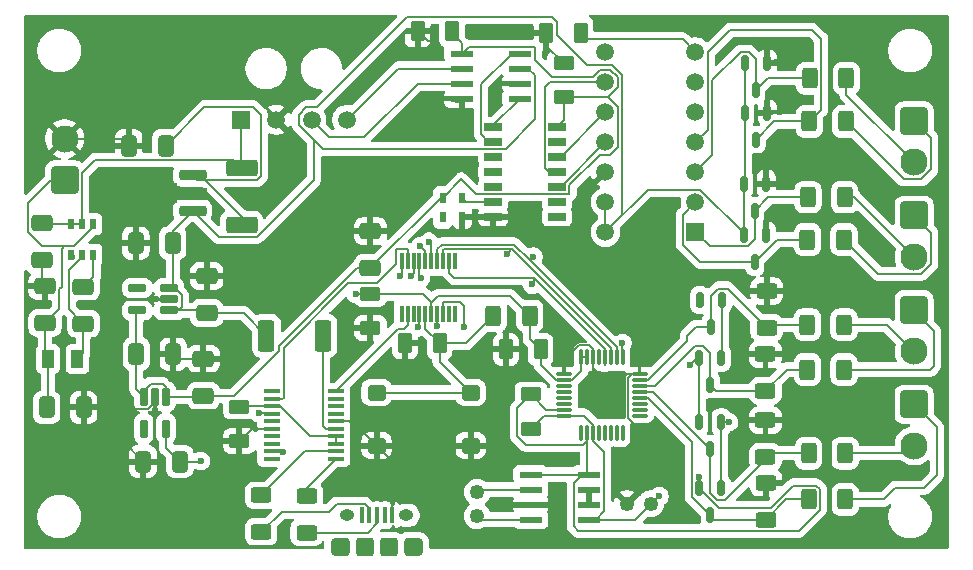
<source format=gbr>
%TF.GenerationSoftware,KiCad,Pcbnew,9.0.4*%
%TF.CreationDate,2025-11-21T01:18:50-06:00*%
%TF.ProjectId,LV Sensor,4c562053-656e-4736-9f72-2e6b69636164,rev?*%
%TF.SameCoordinates,Original*%
%TF.FileFunction,Copper,L1,Top*%
%TF.FilePolarity,Positive*%
%FSLAX46Y46*%
G04 Gerber Fmt 4.6, Leading zero omitted, Abs format (unit mm)*
G04 Created by KiCad (PCBNEW 9.0.4) date 2025-11-21 01:18:50*
%MOMM*%
%LPD*%
G01*
G04 APERTURE LIST*
G04 Aperture macros list*
%AMRoundRect*
0 Rectangle with rounded corners*
0 $1 Rounding radius*
0 $2 $3 $4 $5 $6 $7 $8 $9 X,Y pos of 4 corners*
0 Add a 4 corners polygon primitive as box body*
4,1,4,$2,$3,$4,$5,$6,$7,$8,$9,$2,$3,0*
0 Add four circle primitives for the rounded corners*
1,1,$1+$1,$2,$3*
1,1,$1+$1,$4,$5*
1,1,$1+$1,$6,$7*
1,1,$1+$1,$8,$9*
0 Add four rect primitives between the rounded corners*
20,1,$1+$1,$2,$3,$4,$5,0*
20,1,$1+$1,$4,$5,$6,$7,0*
20,1,$1+$1,$6,$7,$8,$9,0*
20,1,$1+$1,$8,$9,$2,$3,0*%
%AMFreePoly0*
4,1,9,5.362500,-0.866500,1.237500,-0.866500,1.237500,-0.450000,-1.237500,-0.450000,-1.237500,0.450000,1.237500,0.450000,1.237500,0.866500,5.362500,0.866500,5.362500,-0.866500,5.362500,-0.866500,$1*%
G04 Aperture macros list end*
%TA.AperFunction,SMDPad,CuDef*%
%ADD10O,1.400000X0.299999*%
%TD*%
%TA.AperFunction,SMDPad,CuDef*%
%ADD11O,0.299999X1.400000*%
%TD*%
%TA.AperFunction,ComponentPad*%
%ADD12C,2.300000*%
%TD*%
%TA.AperFunction,ComponentPad*%
%ADD13RoundRect,0.250001X-0.899999X0.899999X-0.899999X-0.899999X0.899999X-0.899999X0.899999X0.899999X0*%
%TD*%
%TA.AperFunction,SMDPad,CuDef*%
%ADD14RoundRect,0.250000X-0.525000X-0.400000X0.525000X-0.400000X0.525000X0.400000X-0.525000X0.400000X0*%
%TD*%
%TA.AperFunction,SMDPad,CuDef*%
%ADD15RoundRect,0.150000X-0.150000X0.512500X-0.150000X-0.512500X0.150000X-0.512500X0.150000X0.512500X0*%
%TD*%
%TA.AperFunction,SMDPad,CuDef*%
%ADD16RoundRect,0.250000X-0.400000X-0.625000X0.400000X-0.625000X0.400000X0.625000X-0.400000X0.625000X0*%
%TD*%
%TA.AperFunction,ComponentPad*%
%ADD17R,1.520000X1.520000*%
%TD*%
%TA.AperFunction,ComponentPad*%
%ADD18C,1.520000*%
%TD*%
%TA.AperFunction,SMDPad,CuDef*%
%ADD19R,0.300000X1.425000*%
%TD*%
%TA.AperFunction,SMDPad,CuDef*%
%ADD20RoundRect,0.145000X-0.740000X0.435000X-0.740000X-0.435000X0.740000X-0.435000X0.740000X0.435000X0*%
%TD*%
%TA.AperFunction,SMDPad,CuDef*%
%ADD21RoundRect,0.145000X0.740000X-0.435000X0.740000X0.435000X-0.740000X0.435000X-0.740000X-0.435000X0*%
%TD*%
%TA.AperFunction,ComponentPad*%
%ADD22C,1.250000*%
%TD*%
%TA.AperFunction,SMDPad,CuDef*%
%ADD23RoundRect,0.225000X0.925000X0.225000X-0.925000X0.225000X-0.925000X-0.225000X0.925000X-0.225000X0*%
%TD*%
%TA.AperFunction,SMDPad,CuDef*%
%ADD24FreePoly0,180.000000*%
%TD*%
%TA.AperFunction,SMDPad,CuDef*%
%ADD25RoundRect,0.250000X-0.650000X0.412500X-0.650000X-0.412500X0.650000X-0.412500X0.650000X0.412500X0*%
%TD*%
%TA.AperFunction,SMDPad,CuDef*%
%ADD26RoundRect,0.250000X0.625000X-0.400000X0.625000X0.400000X-0.625000X0.400000X-0.625000X-0.400000X0*%
%TD*%
%TA.AperFunction,SMDPad,CuDef*%
%ADD27R,1.460500X0.355600*%
%TD*%
%TA.AperFunction,SMDPad,CuDef*%
%ADD28R,0.508000X0.901700*%
%TD*%
%TA.AperFunction,ComponentPad*%
%ADD29RoundRect,0.250001X0.899999X-0.899999X0.899999X0.899999X-0.899999X0.899999X-0.899999X-0.899999X0*%
%TD*%
%TA.AperFunction,SMDPad,CuDef*%
%ADD30RoundRect,0.145000X-0.435000X-0.740000X0.435000X-0.740000X0.435000X0.740000X-0.435000X0.740000X0*%
%TD*%
%TA.AperFunction,SMDPad,CuDef*%
%ADD31R,1.981200X0.558800*%
%TD*%
%TA.AperFunction,SMDPad,CuDef*%
%ADD32RoundRect,0.250000X0.412500X0.650000X-0.412500X0.650000X-0.412500X-0.650000X0.412500X-0.650000X0*%
%TD*%
%TA.AperFunction,SMDPad,CuDef*%
%ADD33R,1.000000X1.500000*%
%TD*%
%TA.AperFunction,SMDPad,CuDef*%
%ADD34RoundRect,0.249999X-0.450001X-1.075001X0.450001X-1.075001X0.450001X1.075001X-0.450001X1.075001X0*%
%TD*%
%TA.AperFunction,SMDPad,CuDef*%
%ADD35RoundRect,0.250000X-0.412500X-0.650000X0.412500X-0.650000X0.412500X0.650000X-0.412500X0.650000X0*%
%TD*%
%TA.AperFunction,SMDPad,CuDef*%
%ADD36RoundRect,0.250000X0.650000X-0.412500X0.650000X0.412500X-0.650000X0.412500X-0.650000X-0.412500X0*%
%TD*%
%TA.AperFunction,SMDPad,CuDef*%
%ADD37R,0.599200X0.954800*%
%TD*%
%TA.AperFunction,SMDPad,CuDef*%
%ADD38RoundRect,0.162500X-0.162500X0.617500X-0.162500X-0.617500X0.162500X-0.617500X0.162500X0.617500X0*%
%TD*%
%TA.AperFunction,SMDPad,CuDef*%
%ADD39RoundRect,0.162500X0.617500X0.162500X-0.617500X0.162500X-0.617500X-0.162500X0.617500X-0.162500X0*%
%TD*%
%TA.AperFunction,SMDPad,CuDef*%
%ADD40RoundRect,0.249999X-1.075001X0.450001X-1.075001X-0.450001X1.075001X-0.450001X1.075001X0.450001X0*%
%TD*%
%TA.AperFunction,SMDPad,CuDef*%
%ADD41R,1.500000X0.650000*%
%TD*%
%TA.AperFunction,ComponentPad*%
%ADD42R,1.498600X1.498600*%
%TD*%
%TA.AperFunction,ComponentPad*%
%ADD43C,1.498600*%
%TD*%
%TA.AperFunction,SMDPad,CuDef*%
%ADD44RoundRect,0.250000X0.400000X0.625000X-0.400000X0.625000X-0.400000X-0.625000X0.400000X-0.625000X0*%
%TD*%
%TA.AperFunction,SMDPad,CuDef*%
%ADD45RoundRect,0.100000X-0.100000X-0.575000X0.100000X-0.575000X0.100000X0.575000X-0.100000X0.575000X0*%
%TD*%
%TA.AperFunction,HeatsinkPad*%
%ADD46O,0.890000X1.550000*%
%TD*%
%TA.AperFunction,SMDPad,CuDef*%
%ADD47RoundRect,0.250000X-0.475000X-0.525000X0.475000X-0.525000X0.475000X0.525000X-0.475000X0.525000X0*%
%TD*%
%TA.AperFunction,HeatsinkPad*%
%ADD48O,1.250000X0.950000*%
%TD*%
%TA.AperFunction,SMDPad,CuDef*%
%ADD49RoundRect,0.250000X-0.500000X-0.525000X0.500000X-0.525000X0.500000X0.525000X-0.500000X0.525000X0*%
%TD*%
%TA.AperFunction,ViaPad*%
%ADD50C,0.600000*%
%TD*%
%TA.AperFunction,Conductor*%
%ADD51C,0.200000*%
%TD*%
G04 APERTURE END LIST*
D10*
%TO.P,U7,1,AINCOM*%
%TO.N,unconnected-(U7-AINCOM-Pad1)*%
X202100001Y-86700002D03*
%TO.P,U7,2,AIN5*%
%TO.N,unconnected-(U7-AIN5-Pad2)*%
X202100001Y-86200000D03*
%TO.P,U7,3,AIN4*%
%TO.N,unconnected-(U7-AIN4-Pad3)*%
X202100001Y-85700001D03*
%TO.P,U7,4,AIN3*%
%TO.N,Net-(D4-COM)*%
X202100001Y-85200002D03*
%TO.P,U7,5,AIN2*%
%TO.N,Net-(D3-COM)*%
X202100001Y-84700000D03*
%TO.P,U7,6,AIN1*%
%TO.N,Net-(D2-COM)*%
X202100001Y-84200002D03*
%TO.P,U7,7,AIN0*%
%TO.N,Net-(D1-COM)*%
X202100001Y-83700000D03*
%TO.P,U7,8,START_SYNC*%
%TO.N,GND*%
X202100001Y-83200001D03*
D11*
%TO.P,U7,9,CS_N*%
%TO.N,CS_ADC8*%
X200650002Y-81750001D03*
%TO.P,U7,10,DIN*%
%TO.N,Net-(IC1-SDI)*%
X200150000Y-81750001D03*
%TO.P,U7,11,SCLK*%
%TO.N,Net-(IC1-SCK)*%
X199650001Y-81750001D03*
%TO.P,U7,12,DOUT_DRDY_N*%
%TO.N,Net-(IC1-SDO)*%
X199150002Y-81750001D03*
%TO.P,U7,13,DRDY_N*%
%TO.N,unconnected-(U7-DRDY_N-Pad13)*%
X198650000Y-81750001D03*
%TO.P,U7,14,DGND*%
%TO.N,GND*%
X198150002Y-81750001D03*
%TO.P,U7,15,IOVDD*%
%TO.N,+3V3*%
X197650000Y-81750001D03*
%TO.P,U7,16,DVDD*%
X197150001Y-81750001D03*
D10*
%TO.P,U7,17,CLK*%
%TO.N,GND*%
X195700001Y-83200001D03*
%TO.P,U7,18,RESET_N*%
%TO.N,+3V3*%
X195700001Y-83700000D03*
%TO.P,U7,19,GPIO3*%
%TO.N,unconnected-(U7-GPIO3-Pad19)*%
X195700001Y-84200002D03*
%TO.P,U7,20,GPIO2*%
%TO.N,unconnected-(U7-GPIO2-Pad20)*%
X195700001Y-84700000D03*
%TO.P,U7,21,GPIO1*%
%TO.N,unconnected-(U7-GPIO1-Pad21)*%
X195700001Y-85200002D03*
%TO.P,U7,22,GPIO0*%
%TO.N,unconnected-(U7-GPIO0-Pad22)*%
X195700001Y-85700001D03*
%TO.P,U7,23,REFOUT*%
%TO.N,+2V5*%
X195700001Y-86200000D03*
%TO.P,U7,24,REFCOM*%
%TO.N,-2V5*%
X195700001Y-86700002D03*
D11*
%TO.P,U7,25,NC*%
%TO.N,unconnected-(U7-NC-Pad25)*%
X197150001Y-88150001D03*
%TO.P,U7,26,AVDD*%
%TO.N,+2V5*%
X197650000Y-88150001D03*
%TO.P,U7,27,AVSS*%
%TO.N,-2V5*%
X198150002Y-88150001D03*
%TO.P,U7,28,AVSS-SW*%
%TO.N,unconnected-(U7-AVSS-SW-Pad28)*%
X198650000Y-88150001D03*
%TO.P,U7,29,REFN0*%
%TO.N,unconnected-(U7-REFN0-Pad29)*%
X199150002Y-88150001D03*
%TO.P,U7,30,REFP0*%
%TO.N,unconnected-(U7-REFP0-Pad30)*%
X199650001Y-88150001D03*
%TO.P,U7,31,REFN1*%
%TO.N,unconnected-(U7-REFN1-Pad31)*%
X200150000Y-88150001D03*
%TO.P,U7,32,REFP1*%
%TO.N,unconnected-(U7-REFP1-Pad32)*%
X200650002Y-88150001D03*
%TD*%
D12*
%TO.P,J2,2,Pin_2*%
%TO.N,Net-(J2-Pin_2)*%
X225332500Y-65250000D03*
D13*
%TO.P,J2,1,Pin_1*%
%TO.N,Net-(J2-Pin_1)*%
X225332500Y-61750000D03*
%TD*%
%TO.P,J4,1,Pin_1*%
%TO.N,Net-(J4-Pin_1)*%
X225332500Y-77750000D03*
D12*
%TO.P,J4,2,Pin_2*%
%TO.N,Net-(J4-Pin_2)*%
X225332500Y-81250000D03*
%TD*%
%TO.P,J1,2,Pin_2*%
%TO.N,Net-(J1-Pin_2)*%
X225332500Y-73250000D03*
D13*
%TO.P,J1,1,Pin_1*%
%TO.N,Net-(J1-Pin_1)*%
X225332500Y-69750000D03*
%TD*%
D12*
%TO.P,J3,2,Pin_2*%
%TO.N,Net-(J3-Pin_2)*%
X225332500Y-89250000D03*
D13*
%TO.P,J3,1,Pin_1*%
%TO.N,Net-(J3-Pin_1)*%
X225332500Y-85750000D03*
%TD*%
D14*
%TO.P,SW1,2,2*%
%TO.N,GND*%
X187780000Y-89250000D03*
X179820000Y-89250000D03*
%TO.P,SW1,1,1*%
%TO.N,Net-(IC5-PA1_{slash}_NRST)*%
X187780000Y-84750000D03*
X179820000Y-84750000D03*
%TD*%
D15*
%TO.P,D7,3,COM*%
%TO.N,Net-(D7-COM)*%
X211862500Y-73687500D03*
%TO.P,D7,2,K*%
%TO.N,+5V*%
X210912500Y-71412500D03*
%TO.P,D7,1,A*%
%TO.N,GND*%
X212812500Y-71412500D03*
%TD*%
D16*
%TO.P,R12,2*%
%TO.N,Net-(J1-Pin_1)*%
X219400000Y-71800000D03*
%TO.P,R12,1*%
%TO.N,Net-(D7-COM)*%
X216300000Y-71800000D03*
%TD*%
%TO.P,R14,2*%
%TO.N,Net-(J1-Pin_2)*%
X219450000Y-68200000D03*
%TO.P,R14,1*%
%TO.N,Net-(D8-COM)*%
X216350000Y-68200000D03*
%TD*%
D15*
%TO.P,D8,3,COM*%
%TO.N,Net-(D8-COM)*%
X211862500Y-69337500D03*
%TO.P,D8,2,K*%
%TO.N,+5V*%
X210912500Y-67062500D03*
%TO.P,D8,1,A*%
%TO.N,GND*%
X212812500Y-67062500D03*
%TD*%
D17*
%TO.P,J6,1,1*%
%TO.N,+12V*%
X168321750Y-61650400D03*
D18*
%TO.P,J6,2,2*%
%TO.N,GND*%
X171321750Y-61650400D03*
%TO.P,J6,3,3*%
%TO.N,CAN_H*%
X174321750Y-61650400D03*
%TO.P,J6,4,4*%
%TO.N,CAN_L*%
X177321750Y-61650400D03*
%TD*%
D19*
%TO.P,IC5,1,PA26_/_A1*%
%TO.N,unconnected-(IC5-PA26_{slash}_A1-Pad1)*%
X181950000Y-78062000D03*
%TO.P,IC5,2,PA27_/_A0*%
%TO.N,UART0_TX*%
X182450000Y-78062000D03*
%TO.P,IC5,3,PA28_/_A5*%
%TO.N,unconnected-(IC5-PA28_{slash}_A5-Pad3)*%
X182950000Y-78062000D03*
%TO.P,IC5,4,PA0*%
%TO.N,CS_CAN*%
X183450000Y-78062000D03*
%TO.P,IC5,5,PA1_/_NRST*%
%TO.N,Net-(IC5-PA1_{slash}_NRST)*%
X183950000Y-78062000D03*
%TO.P,IC5,6,VDD*%
%TO.N,+3V3*%
X184450000Y-78062000D03*
%TO.P,IC5,7,VSS*%
%TO.N,GND*%
X184950000Y-78062000D03*
%TO.P,IC5,8,PA2*%
%TO.N,CS_ADC8*%
X185450000Y-78062000D03*
%TO.P,IC5,9,PA4*%
%TO.N,unconnected-(IC5-PA4-Pad9)*%
X185950000Y-78062000D03*
%TO.P,IC5,10,PA6*%
%TO.N,unconnected-(IC5-PA6-Pad10)*%
X186450000Y-78062000D03*
%TO.P,IC5,11,PA11*%
%TO.N,unconnected-(IC5-PA11-Pad11)*%
X186450000Y-73638000D03*
%TO.P,IC5,12,PA16_/_A8*%
%TO.N,Net-(IC1-SDO)*%
X185950000Y-73638000D03*
%TO.P,IC5,13,PA17*%
%TO.N,Net-(IC1-SCK)*%
X185450000Y-73638000D03*
%TO.P,IC5,14,PA18_/_A7*%
%TO.N,Net-(IC1-SDI)*%
X184950000Y-73638000D03*
%TO.P,IC5,15,PA19_/_SWDIO*%
%TO.N,Net-(IC5-PA19_{slash}_SWDIO)*%
X184450000Y-73638000D03*
%TO.P,IC5,16,PA20_/_A6_/_SWCLK*%
%TO.N,Net-(IC5-PA20_{slash}_A6_{slash}_SWCLK)*%
X183950000Y-73638000D03*
%TO.P,IC5,17,PA22_/_A4*%
%TO.N,UART0_RX*%
X183450000Y-73638000D03*
%TO.P,IC5,18,PA23*%
%TO.N,UART0_CTS*%
X182950000Y-73638000D03*
%TO.P,IC5,19,PA24_/_A3*%
%TO.N,UART0_RTS*%
X182450000Y-73638000D03*
%TO.P,IC5,20,PA25_/_A2*%
%TO.N,CS_ADC4*%
X181950000Y-73638000D03*
%TD*%
D20*
%TO.P,C1,1*%
%TO.N,GND*%
X195650000Y-56847000D03*
%TO.P,C1,2*%
%TO.N,+3V3*%
X195650000Y-59753000D03*
%TD*%
D21*
%TO.P,C17,2*%
%TO.N,+2V5*%
X192900000Y-84897000D03*
%TO.P,C17,1*%
%TO.N,-2V5*%
X192900000Y-87803000D03*
%TD*%
D22*
%TO.P,C18,1*%
%TO.N,Net-(U8-C1+)*%
X188350000Y-93200000D03*
%TO.P,C18,2*%
%TO.N,Net-(U8-C1-)*%
X188350000Y-95200000D03*
%TD*%
D23*
%TO.P,IC2,1,VOUT*%
%TO.N,+5V*%
X164250000Y-69362500D03*
D24*
%TO.P,IC2,2,GND_1*%
%TO.N,GND*%
X164162500Y-67862500D03*
D23*
%TO.P,IC2,3,VIN*%
%TO.N,Net-(IC2-VIN)*%
X164250000Y-66362500D03*
%TD*%
D25*
%TO.P,C22,1*%
%TO.N,+12V*%
X151500000Y-70437500D03*
%TO.P,C22,2*%
%TO.N,GND*%
X151500000Y-73562500D03*
%TD*%
D26*
%TO.P,R2,1*%
%TO.N,Net-(J16-D-)*%
X170050000Y-96550001D03*
%TO.P,R2,2*%
%TO.N,Net-(U3-USBDM)*%
X170050000Y-93449999D03*
%TD*%
D27*
%TO.P,U3,1,DTR#*%
%TO.N,unconnected-(U3-DTR#-Pad1)*%
X170925850Y-84642499D03*
%TO.P,U3,2,RTS#*%
%TO.N,UART0_RTS*%
X170925850Y-85277500D03*
%TO.P,U3,3,VCCIO*%
%TO.N,Net-(U3-3V3OUT)*%
X170925850Y-85912500D03*
%TO.P,U3,4,RXD*%
%TO.N,UART0_RX*%
X170925850Y-86547500D03*
%TO.P,U3,5,RI#*%
%TO.N,unconnected-(U3-RI#-Pad5)*%
X170925850Y-87182501D03*
%TO.P,U3,6,GND*%
%TO.N,GND*%
X170925850Y-87817499D03*
%TO.P,U3,7,DSR#*%
%TO.N,unconnected-(U3-DSR#-Pad7)*%
X170925850Y-88452500D03*
%TO.P,U3,8,DCD#*%
%TO.N,unconnected-(U3-DCD#-Pad8)*%
X170925850Y-89087500D03*
%TO.P,U3,9,CTS#*%
%TO.N,UART0_CTS*%
X170925850Y-89722500D03*
%TO.P,U3,10,CBUS2*%
%TO.N,unconnected-(U3-CBUS2-Pad10)*%
X170925850Y-90357501D03*
%TO.P,U3,11,USBDP*%
%TO.N,Net-(U3-USBDP)*%
X176374150Y-90357501D03*
%TO.P,U3,12,USBDM*%
%TO.N,Net-(U3-USBDM)*%
X176374150Y-89722500D03*
%TO.P,U3,13,3V3OUT*%
%TO.N,Net-(U3-3V3OUT)*%
X176374150Y-89087500D03*
%TO.P,U3,14,RESET#*%
X176374150Y-88452500D03*
%TO.P,U3,15,VCC*%
%TO.N,Net-(U3-VCC)*%
X176374150Y-87817499D03*
%TO.P,U3,16,GND*%
%TO.N,GND*%
X176374150Y-87182501D03*
%TO.P,U3,17,CBUS1*%
%TO.N,unconnected-(U3-CBUS1-Pad17)*%
X176374150Y-86547500D03*
%TO.P,U3,18,CBUS0*%
%TO.N,unconnected-(U3-CBUS0-Pad18)*%
X176374150Y-85912500D03*
%TO.P,U3,19,CBUS3*%
%TO.N,unconnected-(U3-CBUS3-Pad19)*%
X176374150Y-85277500D03*
%TO.P,U3,20,TXD*%
%TO.N,UART0_TX*%
X176374150Y-84642499D03*
%TD*%
D28*
%TO.P,U0,1,FB*%
%TO.N,/5V out*%
X155850001Y-70498250D03*
%TO.P,U0,2,EN*%
%TO.N,+12V*%
X154900000Y-70498250D03*
%TO.P,U0,3,VIN*%
X153949999Y-70498250D03*
%TO.P,U0,4,GND*%
%TO.N,GND*%
X153949999Y-73101750D03*
%TO.P,U0,5,SW*%
%TO.N,Net-(U0-SW)*%
X154900000Y-73101750D03*
%TO.P,U0,6,BST*%
%TO.N,Net-(U0-BST)*%
X155850001Y-73101750D03*
%TD*%
D15*
%TO.P,D5,1,A*%
%TO.N,GND*%
X212912500Y-61062500D03*
%TO.P,D5,2,K*%
%TO.N,+5V*%
X211012500Y-61062500D03*
%TO.P,D5,3,COM*%
%TO.N,Net-(D5-COM)*%
X211962500Y-63337500D03*
%TD*%
%TO.P,D6,1,A*%
%TO.N,GND*%
X212900000Y-56862500D03*
%TO.P,D6,2,K*%
%TO.N,+5V*%
X211000000Y-56862500D03*
%TO.P,D6,3,COM*%
%TO.N,Net-(D6-COM)*%
X211950000Y-59137500D03*
%TD*%
D25*
%TO.P,C23,1*%
%TO.N,Net-(U0-BST)*%
X155000000Y-75787500D03*
%TO.P,C23,2*%
%TO.N,Net-(U0-SW)*%
X155000000Y-78912500D03*
%TD*%
D29*
%TO.P,J5,1,Pin_1*%
%TO.N,/5V out*%
X153417500Y-66750000D03*
D12*
%TO.P,J5,2,Pin_2*%
%TO.N,GND*%
X153417500Y-63250000D03*
%TD*%
D30*
%TO.P,C4,1*%
%TO.N,GND*%
X182247000Y-80550000D03*
%TO.P,C4,2*%
%TO.N,Net-(IC5-PA1_{slash}_NRST)*%
X185153000Y-80550000D03*
%TD*%
D20*
%TO.P,C9,1*%
%TO.N,Net-(U3-3V3OUT)*%
X168200000Y-85947000D03*
%TO.P,C9,2*%
%TO.N,GND*%
X168200000Y-88853000D03*
%TD*%
D31*
%TO.P,U9,1,TXD*%
%TO.N,Net-(IC1-TXCAN)*%
X191963800Y-59855000D03*
%TO.P,U9,2,GND*%
%TO.N,GND*%
X191963800Y-58585000D03*
%TO.P,U9,3,VCC*%
%TO.N,+5V*%
X191963800Y-57315000D03*
%TO.P,U9,4,RXD*%
%TO.N,Net-(IC1-RXCAN)*%
X191963800Y-56045000D03*
%TO.P,U9,5,VIO*%
%TO.N,+3V3*%
X187036200Y-56045000D03*
%TO.P,U9,6,CANL*%
%TO.N,CAN_L*%
X187036200Y-57315000D03*
%TO.P,U9,7,CANH*%
%TO.N,CAN_H*%
X187036200Y-58585000D03*
%TO.P,U9,8,STBY*%
%TO.N,GND*%
X187036200Y-59855000D03*
%TD*%
D25*
%TO.P,C10,1*%
%TO.N,GND*%
X165450000Y-74887500D03*
%TO.P,C10,2*%
%TO.N,+5V*%
X165450000Y-78012500D03*
%TD*%
D31*
%TO.P,U8,1,FC*%
%TO.N,+2V5*%
X192886200Y-91695000D03*
%TO.P,U8,2,C1+*%
%TO.N,Net-(U8-C1+)*%
X192886200Y-92965000D03*
%TO.P,U8,3,GND*%
%TO.N,GND*%
X192886200Y-94235000D03*
%TO.P,U8,4,C1-*%
%TO.N,Net-(U8-C1-)*%
X192886200Y-95505000D03*
%TO.P,U8,5,OUT*%
%TO.N,-2V5*%
X197813800Y-95505000D03*
%TO.P,U8,6,LV*%
%TO.N,GND*%
X197813800Y-94235000D03*
%TO.P,U8,7,OSC*%
X197813800Y-92965000D03*
%TO.P,U8,8,V+*%
%TO.N,+2V5*%
X197813800Y-91695000D03*
%TD*%
D32*
%TO.P,C13,1*%
%TO.N,+2V5*%
X163162500Y-90600000D03*
%TO.P,C13,2*%
%TO.N,GND*%
X160037500Y-90600000D03*
%TD*%
D16*
%TO.P,R1,1*%
%TO.N,Net-(IC5-PA1_{slash}_NRST)*%
X189699999Y-78250000D03*
%TO.P,R1,2*%
%TO.N,+3V3*%
X192800001Y-78250000D03*
%TD*%
D26*
%TO.P,R3,1*%
%TO.N,Net-(J16-D+)*%
X173900000Y-96600001D03*
%TO.P,R3,2*%
%TO.N,Net-(U3-USBDP)*%
X173900000Y-93499999D03*
%TD*%
D33*
%TO.P,L1,1,1*%
%TO.N,/5V out*%
X152000000Y-81900000D03*
%TO.P,L1,2,2*%
%TO.N,Net-(U0-SW)*%
X154500000Y-81900000D03*
%TD*%
D34*
%TO.P,R24,1*%
%TO.N,+5V*%
X170500000Y-79950000D03*
%TO.P,R24,2*%
%TO.N,Net-(U3-VCC)*%
X175300000Y-79950000D03*
%TD*%
D35*
%TO.P,C3,1*%
%TO.N,GND*%
X158837500Y-63850000D03*
%TO.P,C3,2*%
%TO.N,Net-(IC2-VIN)*%
X161962500Y-63850000D03*
%TD*%
D36*
%TO.P,C12,1*%
%TO.N,+3V3*%
X165150000Y-85012500D03*
%TO.P,C12,2*%
%TO.N,GND*%
X165150000Y-81887500D03*
%TD*%
%TO.P,C5,1*%
%TO.N,+3V3*%
X179300000Y-74212500D03*
%TO.P,C5,2*%
%TO.N,GND*%
X179300000Y-71087500D03*
%TD*%
D37*
%TO.P,U6,1,\u002ASTANDBY*%
%TO.N,unconnected-(U6-\u002ASTANDBY-Pad1)*%
X185425000Y-69903000D03*
%TO.P,U6,2,GND*%
%TO.N,GND*%
X187075000Y-69903000D03*
%TO.P,U6,3,OUT*%
%TO.N,Net-(IC1-OSC1)*%
X187075000Y-68248200D03*
%TO.P,U6,4,VDD*%
%TO.N,+3V3*%
X185425000Y-68248200D03*
%TD*%
D25*
%TO.P,C24,1*%
%TO.N,GND*%
X151750000Y-75737500D03*
%TO.P,C24,2*%
%TO.N,/5V out*%
X151750000Y-78862500D03*
%TD*%
D20*
%TO.P,C8,1*%
%TO.N,+3V3*%
X179300000Y-76397000D03*
%TO.P,C8,2*%
%TO.N,GND*%
X179300000Y-79303000D03*
%TD*%
D38*
%TO.P,IC4,1,IN*%
%TO.N,+3V3*%
X162000000Y-85100000D03*
%TO.P,IC4,2,GND*%
%TO.N,GND*%
X161050000Y-85100000D03*
%TO.P,IC4,3,EN*%
%TO.N,+3V3*%
X160100000Y-85100000D03*
%TO.P,IC4,4,NC*%
%TO.N,unconnected-(IC4-NC-Pad4)*%
X160100000Y-87800000D03*
%TO.P,IC4,5,OUT*%
%TO.N,+2V5*%
X162000000Y-87800000D03*
%TD*%
D39*
%TO.P,IC3,1,IN*%
%TO.N,+5V*%
X162250000Y-77800000D03*
%TO.P,IC3,2,GND*%
%TO.N,GND*%
X162250000Y-76850000D03*
%TO.P,IC3,3,EN*%
%TO.N,+5V*%
X162250000Y-75900000D03*
%TO.P,IC3,4,NC*%
%TO.N,unconnected-(IC3-NC-Pad4)*%
X159550000Y-75900000D03*
%TO.P,IC3,5,OUT*%
%TO.N,+3V3*%
X159550000Y-77800000D03*
%TD*%
D30*
%TO.P,C7,1*%
%TO.N,GND*%
X190797000Y-81100000D03*
%TO.P,C7,2*%
%TO.N,+3V3*%
X193703000Y-81100000D03*
%TD*%
D16*
%TO.P,R8,1*%
%TO.N,Net-(D5-COM)*%
X216450000Y-61800000D03*
%TO.P,R8,2*%
%TO.N,Net-(J2-Pin_1)*%
X219550000Y-61800000D03*
%TD*%
D35*
%TO.P,C6,1*%
%TO.N,GND*%
X159437500Y-72100000D03*
%TO.P,C6,2*%
%TO.N,+5V*%
X162562500Y-72100000D03*
%TD*%
D30*
%TO.P,C2,1*%
%TO.N,GND*%
X183297000Y-54150000D03*
%TO.P,C2,2*%
%TO.N,+3V3*%
X186203000Y-54150000D03*
%TD*%
D35*
%TO.P,C11,1*%
%TO.N,+3V3*%
X159487500Y-81500000D03*
%TO.P,C11,2*%
%TO.N,GND*%
X162612500Y-81500000D03*
%TD*%
D40*
%TO.P,R9,1*%
%TO.N,+12V*%
X168400000Y-65750000D03*
%TO.P,R9,2*%
%TO.N,Net-(IC2-VIN)*%
X168400000Y-70550000D03*
%TD*%
D30*
%TO.P,C21,2*%
%TO.N,Net-(U10-DGND)*%
X197103000Y-54300000D03*
%TO.P,C21,1*%
%TO.N,GND*%
X194197000Y-54300000D03*
%TD*%
D41*
%TO.P,IC1,1,TXCAN*%
%TO.N,Net-(IC1-TXCAN)*%
X189700000Y-62240000D03*
%TO.P,IC1,2,RXCAN*%
%TO.N,Net-(IC1-RXCAN)*%
X189700000Y-63510000D03*
%TO.P,IC1,3,CLKO/SOF*%
%TO.N,unconnected-(IC1-CLKO{slash}SOF-Pad3)*%
X189700000Y-64780000D03*
%TO.P,IC1,4,~{INT}*%
%TO.N,unconnected-(IC1-~{INT}-Pad4)*%
X189700000Y-66050000D03*
%TO.P,IC1,5,OSC2*%
%TO.N,unconnected-(IC1-OSC2-Pad5)*%
X189700000Y-67320000D03*
%TO.P,IC1,6,OSC1*%
%TO.N,Net-(IC1-OSC1)*%
X189700000Y-68590000D03*
%TO.P,IC1,7,VSS*%
%TO.N,GND*%
X189700000Y-69860000D03*
%TO.P,IC1,8,~{INT1}/GPIO1*%
%TO.N,unconnected-(IC1-~{INT1}{slash}GPIO1-Pad8)*%
X195100000Y-69860000D03*
%TO.P,IC1,9,~{INT0}/GPIO0/XSTBY*%
%TO.N,unconnected-(IC1-~{INT0}{slash}GPIO0{slash}XSTBY-Pad9)*%
X195100000Y-68590000D03*
%TO.P,IC1,10,SCK*%
%TO.N,Net-(IC1-SCK)*%
X195100000Y-67320000D03*
%TO.P,IC1,11,SDI*%
%TO.N,Net-(IC1-SDI)*%
X195100000Y-66050000D03*
%TO.P,IC1,12,SDO*%
%TO.N,Net-(IC1-SDO)*%
X195100000Y-64780000D03*
%TO.P,IC1,13,NCS*%
%TO.N,CS_CAN*%
X195100000Y-63510000D03*
%TO.P,IC1,14,VDD*%
%TO.N,+3V3*%
X195100000Y-62240000D03*
%TD*%
D42*
%TO.P,U10,1,CH0*%
%TO.N,Net-(D8-COM)*%
X206810000Y-71170000D03*
D43*
%TO.P,U10,2,CH1*%
%TO.N,Net-(D7-COM)*%
X206810000Y-68630000D03*
%TO.P,U10,3,CH2*%
%TO.N,Net-(D6-COM)*%
X206810000Y-66090000D03*
%TO.P,U10,4,CH3*%
%TO.N,Net-(D5-COM)*%
X206810000Y-63550000D03*
%TO.P,U10,5,NC*%
%TO.N,unconnected-(U10-NC-Pad5)*%
X206810000Y-61010000D03*
%TO.P,U10,6,NC*%
%TO.N,unconnected-(U10-NC-Pad6)*%
X206810000Y-58470000D03*
%TO.P,U10,7,DGND*%
%TO.N,Net-(U10-DGND)*%
X206810000Y-55930000D03*
%TO.P,U10,8,CS/SHDN*%
%TO.N,CS_ADC4*%
X199190000Y-55930000D03*
%TO.P,U10,9,DIN*%
%TO.N,Net-(IC1-SDI)*%
X199190000Y-58470000D03*
%TO.P,U10,10,DOUT*%
%TO.N,Net-(IC1-SDO)*%
X199190000Y-61010000D03*
%TO.P,U10,11,CLK*%
%TO.N,Net-(IC1-SCK)*%
X199190000Y-63550000D03*
%TO.P,U10,12,AGND*%
%TO.N,GND*%
X199190000Y-66090000D03*
%TO.P,U10,13,VREF*%
%TO.N,+5V*%
X199190000Y-68630000D03*
%TO.P,U10,14,VDD*%
X199190000Y-71170000D03*
%TD*%
D32*
%TO.P,C25,1*%
%TO.N,GND*%
X155012500Y-86000000D03*
%TO.P,C25,2*%
%TO.N,/5V out*%
X151887500Y-86000000D03*
%TD*%
D16*
%TO.P,R10,1*%
%TO.N,Net-(D6-COM)*%
X216500000Y-58150000D03*
%TO.P,R10,2*%
%TO.N,Net-(J2-Pin_2)*%
X219600000Y-58150000D03*
%TD*%
D26*
%TO.P,R7,1*%
%TO.N,Net-(D2-COM)*%
X212750000Y-84600000D03*
%TO.P,R7,2*%
%TO.N,GND*%
X212750000Y-81500000D03*
%TD*%
%TO.P,R4,1*%
%TO.N,Net-(D1-COM)*%
X212850000Y-79250000D03*
%TO.P,R4,2*%
%TO.N,GND*%
X212850000Y-76150000D03*
%TD*%
D16*
%TO.P,R5,1*%
%TO.N,Net-(D1-COM)*%
X216300000Y-79000000D03*
%TO.P,R5,2*%
%TO.N,Net-(J4-Pin_2)*%
X219400000Y-79000000D03*
%TD*%
D26*
%TO.P,R22,2*%
%TO.N,GND*%
X212800000Y-92400000D03*
%TO.P,R22,1*%
%TO.N,Net-(D4-COM)*%
X212800000Y-95500000D03*
%TD*%
%TO.P,R21,2*%
%TO.N,GND*%
X212750000Y-87100000D03*
%TO.P,R21,1*%
%TO.N,Net-(D3-COM)*%
X212750000Y-90200000D03*
%TD*%
D16*
%TO.P,R20,1*%
%TO.N,Net-(D3-COM)*%
X216400000Y-89900000D03*
%TO.P,R20,2*%
%TO.N,Net-(J3-Pin_2)*%
X219500000Y-89900000D03*
%TD*%
D15*
%TO.P,D4,1,A*%
%TO.N,-2V5*%
X209012500Y-92862500D03*
%TO.P,D4,2,K*%
%TO.N,+2V5*%
X207112500Y-92862500D03*
%TO.P,D4,3,COM*%
%TO.N,Net-(D4-COM)*%
X208062500Y-95137500D03*
%TD*%
D44*
%TO.P,R23,2*%
%TO.N,Net-(D4-COM)*%
X216400000Y-93800000D03*
%TO.P,R23,1*%
%TO.N,Net-(J3-Pin_1)*%
X219500000Y-93800000D03*
%TD*%
%TO.P,R6,1*%
%TO.N,Net-(J4-Pin_1)*%
X219400000Y-82800000D03*
%TO.P,R6,2*%
%TO.N,Net-(D2-COM)*%
X216300000Y-82800000D03*
%TD*%
D22*
%TO.P,C19,1*%
%TO.N,-2V5*%
X203050000Y-94150000D03*
%TO.P,C19,2*%
%TO.N,GND*%
X201050000Y-94150000D03*
%TD*%
D15*
%TO.P,D1,1,A*%
%TO.N,-2V5*%
X209100000Y-76912500D03*
%TO.P,D1,2,K*%
%TO.N,+2V5*%
X207200000Y-76912500D03*
%TO.P,D1,3,COM*%
%TO.N,Net-(D1-COM)*%
X208150000Y-79187500D03*
%TD*%
%TO.P,D3,3,COM*%
%TO.N,Net-(D3-COM)*%
X208062500Y-89537500D03*
%TO.P,D3,2,K*%
%TO.N,+2V5*%
X207112500Y-87262500D03*
%TO.P,D3,1,A*%
%TO.N,-2V5*%
X209012500Y-87262500D03*
%TD*%
%TO.P,D2,1,A*%
%TO.N,-2V5*%
X209012500Y-81812500D03*
%TO.P,D2,2,K*%
%TO.N,+2V5*%
X207112500Y-81812500D03*
%TO.P,D2,3,COM*%
%TO.N,Net-(D2-COM)*%
X208062500Y-84087500D03*
%TD*%
D45*
%TO.P,J16,1,VBUS*%
%TO.N,unconnected-(J16-VBUS-Pad1)*%
X178550000Y-95150000D03*
%TO.P,J16,2,D-*%
%TO.N,Net-(J16-D-)*%
X179200000Y-95150000D03*
%TO.P,J16,3,D+*%
%TO.N,Net-(J16-D+)*%
X179850000Y-95150000D03*
%TO.P,J16,4,ID*%
%TO.N,unconnected-(J16-ID-Pad4)*%
X180500000Y-95150000D03*
%TO.P,J16,5,GND*%
%TO.N,GND*%
X181150000Y-95150000D03*
D46*
%TO.P,J16,6,Shield*%
%TO.N,unconnected-(J16-Shield-Pad6)_7*%
X176350000Y-97850000D03*
D47*
%TO.N,unconnected-(J16-Shield-Pad6)_5*%
X176825000Y-97850000D03*
D48*
%TO.N,unconnected-(J16-Shield-Pad6)_3*%
X177350000Y-95150000D03*
D49*
%TO.N,unconnected-(J16-Shield-Pad6)_6*%
X178850000Y-97850000D03*
%TO.N,unconnected-(J16-Shield-Pad6)_1*%
X180850000Y-97850000D03*
D48*
%TO.N,unconnected-(J16-Shield-Pad6)_4*%
X182350000Y-95150000D03*
D47*
%TO.N,unconnected-(J16-Shield-Pad6)*%
X182875000Y-97850000D03*
D46*
%TO.N,unconnected-(J16-Shield-Pad6)_2*%
X183350000Y-97850000D03*
%TD*%
D50*
%TO.N,GND*%
X212812500Y-67062500D03*
X213750000Y-56750000D03*
X162250000Y-76750000D03*
X165450000Y-74887500D03*
X179250000Y-71037500D03*
X194197000Y-54300000D03*
X214000000Y-61000000D03*
X151500000Y-73562500D03*
X179250000Y-79250000D03*
X213750000Y-56750000D03*
X154000000Y-73250000D03*
X191963800Y-58585000D03*
X183297000Y-54150000D03*
X186750000Y-60000000D03*
X162612500Y-81500000D03*
X161500000Y-90500000D03*
X182250000Y-80500000D03*
X184950001Y-79131575D03*
X190797000Y-81100000D03*
X195700001Y-82012191D03*
X192886200Y-94235000D03*
X197813800Y-94235000D03*
%TO.N,Net-(IC5-PA20_{slash}_A6_{slash}_SWCLK)*%
X183534456Y-72357772D03*
%TO.N,Net-(IC5-PA19_{slash}_SWDIO)*%
X184250000Y-72000000D03*
%TO.N,+2V5*%
X164950000Y-90550000D03*
X192900000Y-84897000D03*
%TO.N,+3V3*%
X178050000Y-76400000D03*
X178850000Y-74150000D03*
%TO.N,CS_CAN*%
X195100000Y-63510000D03*
X183350000Y-79207512D03*
%TO.N,CS_ADC8*%
X200634874Y-80574582D03*
X187250000Y-79165000D03*
%TO.N,CS_ADC4*%
X181800000Y-74850000D03*
%TO.N,UART0_CTS*%
X171902915Y-89744864D03*
X182750000Y-74850000D03*
%TO.N,UART0_RX*%
X169900000Y-86500000D03*
X183550000Y-75050000D03*
%TO.N,Net-(IC1-SDO)*%
X193000000Y-75600000D03*
%TO.N,Net-(IC1-SDI)*%
X193100000Y-73250000D03*
%TO.N,Net-(IC1-SCK)*%
X190850000Y-73050000D03*
%TO.N,-2V5*%
X203750000Y-93550000D03*
X209012500Y-92862500D03*
%TO.N,+2V5*%
X207150000Y-77250000D03*
X206400000Y-82400000D03*
X207112500Y-87262500D03*
X207111500Y-91900000D03*
%TO.N,-2V5*%
X209650000Y-87250000D03*
X209050000Y-81800000D03*
%TD*%
D51*
%TO.N,GND*%
X179300000Y-71087500D02*
X179250000Y-71037500D01*
X151500000Y-75487500D02*
X151750000Y-75737500D01*
X151500000Y-73562500D02*
X151500000Y-75487500D01*
X213937500Y-61062500D02*
X214000000Y-61000000D01*
X212912500Y-61062500D02*
X213937500Y-61062500D01*
X184147000Y-55000000D02*
X184750000Y-55000000D01*
X183297000Y-54150000D02*
X184147000Y-55000000D01*
%TO.N,/5V out*%
X152267501Y-66750000D02*
X153417500Y-66750000D01*
X150299000Y-68718501D02*
X152267501Y-66750000D01*
%TO.N,GND*%
X201099001Y-83513190D02*
X201412190Y-83200001D01*
X201412190Y-83200001D02*
X202100001Y-83200001D01*
X201675000Y-87462811D02*
X201099001Y-86886812D01*
X201675000Y-93525000D02*
X201675000Y-87462811D01*
X201050000Y-94150000D02*
X201675000Y-93525000D01*
X201099001Y-86886812D02*
X201099001Y-83513190D01*
X197813800Y-94235000D02*
X197813800Y-92965000D01*
X158237500Y-63250000D02*
X158837500Y-63850000D01*
X153417500Y-63250000D02*
X158237500Y-63250000D01*
%TO.N,/5V out*%
X150299000Y-71135160D02*
X150299000Y-68718501D01*
X151513740Y-72349900D02*
X150299000Y-71135160D01*
%TO.N,GND*%
X151200000Y-73312500D02*
X151500000Y-73612500D01*
%TO.N,Net-(J4-Pin_1)*%
X227000000Y-82500000D02*
X227000000Y-79500000D01*
X226700000Y-82800000D02*
X227000000Y-82500000D01*
X227000000Y-79500000D02*
X225250000Y-77750000D01*
X219400000Y-82800000D02*
X226700000Y-82800000D01*
%TO.N,Net-(J3-Pin_1)*%
X227250000Y-91750000D02*
X227250000Y-87667500D01*
X226197976Y-92802024D02*
X227250000Y-91750000D01*
X223750000Y-92802024D02*
X226197976Y-92802024D01*
X227250000Y-87667500D02*
X225332500Y-85750000D01*
X222752024Y-93800000D02*
X223750000Y-92802024D01*
%TO.N,GND*%
X179250000Y-71000000D02*
X179250000Y-71037500D01*
X163000000Y-81887500D02*
X162612500Y-81500000D01*
X165150000Y-81887500D02*
X163000000Y-81887500D01*
X179300000Y-79300000D02*
X179250000Y-79250000D01*
X179300000Y-79303000D02*
X179300000Y-79300000D01*
X213637500Y-56862500D02*
X213750000Y-56750000D01*
X212900000Y-56862500D02*
X213637500Y-56862500D01*
X212912500Y-61062500D02*
X213187500Y-61062500D01*
X162250000Y-76850000D02*
X162250000Y-76750000D01*
X153949999Y-73199999D02*
X154000000Y-73250000D01*
X153949999Y-73101750D02*
X153949999Y-73199999D01*
X177752501Y-87182501D02*
X179820000Y-89250000D01*
X176374150Y-87182501D02*
X177752501Y-87182501D01*
X195650000Y-56847000D02*
X194197000Y-55394000D01*
X194197000Y-55394000D02*
X194197000Y-54300000D01*
X186895000Y-59855000D02*
X186750000Y-60000000D01*
X187036200Y-59855000D02*
X186895000Y-59855000D01*
X169235501Y-87817499D02*
X168200000Y-88853000D01*
X170925850Y-87817499D02*
X169235501Y-87817499D01*
X161400000Y-90600000D02*
X161500000Y-90500000D01*
X160037500Y-90600000D02*
X161400000Y-90600000D01*
X158500000Y-89062500D02*
X158500000Y-86181000D01*
X158500000Y-86181000D02*
X155193500Y-86181000D01*
X160037500Y-90600000D02*
X158500000Y-89062500D01*
X155193500Y-86181000D02*
X155012500Y-86000000D01*
X160458990Y-86181000D02*
X158500000Y-86181000D01*
X161050000Y-85589990D02*
X160458990Y-86181000D01*
X161050000Y-85100000D02*
X161050000Y-85589990D01*
X181150000Y-90580000D02*
X179820000Y-89250000D01*
X181150000Y-95150000D02*
X181150000Y-90580000D01*
X184950000Y-78062000D02*
X184950001Y-79131575D01*
%TO.N,CS_ADC8*%
X187250000Y-77397500D02*
X187250000Y-79165000D01*
X186901000Y-77048500D02*
X187250000Y-77397500D01*
X185499000Y-77048500D02*
X186901000Y-77048500D01*
X185450000Y-78062000D02*
X185450000Y-77097500D01*
X185450000Y-77097500D02*
X185499000Y-77048500D01*
X187250000Y-79165000D02*
X187144548Y-79270452D01*
%TO.N,GND*%
X195700001Y-82012191D02*
X195700001Y-82049999D01*
X195700001Y-82012191D02*
X195700001Y-83200001D01*
X197836810Y-80749001D02*
X196963191Y-80749001D01*
X196963191Y-80749001D02*
X195700001Y-82012191D01*
X198150002Y-81062193D02*
X197836810Y-80749001D01*
X198150002Y-81750001D02*
X198150002Y-81062193D01*
X198700001Y-83200001D02*
X202100001Y-83200001D01*
X198150002Y-81750001D02*
X198150002Y-82650002D01*
X198150002Y-82650002D02*
X198700001Y-83200001D01*
%TO.N,Net-(IC5-PA20_{slash}_A6_{slash}_SWCLK)*%
X183950000Y-72773316D02*
X183534456Y-72357772D01*
X183950000Y-73638000D02*
X183950000Y-72773316D01*
%TO.N,Net-(IC5-PA19_{slash}_SWDIO)*%
X184450000Y-72200000D02*
X184250000Y-72000000D01*
X184450000Y-73638000D02*
X184450000Y-72200000D01*
%TO.N,Net-(J16-D+)*%
X179074998Y-96600001D02*
X179850000Y-95824999D01*
X173900000Y-96600001D02*
X179074998Y-96600001D01*
X179850000Y-95824999D02*
X179850000Y-95150000D01*
%TO.N,Net-(J16-D-)*%
X178818870Y-94174000D02*
X179200000Y-94555130D01*
X179200000Y-94555130D02*
X179200000Y-95150000D01*
X176430570Y-94174000D02*
X178818870Y-94174000D01*
X175778570Y-94826000D02*
X176430570Y-94174000D01*
X171774001Y-94826000D02*
X175778570Y-94826000D01*
%TO.N,Net-(J2-Pin_1)*%
X226783500Y-65851024D02*
X225933524Y-66701000D01*
X226783500Y-63201000D02*
X226783500Y-65851024D01*
X225933524Y-66701000D02*
X224451000Y-66701000D01*
X225332500Y-61750000D02*
X226783500Y-63201000D01*
X224451000Y-66701000D02*
X219550000Y-61800000D01*
%TO.N,Net-(J2-Pin_2)*%
X219600000Y-59517500D02*
X225332500Y-65250000D01*
X219600000Y-58150000D02*
X219600000Y-59517500D01*
%TO.N,Net-(J1-Pin_1)*%
X222301000Y-74701000D02*
X219400000Y-71800000D01*
X226783500Y-73851024D02*
X225933524Y-74701000D01*
X225933524Y-74701000D02*
X222301000Y-74701000D01*
X226783500Y-71201000D02*
X226783500Y-73851024D01*
X225332500Y-69750000D02*
X226783500Y-71201000D01*
%TO.N,Net-(J1-Pin_2)*%
X220282500Y-68200000D02*
X225332500Y-73250000D01*
X219450000Y-68200000D02*
X220282500Y-68200000D01*
%TO.N,Net-(J4-Pin_2)*%
X223000000Y-79000000D02*
X225250000Y-81250000D01*
X219400000Y-79000000D02*
X223000000Y-79000000D01*
%TO.N,Net-(J3-Pin_1)*%
X222752024Y-93800000D02*
X219500000Y-93800000D01*
%TO.N,Net-(J3-Pin_2)*%
X224600000Y-89900000D02*
X225250000Y-89250000D01*
X219500000Y-89900000D02*
X224600000Y-89900000D01*
%TO.N,/5V out*%
X153750000Y-72349900D02*
X151513740Y-72349900D01*
%TO.N,+12V*%
X154900000Y-66150001D02*
X154900000Y-70498250D01*
X156000000Y-65050001D02*
X154900000Y-66150001D01*
X156000000Y-65050001D02*
X167700001Y-65050001D01*
%TO.N,+5V*%
X174510435Y-66750725D02*
X174510435Y-63339565D01*
X169710160Y-71551000D02*
X174510435Y-66750725D01*
X164250000Y-69362500D02*
X166438500Y-71551000D01*
X174510435Y-63339565D02*
X175306869Y-64136000D01*
X166438500Y-71551000D02*
X169710160Y-71551000D01*
%TO.N,+2V5*%
X164900000Y-90600000D02*
X164950000Y-90550000D01*
X163162500Y-90600000D02*
X164900000Y-90600000D01*
%TO.N,+3V3*%
X179300000Y-76397000D02*
X178053000Y-76397000D01*
X178053000Y-76397000D02*
X178050000Y-76400000D01*
%TO.N,Net-(IC5-PA1_{slash}_NRST)*%
X187399999Y-80550000D02*
X189699999Y-78250000D01*
X185153000Y-80550000D02*
X187399999Y-80550000D01*
%TO.N,+3V3*%
X184450000Y-77097500D02*
X184450000Y-78062000D01*
X183749500Y-76397000D02*
X184450000Y-77097500D01*
X179300000Y-76397000D02*
X183749500Y-76397000D01*
%TO.N,+5V*%
X193255400Y-57895400D02*
X192675000Y-57315000D01*
X190751000Y-64136000D02*
X193255400Y-61631600D01*
X175306869Y-64136000D02*
X190751000Y-64136000D01*
X192675000Y-57315000D02*
X191963800Y-57315000D01*
X173260750Y-62089881D02*
X174510435Y-63339565D01*
X173260750Y-61210919D02*
X173260750Y-62089881D01*
X173882269Y-60589400D02*
X173260750Y-61210919D01*
X174761231Y-60589400D02*
X173882269Y-60589400D01*
X182386631Y-52964000D02*
X174761231Y-60589400D01*
X193255400Y-61631600D02*
X193255400Y-57895400D01*
X194670758Y-52964000D02*
X182386631Y-52964000D01*
X195078000Y-53371242D02*
X194670758Y-52964000D01*
X195078000Y-54465242D02*
X195078000Y-53371242D01*
X197631458Y-57018700D02*
X195078000Y-54465242D01*
X199791149Y-57018700D02*
X197631458Y-57018700D01*
X200641300Y-69718700D02*
X200641300Y-57868851D01*
X199190000Y-71170000D02*
X200641300Y-69718700D01*
X200641300Y-57868851D02*
X199791149Y-57018700D01*
X199190000Y-71170000D02*
X199190000Y-68630000D01*
%TO.N,+2V5*%
X191714000Y-88426758D02*
X191714000Y-86083000D01*
X191714000Y-86083000D02*
X192900000Y-84897000D01*
X192438243Y-89151001D02*
X191714000Y-88426758D01*
X197336811Y-89151001D02*
X192438243Y-89151001D01*
X197650000Y-88837812D02*
X197336811Y-89151001D01*
X197650000Y-88150001D02*
X197650000Y-88837812D01*
%TO.N,+3V3*%
X187616600Y-55464600D02*
X187036200Y-56045000D01*
X193255400Y-55464600D02*
X187616600Y-55464600D01*
X193255400Y-56625400D02*
X193255400Y-55464600D01*
X194699000Y-58069000D02*
X193255400Y-56625400D01*
X198105651Y-58069000D02*
X194699000Y-58069000D01*
X198754951Y-57419700D02*
X198105651Y-58069000D01*
X200240300Y-58034951D02*
X199625049Y-57419700D01*
X200240300Y-58905049D02*
X200240300Y-58034951D01*
X199392349Y-59753000D02*
X200240300Y-58905049D01*
X195650000Y-59753000D02*
X199392349Y-59753000D01*
X199625049Y-57419700D02*
X198754951Y-57419700D01*
X195650000Y-61690000D02*
X195100000Y-62240000D01*
X195650000Y-59753000D02*
X195650000Y-61690000D01*
X199418349Y-59753000D02*
X195650000Y-59753000D01*
X200240300Y-60574951D02*
X199418349Y-59753000D01*
X200240300Y-63985049D02*
X200240300Y-60574951D01*
X199625049Y-64600300D02*
X200240300Y-63985049D01*
X198754951Y-64600300D02*
X199625049Y-64600300D01*
X196151000Y-67204251D02*
X198754951Y-64600300D01*
X196151000Y-67946000D02*
X196151000Y-67204251D01*
X188231200Y-67946000D02*
X196151000Y-67946000D01*
X186979200Y-66694000D02*
X188231200Y-67946000D01*
X185425000Y-68248200D02*
X186979200Y-66694000D01*
X185264300Y-68248200D02*
X185425000Y-68248200D01*
X179300000Y-74212500D02*
X185264300Y-68248200D01*
X178159240Y-74212500D02*
X179300000Y-74212500D01*
X171556100Y-81205060D02*
X171556100Y-80815640D01*
X167748660Y-85012500D02*
X171556100Y-81205060D01*
X171556100Y-80815640D02*
X178159240Y-74212500D01*
X165150000Y-85012500D02*
X167748660Y-85012500D01*
%TO.N,Net-(U3-VCC)*%
X175300000Y-87618401D02*
X175499098Y-87817499D01*
X175499098Y-87817499D02*
X176374150Y-87817499D01*
X175300000Y-79950000D02*
X175300000Y-87618401D01*
%TO.N,Net-(U3-3V3OUT)*%
X176374150Y-88452500D02*
X176374150Y-89087500D01*
X174202500Y-88452500D02*
X176374150Y-88452500D01*
X170925850Y-85912500D02*
X171662500Y-85912500D01*
X171662500Y-85912500D02*
X174202500Y-88452500D01*
%TO.N,Net-(U3-USBDM)*%
X173777499Y-89722500D02*
X176374150Y-89722500D01*
X170050000Y-93449999D02*
X173777499Y-89722500D01*
%TO.N,Net-(U3-USBDP)*%
X173900000Y-93499999D02*
X173900000Y-92831651D01*
X173900000Y-92831651D02*
X176374150Y-90357501D01*
%TO.N,Net-(J16-D-)*%
X170050000Y-96550001D02*
X171774001Y-94826000D01*
%TO.N,+2V5*%
X162000000Y-89437500D02*
X163162500Y-90600000D01*
X162000000Y-87800000D02*
X162000000Y-89437500D01*
%TO.N,+3V3*%
X165062500Y-85100000D02*
X165150000Y-85012500D01*
X162000000Y-85100000D02*
X165062500Y-85100000D01*
X161698999Y-84019000D02*
X162000000Y-84320001D01*
X162000000Y-84320001D02*
X162000000Y-85100000D01*
X160691010Y-84019000D02*
X161698999Y-84019000D01*
X160100000Y-85100000D02*
X160100000Y-84610010D01*
X160100000Y-84610010D02*
X160691010Y-84019000D01*
X159487500Y-84487500D02*
X160100000Y-85100000D01*
X159487500Y-81500000D02*
X159487500Y-84487500D01*
X159487500Y-77862500D02*
X159550000Y-77800000D01*
X159487500Y-81500000D02*
X159487500Y-77862500D01*
%TO.N,+5V*%
X168562500Y-78012500D02*
X170500000Y-79950000D01*
X165450000Y-78012500D02*
X168562500Y-78012500D01*
X165237500Y-77800000D02*
X165450000Y-78012500D01*
X162250000Y-77800000D02*
X165237500Y-77800000D01*
X163029999Y-77800000D02*
X162250000Y-77800000D01*
X163331000Y-76491010D02*
X163331000Y-77498999D01*
X162739990Y-75900000D02*
X163331000Y-76491010D01*
X163331000Y-77498999D02*
X163029999Y-77800000D01*
X162250000Y-75900000D02*
X162739990Y-75900000D01*
X162562500Y-75587500D02*
X162250000Y-75900000D01*
X162562500Y-72100000D02*
X162562500Y-75587500D01*
X162562500Y-71050000D02*
X162562500Y-72100000D01*
X164250000Y-69362500D02*
X162562500Y-71050000D01*
%TO.N,Net-(IC2-VIN)*%
X170026000Y-66435160D02*
X169805580Y-66655580D01*
X169382750Y-60589400D02*
X170026000Y-61232650D01*
X165223100Y-60589400D02*
X169382750Y-60589400D01*
X161962500Y-63850000D02*
X165223100Y-60589400D01*
X170026000Y-61232650D02*
X170026000Y-66435160D01*
%TO.N,+12V*%
X168321750Y-65671750D02*
X168400000Y-65750000D01*
X168321750Y-61650400D02*
X168321750Y-65671750D01*
%TO.N,Net-(IC2-VIN)*%
X169710160Y-66751000D02*
X170026000Y-66435160D01*
X164638500Y-66751000D02*
X169710160Y-66751000D01*
X164250000Y-66362500D02*
X164638500Y-66751000D01*
X164912499Y-66362500D02*
X164250000Y-66362500D01*
X168400000Y-69850001D02*
X164912499Y-66362500D01*
X168400000Y-70550000D02*
X168400000Y-69850001D01*
%TO.N,/5V out*%
X153750000Y-72349900D02*
X153394999Y-72349900D01*
%TO.N,+12V*%
X167700001Y-65050001D02*
X168400000Y-65750000D01*
%TO.N,/5V out*%
X152000000Y-81900000D02*
X152000000Y-85887500D01*
X152000000Y-85887500D02*
X151887500Y-86000000D01*
X151750000Y-81650000D02*
X152000000Y-81900000D01*
X151750000Y-78862500D02*
X151750000Y-81650000D01*
%TO.N,Net-(U0-SW)*%
X155000000Y-81400000D02*
X154500000Y-81900000D01*
X155000000Y-78912500D02*
X155000000Y-81400000D01*
X153799000Y-77711500D02*
X155000000Y-78912500D01*
X153799000Y-74399600D02*
X153799000Y-77711500D01*
X154900000Y-73298600D02*
X153799000Y-74399600D01*
X154900000Y-73101750D02*
X154900000Y-73298600D01*
%TO.N,Net-(U0-BST)*%
X155850001Y-74937499D02*
X155000000Y-75787500D01*
X155850001Y-73101750D02*
X155850001Y-74937499D01*
%TO.N,/5V out*%
X153150000Y-75801000D02*
X152951000Y-76000000D01*
X153150000Y-72594899D02*
X153150000Y-75801000D01*
X153394999Y-72349900D02*
X153150000Y-72594899D01*
X154195201Y-72349900D02*
X153750000Y-72349900D01*
X155850001Y-70695100D02*
X154195201Y-72349900D01*
X155850001Y-70498250D02*
X155850001Y-70695100D01*
X152951000Y-76000000D02*
X152951000Y-77661500D01*
X152951000Y-77661500D02*
X151750000Y-78862500D01*
%TO.N,+12V*%
X151510750Y-70498250D02*
X151200000Y-70187500D01*
X154900000Y-70498250D02*
X151510750Y-70498250D01*
%TO.N,CAN_H*%
X175771350Y-63100000D02*
X174321750Y-61650400D01*
X183300000Y-58585000D02*
X178785000Y-63100000D01*
X178785000Y-63100000D02*
X175771350Y-63100000D01*
%TO.N,CAN_L*%
X181657150Y-57315000D02*
X177321750Y-61650400D01*
X187036200Y-57315000D02*
X181657150Y-57315000D01*
%TO.N,Net-(U10-DGND)*%
X197653000Y-54850000D02*
X197103000Y-54300000D01*
X206810000Y-55930000D02*
X205730000Y-54850000D01*
X205730000Y-54850000D02*
X197653000Y-54850000D01*
%TO.N,Net-(U3-3V3OUT)*%
X168248000Y-85899000D02*
X168200000Y-85947000D01*
X170912350Y-85899000D02*
X168248000Y-85899000D01*
X170925850Y-85912500D02*
X170912350Y-85899000D01*
%TO.N,UART0_TX*%
X182112500Y-79364000D02*
X181623242Y-79364000D01*
X181623242Y-79364000D02*
X176374150Y-84613092D01*
X176374150Y-84613092D02*
X176374150Y-84642499D01*
X182450000Y-79026500D02*
X182112500Y-79364000D01*
X182450000Y-78062000D02*
X182450000Y-79026500D01*
%TO.N,CS_CAN*%
X183450000Y-79107512D02*
X183350000Y-79207512D01*
X183450000Y-78062000D02*
X183450000Y-79107512D01*
%TO.N,CS_ADC8*%
X200634874Y-81734873D02*
X200650002Y-81750001D01*
X200634874Y-80574582D02*
X200634874Y-81734873D01*
%TO.N,CS_ADC4*%
X181950000Y-74700000D02*
X181800000Y-74850000D01*
X181950000Y-73638000D02*
X181950000Y-74700000D01*
%TO.N,UART0_RTS*%
X171856100Y-85277500D02*
X170925850Y-85277500D01*
X171957100Y-85176500D02*
X171856100Y-85277500D01*
X171957100Y-80981740D02*
X171957100Y-85176500D01*
X177422840Y-75516000D02*
X171957100Y-80981740D01*
X179884000Y-75516000D02*
X177422840Y-75516000D01*
X181499000Y-73901000D02*
X179884000Y-75516000D01*
X181499000Y-72624500D02*
X181499000Y-73901000D01*
X182401000Y-72624500D02*
X181499000Y-72624500D01*
X182450000Y-72673500D02*
X182401000Y-72624500D01*
X182450000Y-73638000D02*
X182450000Y-72673500D01*
%TO.N,UART0_CTS*%
X170948214Y-89744864D02*
X170925850Y-89722500D01*
X171902915Y-89744864D02*
X170948214Y-89744864D01*
X182950000Y-74650000D02*
X182750000Y-74850000D01*
X182950000Y-73638000D02*
X182950000Y-74650000D01*
%TO.N,UART0_RX*%
X169900000Y-86500000D02*
X170878350Y-86500000D01*
X170878350Y-86500000D02*
X170925850Y-86547500D01*
X183450000Y-74950000D02*
X183550000Y-75050000D01*
X183450000Y-73638000D02*
X183450000Y-74950000D01*
%TO.N,Net-(IC5-PA1_{slash}_NRST)*%
X187780000Y-84750000D02*
X179820000Y-84750000D01*
X185153000Y-82123000D02*
X187780000Y-84750000D01*
X185153000Y-80550000D02*
X185153000Y-82123000D01*
X183950000Y-79347000D02*
X183950000Y-78062000D01*
X185153000Y-80550000D02*
X183950000Y-79347000D01*
%TO.N,+3V3*%
X184450000Y-77150000D02*
X184450000Y-78062000D01*
X185000000Y-76600000D02*
X184450000Y-77150000D01*
X191150001Y-76600000D02*
X185000000Y-76600000D01*
X192800001Y-78250000D02*
X191150001Y-76600000D01*
X192800001Y-80197001D02*
X193703000Y-81100000D01*
X192800001Y-78250000D02*
X192800001Y-80197001D01*
%TO.N,CAN_H*%
X187036200Y-58585000D02*
X183300000Y-58585000D01*
%TO.N,Net-(IC1-SDI)*%
X194480000Y-58470000D02*
X199190000Y-58470000D01*
X194049000Y-58901000D02*
X194480000Y-58470000D01*
X194400000Y-66050000D02*
X194049000Y-65699000D01*
X195100000Y-66050000D02*
X194400000Y-66050000D01*
X194049000Y-65699000D02*
X194049000Y-58901000D01*
X199190000Y-59060000D02*
X199190000Y-58470000D01*
%TO.N,+3V3*%
X187036200Y-55183200D02*
X187036200Y-56045000D01*
X185803000Y-53950000D02*
X187036200Y-55183200D01*
%TO.N,Net-(IC1-TXCAN)*%
X189700000Y-62118800D02*
X191963800Y-59855000D01*
X189700000Y-62240000D02*
X189700000Y-62118800D01*
%TO.N,Net-(IC1-RXCAN)*%
X188649000Y-58648600D02*
X191252600Y-56045000D01*
X188649000Y-62866000D02*
X188649000Y-58648600D01*
X191252600Y-56045000D02*
X191963800Y-56045000D01*
X189293000Y-63510000D02*
X188649000Y-62866000D01*
X189700000Y-63510000D02*
X189293000Y-63510000D01*
X189700000Y-63510000D02*
X189275000Y-63510000D01*
%TO.N,+3V3*%
X187888200Y-56045000D02*
X187286200Y-56045000D01*
%TO.N,Net-(IC1-OSC1)*%
X187416800Y-68590000D02*
X187075000Y-68248200D01*
X189700000Y-68590000D02*
X187416800Y-68590000D01*
%TO.N,Net-(IC1-SDO)*%
X193137809Y-75462191D02*
X193000000Y-75600000D01*
X193137809Y-75050000D02*
X193137809Y-75462191D01*
%TO.N,Net-(IC1-SDI)*%
X192786004Y-73563996D02*
X193100000Y-73250000D01*
X192786004Y-73563996D02*
X191445509Y-72223500D01*
%TO.N,Net-(IC1-SCK)*%
X191150000Y-72750000D02*
X190850000Y-73050000D01*
X191150000Y-72624500D02*
X185499000Y-72624500D01*
X191150000Y-72624500D02*
X191150000Y-72750000D01*
%TO.N,Net-(IC1-SDI)*%
X184950000Y-72606400D02*
X184950000Y-73638000D01*
X191445509Y-72223500D02*
X185332900Y-72223500D01*
X200150000Y-80927991D02*
X192786004Y-73563996D01*
X185332900Y-72223500D02*
X184950000Y-72606400D01*
X200150000Y-81750001D02*
X200150000Y-80927991D01*
%TO.N,Net-(IC1-SCK)*%
X185499000Y-72624500D02*
X185450000Y-72673500D01*
X199650001Y-80995092D02*
X191279409Y-72624500D01*
X199650001Y-81750001D02*
X199650001Y-80995092D01*
X191279409Y-72624500D02*
X191150000Y-72624500D01*
X185450000Y-72673500D02*
X185450000Y-73638000D01*
%TO.N,Net-(IC1-SDO)*%
X185950000Y-74602500D02*
X185950000Y-73638000D01*
X186397500Y-75050000D02*
X185950000Y-74602500D01*
X193137809Y-75050000D02*
X186397500Y-75050000D01*
X199150002Y-81750001D02*
X199150002Y-81062193D01*
X199150002Y-81062193D02*
X193137809Y-75050000D01*
%TO.N,Net-(IC1-SCK)*%
X195420000Y-67320000D02*
X195100000Y-67320000D01*
X199190000Y-63550000D02*
X195420000Y-67320000D01*
%TO.N,Net-(IC1-SDO)*%
X195420000Y-64780000D02*
X195100000Y-64780000D01*
X199190000Y-61010000D02*
X195420000Y-64780000D01*
%TO.N,+3V3*%
X193703000Y-82390810D02*
X193703000Y-81100000D01*
X195012190Y-83700000D02*
X193703000Y-82390810D01*
X195700001Y-83700000D02*
X195012190Y-83700000D01*
%TO.N,CS_ADC8*%
X200600001Y-81750001D02*
X200650002Y-81750001D01*
X200600001Y-81750001D02*
X200600000Y-81750000D01*
%TO.N,Net-(IC1-SDO)*%
X199190000Y-61010000D02*
X199190000Y-61660000D01*
X199150002Y-81750001D02*
X199150002Y-82437812D01*
%TO.N,+3V3*%
X196387812Y-83700000D02*
X195700001Y-83700000D01*
X197150001Y-82937811D02*
X196387812Y-83700000D01*
X197150001Y-81750001D02*
X197150001Y-82937811D01*
X197650000Y-81750001D02*
X197150001Y-81750001D01*
%TO.N,-2V5*%
X195700001Y-86700002D02*
X194002998Y-86700002D01*
X194002998Y-86700002D02*
X192900000Y-87803000D01*
%TO.N,+2V5*%
X194203000Y-86200000D02*
X192900000Y-84897000D01*
X195700001Y-86200000D02*
X194203000Y-86200000D01*
X208799000Y-94549000D02*
X207112500Y-92862500D01*
X213183900Y-94549000D02*
X208799000Y-94549000D01*
X215108900Y-92624000D02*
X213183900Y-94549000D01*
X217035160Y-92624000D02*
X215108900Y-92624000D01*
X217351000Y-92939840D02*
X217035160Y-92624000D01*
X217351000Y-94660160D02*
X217351000Y-92939840D01*
X215560160Y-96451000D02*
X217351000Y-94660160D01*
X196887800Y-96451000D02*
X215560160Y-96451000D01*
X196522200Y-96085400D02*
X196887800Y-96451000D01*
X196522200Y-92384600D02*
X196522200Y-96085400D01*
X197211800Y-91695000D02*
X196522200Y-92384600D01*
X197813800Y-91695000D02*
X197211800Y-91695000D01*
X197813800Y-91695000D02*
X192886200Y-91695000D01*
X197813800Y-91695000D02*
X197650000Y-91531200D01*
X197650000Y-91531200D02*
X197650000Y-88150001D01*
%TO.N,Net-(U8-C1+)*%
X188585000Y-92965000D02*
X188350000Y-93200000D01*
X192886200Y-92965000D02*
X188585000Y-92965000D01*
%TO.N,Net-(U8-C1-)*%
X188655000Y-95505000D02*
X188350000Y-95200000D01*
X192886200Y-95505000D02*
X188655000Y-95505000D01*
%TO.N,-2V5*%
X197387811Y-86700002D02*
X195700001Y-86700002D01*
X198150002Y-87462193D02*
X197387811Y-86700002D01*
X198150002Y-88150001D02*
X198150002Y-87462193D01*
X198150002Y-88837813D02*
X198150002Y-88150001D01*
X199105400Y-89793211D02*
X198150002Y-88837813D01*
X197813800Y-95505000D02*
X198415800Y-95505000D01*
X198415800Y-95505000D02*
X199105400Y-94815400D01*
X199105400Y-94815400D02*
X199105400Y-89793211D01*
X201695000Y-95505000D02*
X203050000Y-94150000D01*
X197813800Y-95505000D02*
X201695000Y-95505000D01*
X203150000Y-94150000D02*
X203750000Y-93550000D01*
X203050000Y-94150000D02*
X203150000Y-94150000D01*
%TO.N,+2V5*%
X206987500Y-81812500D02*
X206400000Y-82400000D01*
X207112500Y-81812500D02*
X206987500Y-81812500D01*
X207112500Y-91901000D02*
X207111500Y-91900000D01*
X207112500Y-92862500D02*
X207112500Y-91901000D01*
%TO.N,-2V5*%
X209012500Y-87262500D02*
X209637500Y-87262500D01*
X209637500Y-87262500D02*
X209650000Y-87250000D01*
%TO.N,+2V5*%
X207112500Y-87262500D02*
X207112500Y-81812500D01*
%TO.N,Net-(D2-COM)*%
X203399998Y-84200002D02*
X202100001Y-84200002D01*
X207450000Y-80800000D02*
X206800000Y-80800000D01*
X208062500Y-81412500D02*
X207450000Y-80800000D01*
X208062500Y-84087500D02*
X208062500Y-81412500D01*
X206800000Y-80800000D02*
X203399998Y-84200002D01*
%TO.N,Net-(D1-COM)*%
X206100000Y-80400000D02*
X202800000Y-83700000D01*
X206862500Y-79187500D02*
X206100000Y-79950000D01*
X206100000Y-79950000D02*
X206100000Y-80400000D01*
X202800000Y-83700000D02*
X202100001Y-83700000D01*
X208150000Y-79187500D02*
X206862500Y-79187500D01*
%TO.N,Net-(D2-COM)*%
X208062500Y-84087500D02*
X207949998Y-84200002D01*
X212750000Y-84600000D02*
X208575000Y-84600000D01*
X208575000Y-84600000D02*
X208062500Y-84087500D01*
%TO.N,Net-(D3-COM)*%
X208062500Y-89537500D02*
X203225000Y-84700000D01*
X203225000Y-84700000D02*
X202100001Y-84700000D01*
%TO.N,Net-(D4-COM)*%
X202787812Y-85200002D02*
X202100001Y-85200002D01*
X206511500Y-88923690D02*
X202787812Y-85200002D01*
X206511500Y-93586500D02*
X206511500Y-88923690D01*
X208062500Y-95137500D02*
X206511500Y-93586500D01*
%TO.N,Net-(D1-COM)*%
X208759032Y-75949000D02*
X208150000Y-76558032D01*
X209549000Y-75949000D02*
X208759032Y-75949000D01*
X212850000Y-79250000D02*
X209549000Y-75949000D01*
X208150000Y-76558032D02*
X208150000Y-79187500D01*
%TO.N,Net-(D3-COM)*%
X208062500Y-93216968D02*
X208062500Y-89537500D01*
X208671532Y-93826000D02*
X208062500Y-93216968D01*
X212750000Y-90429468D02*
X209353468Y-93826000D01*
X209353468Y-93826000D02*
X208671532Y-93826000D01*
X212750000Y-90200000D02*
X212750000Y-90429468D01*
%TO.N,Net-(D4-COM)*%
X208425000Y-95500000D02*
X208062500Y-95137500D01*
X212800000Y-95500000D02*
X208425000Y-95500000D01*
%TO.N,-2V5*%
X209012500Y-87262500D02*
X209012500Y-92862500D01*
X209100000Y-81725000D02*
X209012500Y-81812500D01*
X209100000Y-76912500D02*
X209100000Y-81725000D01*
%TO.N,Net-(D1-COM)*%
X213100000Y-79000000D02*
X212850000Y-79250000D01*
X216300000Y-79000000D02*
X213100000Y-79000000D01*
%TO.N,Net-(D3-COM)*%
X213050000Y-89900000D02*
X212750000Y-90200000D01*
X216400000Y-89900000D02*
X213050000Y-89900000D01*
%TO.N,Net-(D2-COM)*%
X214550000Y-82800000D02*
X212750000Y-84600000D01*
X216300000Y-82800000D02*
X214550000Y-82800000D01*
%TO.N,Net-(D4-COM)*%
X216400000Y-93800000D02*
X214500000Y-93800000D01*
X214500000Y-93800000D02*
X212800000Y-95500000D01*
%TO.N,Net-(J3-Pin_1)*%
X219600000Y-93900000D02*
X219500000Y-93800000D01*
%TO.N,Net-(J3-Pin_2)*%
X220000000Y-90400000D02*
X219500000Y-89900000D01*
%TO.N,Net-(J4-Pin_1)*%
X219550000Y-82950000D02*
X219400000Y-82800000D01*
%TO.N,Net-(J4-Pin_2)*%
X219850000Y-79450000D02*
X219400000Y-79000000D01*
%TO.N,+5V*%
X202780300Y-67579700D02*
X199190000Y-71170000D01*
X207245049Y-67579700D02*
X202780300Y-67579700D01*
X210912500Y-71412500D02*
X210912500Y-71247151D01*
X210912500Y-71247151D02*
X207245049Y-67579700D01*
%TO.N,Net-(D7-COM)*%
X205759700Y-69680300D02*
X206810000Y-68630000D01*
X205759700Y-72220300D02*
X205759700Y-69680300D01*
X207226900Y-73687500D02*
X205759700Y-72220300D01*
X211862500Y-73687500D02*
X207226900Y-73687500D01*
%TO.N,Net-(D8-COM)*%
X211253468Y-72376000D02*
X208016000Y-72376000D01*
X211862500Y-71766968D02*
X211253468Y-72376000D01*
X208016000Y-72376000D02*
X206810000Y-71170000D01*
X211862500Y-69337500D02*
X211862500Y-71766968D01*
%TO.N,Net-(D6-COM)*%
X208261300Y-64638700D02*
X206810000Y-66090000D01*
X208261300Y-58296732D02*
X208261300Y-64638700D01*
X211340968Y-55899000D02*
X210659032Y-55899000D01*
X210659032Y-55899000D02*
X208261300Y-58296732D01*
X211950000Y-56508032D02*
X211340968Y-55899000D01*
X211950000Y-59137500D02*
X211950000Y-56508032D01*
%TO.N,Net-(D5-COM)*%
X207860300Y-55939700D02*
X207860300Y-62499700D01*
X209750000Y-54050000D02*
X207860300Y-55939700D01*
X216700000Y-54050000D02*
X209750000Y-54050000D01*
X207860300Y-62499700D02*
X206810000Y-63550000D01*
X217451000Y-60799000D02*
X217451000Y-54801000D01*
X217451000Y-54801000D02*
X216700000Y-54050000D01*
X216450000Y-61800000D02*
X217451000Y-60799000D01*
%TO.N,+5V*%
X210912500Y-67062500D02*
X210912500Y-71412500D01*
X211012500Y-66962500D02*
X210912500Y-67062500D01*
X211012500Y-61062500D02*
X211012500Y-66962500D01*
X211000000Y-61050000D02*
X211012500Y-61062500D01*
X211000000Y-56862500D02*
X211000000Y-61050000D01*
%TO.N,Net-(D7-COM)*%
X213750000Y-71800000D02*
X211862500Y-73687500D01*
X216300000Y-71800000D02*
X213750000Y-71800000D01*
%TO.N,Net-(D8-COM)*%
X213000000Y-68200000D02*
X211862500Y-69337500D01*
X216350000Y-68200000D02*
X213000000Y-68200000D01*
%TO.N,Net-(D5-COM)*%
X213500000Y-61800000D02*
X211962500Y-63337500D01*
X216450000Y-61800000D02*
X213500000Y-61800000D01*
%TO.N,Net-(D6-COM)*%
X212937500Y-58150000D02*
X211950000Y-59137500D01*
X216500000Y-58150000D02*
X212937500Y-58150000D01*
%TO.N,Net-(J1-Pin_2)*%
X219600000Y-68350000D02*
X219450000Y-68200000D01*
%TO.N,Net-(J2-Pin_1)*%
X219700000Y-61650000D02*
X219550000Y-61800000D01*
%TD*%
%TA.AperFunction,Conductor*%
%TO.N,GND*%
G36*
X162618539Y-65670186D02*
G01*
X162664294Y-65722990D01*
X162674238Y-65792148D01*
X162663882Y-65826905D01*
X162662998Y-65828799D01*
X162609651Y-65989790D01*
X162599500Y-66089147D01*
X162599500Y-66635837D01*
X162599501Y-66635855D01*
X162609650Y-66735207D01*
X162609651Y-66735210D01*
X162662996Y-66896194D01*
X162663001Y-66896205D01*
X162752029Y-67040540D01*
X162752031Y-67040543D01*
X162871955Y-67160467D01*
X162871959Y-67160470D01*
X163016294Y-67249498D01*
X163016297Y-67249499D01*
X163016303Y-67249503D01*
X163177292Y-67302849D01*
X163276655Y-67313000D01*
X164399428Y-67312999D01*
X164431522Y-67317224D01*
X164458692Y-67324504D01*
X164559443Y-67351501D01*
X164559445Y-67351501D01*
X164725153Y-67351501D01*
X164725169Y-67351500D01*
X165000902Y-67351500D01*
X165067941Y-67371185D01*
X165088583Y-67387819D01*
X166962985Y-69262221D01*
X166996470Y-69323544D01*
X166991486Y-69393236D01*
X166949614Y-69449169D01*
X166940401Y-69455440D01*
X166856347Y-69507285D01*
X166856343Y-69507288D01*
X166732289Y-69631342D01*
X166640187Y-69780662D01*
X166640185Y-69780667D01*
X166629553Y-69812754D01*
X166585001Y-69947202D01*
X166585001Y-69947203D01*
X166585000Y-69947203D01*
X166574500Y-70049982D01*
X166574500Y-70538403D01*
X166554815Y-70605442D01*
X166502011Y-70651197D01*
X166432853Y-70661141D01*
X166369297Y-70632116D01*
X166362819Y-70626084D01*
X165828479Y-70091744D01*
X165794994Y-70030421D01*
X165799978Y-69960729D01*
X165810622Y-69938967D01*
X165837003Y-69896197D01*
X165890349Y-69735208D01*
X165900500Y-69635845D01*
X165900499Y-69089156D01*
X165890349Y-68989792D01*
X165837003Y-68828803D01*
X165836999Y-68828797D01*
X165836998Y-68828794D01*
X165747970Y-68684459D01*
X165747967Y-68684455D01*
X165628044Y-68564532D01*
X165628040Y-68564529D01*
X165483705Y-68475501D01*
X165483699Y-68475498D01*
X165483697Y-68475497D01*
X165476128Y-68472989D01*
X165322709Y-68422151D01*
X165223346Y-68412000D01*
X163276662Y-68412000D01*
X163276644Y-68412001D01*
X163177292Y-68422150D01*
X163177289Y-68422151D01*
X163016305Y-68475496D01*
X163016294Y-68475501D01*
X162871959Y-68564529D01*
X162871955Y-68564532D01*
X162752032Y-68684455D01*
X162752029Y-68684459D01*
X162663001Y-68828794D01*
X162662996Y-68828805D01*
X162609651Y-68989790D01*
X162599500Y-69089147D01*
X162599500Y-69635837D01*
X162599501Y-69635855D01*
X162609650Y-69735207D01*
X162609651Y-69735210D01*
X162639491Y-69825261D01*
X162662997Y-69896197D01*
X162667193Y-69903000D01*
X162689377Y-69938967D01*
X162707817Y-70006360D01*
X162686894Y-70073023D01*
X162671519Y-70091744D01*
X162430580Y-70332684D01*
X162193786Y-70569478D01*
X162193784Y-70569480D01*
X162140778Y-70622486D01*
X162090835Y-70672429D01*
X162029512Y-70705913D01*
X162015759Y-70708105D01*
X161997207Y-70710000D01*
X161997201Y-70710001D01*
X161830668Y-70765185D01*
X161830663Y-70765187D01*
X161681342Y-70857289D01*
X161557289Y-70981342D01*
X161465187Y-71130663D01*
X161465185Y-71130668D01*
X161445051Y-71191428D01*
X161410001Y-71297203D01*
X161410001Y-71297204D01*
X161410000Y-71297204D01*
X161399500Y-71399983D01*
X161399500Y-72800001D01*
X161399501Y-72800018D01*
X161410000Y-72902796D01*
X161410001Y-72902799D01*
X161458280Y-73048493D01*
X161465186Y-73069334D01*
X161557288Y-73218656D01*
X161681344Y-73342712D01*
X161829927Y-73434358D01*
X161830668Y-73434815D01*
X161846923Y-73440201D01*
X161877002Y-73450168D01*
X161934447Y-73489938D01*
X161961272Y-73554453D01*
X161962000Y-73567874D01*
X161962000Y-74950500D01*
X161942315Y-75017539D01*
X161889511Y-75063294D01*
X161838000Y-75074500D01*
X161578901Y-75074500D01*
X161512117Y-75080568D01*
X161512106Y-75080571D01*
X161358401Y-75128467D01*
X161220608Y-75211766D01*
X161106766Y-75325608D01*
X161051234Y-75417469D01*
X161044160Y-75429172D01*
X161023468Y-75463400D01*
X161018385Y-75479712D01*
X160979647Y-75537860D01*
X160915621Y-75565833D01*
X160846636Y-75554751D01*
X160794594Y-75508132D01*
X160781615Y-75479712D01*
X160778115Y-75468481D01*
X160776531Y-75463398D01*
X160693236Y-75325612D01*
X160693234Y-75325610D01*
X160693233Y-75325608D01*
X160579391Y-75211766D01*
X160547114Y-75192254D01*
X160441602Y-75128469D01*
X160287887Y-75080570D01*
X160287885Y-75080569D01*
X160287883Y-75080569D01*
X160241117Y-75076319D01*
X160221091Y-75074500D01*
X160221088Y-75074500D01*
X158878901Y-75074500D01*
X158812117Y-75080568D01*
X158812106Y-75080571D01*
X158658401Y-75128467D01*
X158520608Y-75211766D01*
X158406766Y-75325608D01*
X158323469Y-75463397D01*
X158275569Y-75617116D01*
X158272536Y-75650500D01*
X158269961Y-75678842D01*
X158269500Y-75683911D01*
X158269500Y-76116098D01*
X158275568Y-76182882D01*
X158275571Y-76182893D01*
X158323467Y-76336598D01*
X158323468Y-76336600D01*
X158323469Y-76336602D01*
X158362097Y-76400500D01*
X158406766Y-76474391D01*
X158520608Y-76588233D01*
X158520610Y-76588234D01*
X158520612Y-76588236D01*
X158658398Y-76671531D01*
X158812113Y-76719430D01*
X158878909Y-76725500D01*
X160221090Y-76725499D01*
X160221097Y-76725499D01*
X160287882Y-76719431D01*
X160287885Y-76719430D01*
X160287887Y-76719430D01*
X160441602Y-76671531D01*
X160579388Y-76588236D01*
X160693236Y-76474388D01*
X160776531Y-76336602D01*
X160781613Y-76320290D01*
X160799896Y-76292843D01*
X160817262Y-76264817D01*
X160819172Y-76263906D01*
X160820347Y-76262143D01*
X160850569Y-76248936D01*
X160880330Y-76234748D01*
X160882430Y-76235014D01*
X160884371Y-76234167D01*
X160916925Y-76239394D01*
X160949643Y-76243549D01*
X160951266Y-76244909D01*
X160953357Y-76245245D01*
X160977921Y-76267247D01*
X161003194Y-76288427D01*
X161004406Y-76290970D01*
X161005402Y-76291862D01*
X161018384Y-76320285D01*
X161024200Y-76338948D01*
X161025352Y-76408809D01*
X161024201Y-76412731D01*
X160976065Y-76567205D01*
X160976064Y-76567207D01*
X160973085Y-76599999D01*
X160973085Y-76600000D01*
X161205504Y-76600000D01*
X161269653Y-76617882D01*
X161358398Y-76671531D01*
X161512113Y-76719430D01*
X161578909Y-76725500D01*
X162126001Y-76725499D01*
X162134686Y-76728049D01*
X162143647Y-76726761D01*
X162167683Y-76737738D01*
X162193039Y-76745183D01*
X162198967Y-76752025D01*
X162207203Y-76755786D01*
X162221489Y-76778017D01*
X162238794Y-76797987D01*
X162241081Y-76808502D01*
X162244977Y-76814564D01*
X162250000Y-76849499D01*
X162250000Y-76850500D01*
X162230315Y-76917539D01*
X162177511Y-76963294D01*
X162126000Y-76974500D01*
X161578901Y-76974500D01*
X161512117Y-76980568D01*
X161512106Y-76980571D01*
X161358401Y-77028467D01*
X161352079Y-77032289D01*
X161282256Y-77074499D01*
X161269654Y-77082117D01*
X161205504Y-77100000D01*
X160973085Y-77100000D01*
X160976064Y-77132792D01*
X160976067Y-77132802D01*
X161024200Y-77287268D01*
X161024526Y-77307087D01*
X161029798Y-77326197D01*
X161025303Y-77354185D01*
X161025352Y-77357128D01*
X161024202Y-77361045D01*
X161018387Y-77379708D01*
X160979651Y-77437857D01*
X160915626Y-77465832D01*
X160846641Y-77454753D01*
X160794596Y-77408136D01*
X160781615Y-77379712D01*
X160779602Y-77373254D01*
X160776531Y-77363398D01*
X160693236Y-77225612D01*
X160693234Y-77225610D01*
X160693233Y-77225608D01*
X160579391Y-77111766D01*
X160575472Y-77109397D01*
X160441602Y-77028469D01*
X160287887Y-76980570D01*
X160287885Y-76980569D01*
X160287883Y-76980569D01*
X160241117Y-76976319D01*
X160221091Y-76974500D01*
X160221088Y-76974500D01*
X158878901Y-76974500D01*
X158812117Y-76980568D01*
X158812106Y-76980571D01*
X158658401Y-77028467D01*
X158520608Y-77111766D01*
X158406766Y-77225608D01*
X158323469Y-77363397D01*
X158275569Y-77517116D01*
X158269500Y-77583911D01*
X158269500Y-78016098D01*
X158275568Y-78082882D01*
X158275571Y-78082893D01*
X158323467Y-78236598D01*
X158323468Y-78236600D01*
X158323469Y-78236602D01*
X158378598Y-78327796D01*
X158406766Y-78374391D01*
X158520608Y-78488233D01*
X158520610Y-78488234D01*
X158520612Y-78488236D01*
X158658398Y-78571531D01*
X158799893Y-78615622D01*
X158858038Y-78654358D01*
X158886012Y-78718383D01*
X158887000Y-78734006D01*
X158887000Y-80032125D01*
X158867315Y-80099164D01*
X158814511Y-80144919D01*
X158802009Y-80149829D01*
X158770577Y-80160245D01*
X158755666Y-80165186D01*
X158755663Y-80165187D01*
X158606342Y-80257289D01*
X158482289Y-80381342D01*
X158390187Y-80530663D01*
X158390185Y-80530668D01*
X158364904Y-80606961D01*
X158335001Y-80697203D01*
X158335001Y-80697204D01*
X158335000Y-80697204D01*
X158324500Y-80799983D01*
X158324500Y-82200001D01*
X158324501Y-82200018D01*
X158335000Y-82302796D01*
X158335001Y-82302799D01*
X158390185Y-82469331D01*
X158390187Y-82469336D01*
X158403990Y-82491714D01*
X158482288Y-82618656D01*
X158606344Y-82742712D01*
X158754927Y-82834358D01*
X158755668Y-82834815D01*
X158771923Y-82840201D01*
X158802002Y-82850168D01*
X158859447Y-82889938D01*
X158886272Y-82954453D01*
X158887000Y-82967874D01*
X158887000Y-84400830D01*
X158886999Y-84400848D01*
X158886999Y-84566554D01*
X158886998Y-84566554D01*
X158927923Y-84719287D01*
X158934182Y-84730127D01*
X158934184Y-84730129D01*
X159006977Y-84856212D01*
X159006981Y-84856217D01*
X159125849Y-84975085D01*
X159125855Y-84975090D01*
X159238181Y-85087416D01*
X159271666Y-85148739D01*
X159274500Y-85175097D01*
X159274500Y-85771098D01*
X159280568Y-85837882D01*
X159280571Y-85837893D01*
X159328467Y-85991598D01*
X159328468Y-85991600D01*
X159328469Y-85991602D01*
X159399930Y-86109812D01*
X159411766Y-86129391D01*
X159525608Y-86243233D01*
X159525610Y-86243234D01*
X159525612Y-86243236D01*
X159663398Y-86326531D01*
X159679711Y-86331614D01*
X159737857Y-86370348D01*
X159765832Y-86434373D01*
X159754753Y-86503358D01*
X159708136Y-86555403D01*
X159679717Y-86568383D01*
X159663399Y-86573468D01*
X159525608Y-86656766D01*
X159411766Y-86770608D01*
X159328469Y-86908397D01*
X159280569Y-87062116D01*
X159274500Y-87128911D01*
X159274500Y-88471098D01*
X159280568Y-88537882D01*
X159280571Y-88537893D01*
X159328467Y-88691598D01*
X159328468Y-88691600D01*
X159328469Y-88691602D01*
X159402083Y-88813373D01*
X159411766Y-88829391D01*
X159525608Y-88943233D01*
X159525610Y-88943234D01*
X159525612Y-88943236D01*
X159578823Y-88975403D01*
X159626011Y-89026931D01*
X159637849Y-89095791D01*
X159610580Y-89160119D01*
X159552861Y-89199493D01*
X159527275Y-89204878D01*
X159472303Y-89210494D01*
X159305880Y-89265641D01*
X159305875Y-89265643D01*
X159156654Y-89357684D01*
X159032684Y-89481654D01*
X158940643Y-89630875D01*
X158940641Y-89630880D01*
X158885494Y-89797302D01*
X158885493Y-89797309D01*
X158875000Y-89900013D01*
X158875000Y-90350000D01*
X161199999Y-90350000D01*
X161199999Y-89900028D01*
X161199998Y-89900013D01*
X161189505Y-89797302D01*
X161134358Y-89630880D01*
X161134356Y-89630875D01*
X161042315Y-89481654D01*
X160918345Y-89357684D01*
X160769124Y-89265643D01*
X160769119Y-89265641D01*
X160618835Y-89215842D01*
X160561390Y-89176069D01*
X160534567Y-89111553D01*
X160546882Y-89042778D01*
X160593688Y-88992021D01*
X160674388Y-88943236D01*
X160788236Y-88829388D01*
X160871531Y-88691602D01*
X160919430Y-88537887D01*
X160925500Y-88471091D01*
X160925499Y-87128910D01*
X160925499Y-87128909D01*
X160925499Y-87128901D01*
X160919431Y-87062117D01*
X160919428Y-87062106D01*
X160871532Y-86908401D01*
X160871531Y-86908400D01*
X160871531Y-86908398D01*
X160788236Y-86770612D01*
X160788234Y-86770610D01*
X160788233Y-86770608D01*
X160674391Y-86656766D01*
X160668262Y-86653061D01*
X160536602Y-86573469D01*
X160520286Y-86568384D01*
X160492837Y-86550098D01*
X160464817Y-86532737D01*
X160463904Y-86530823D01*
X160462140Y-86529648D01*
X160448935Y-86499426D01*
X160434748Y-86469669D01*
X160435015Y-86467566D01*
X160434166Y-86465623D01*
X160439395Y-86433064D01*
X160443549Y-86400356D01*
X160444910Y-86398731D01*
X160445247Y-86396638D01*
X160467250Y-86372073D01*
X160488427Y-86346805D01*
X160490972Y-86345591D01*
X160491866Y-86344594D01*
X160520281Y-86331616D01*
X160536602Y-86326531D01*
X160536605Y-86326529D01*
X160538948Y-86325799D01*
X160608809Y-86324647D01*
X160612732Y-86325799D01*
X160767200Y-86373933D01*
X160767207Y-86373935D01*
X160799999Y-86376914D01*
X160800000Y-86376914D01*
X160800000Y-86144495D01*
X160817882Y-86080347D01*
X160871531Y-85991602D01*
X160919430Y-85837887D01*
X160925500Y-85771091D01*
X160925499Y-85223998D01*
X160928049Y-85215313D01*
X160926761Y-85206353D01*
X160937738Y-85182316D01*
X160945183Y-85156961D01*
X160952025Y-85151032D01*
X160955786Y-85142797D01*
X160978017Y-85128510D01*
X160997987Y-85111206D01*
X161008502Y-85108918D01*
X161014564Y-85105023D01*
X161049499Y-85100000D01*
X161050500Y-85100000D01*
X161117539Y-85119685D01*
X161163294Y-85172489D01*
X161174500Y-85224000D01*
X161174500Y-85771098D01*
X161180568Y-85837882D01*
X161180571Y-85837893D01*
X161228467Y-85991598D01*
X161228468Y-85991600D01*
X161228469Y-85991602D01*
X161282117Y-86080347D01*
X161300000Y-86144495D01*
X161300000Y-86376914D01*
X161332792Y-86373935D01*
X161332799Y-86373933D01*
X161487267Y-86325799D01*
X161507087Y-86325472D01*
X161526197Y-86320201D01*
X161554185Y-86324695D01*
X161557127Y-86324647D01*
X161561045Y-86325797D01*
X161563395Y-86326529D01*
X161563398Y-86326531D01*
X161579711Y-86331614D01*
X161637857Y-86370348D01*
X161665832Y-86434373D01*
X161654753Y-86503358D01*
X161608136Y-86555403D01*
X161579717Y-86568383D01*
X161563399Y-86573468D01*
X161425608Y-86656766D01*
X161311766Y-86770608D01*
X161228469Y-86908397D01*
X161180569Y-87062116D01*
X161174500Y-87128911D01*
X161174500Y-88471098D01*
X161180568Y-88537882D01*
X161180571Y-88537893D01*
X161228467Y-88691598D01*
X161228468Y-88691600D01*
X161228469Y-88691602D01*
X161302083Y-88813373D01*
X161311766Y-88829391D01*
X161311767Y-88829392D01*
X161363180Y-88880804D01*
X161396666Y-88942127D01*
X161399500Y-88968486D01*
X161399500Y-89350830D01*
X161399499Y-89350848D01*
X161399499Y-89516554D01*
X161399498Y-89516554D01*
X161407440Y-89546194D01*
X161440422Y-89669283D01*
X161440423Y-89669284D01*
X161440425Y-89669290D01*
X161463407Y-89709095D01*
X161463408Y-89709097D01*
X161519475Y-89806209D01*
X161519481Y-89806217D01*
X161638349Y-89925085D01*
X161638355Y-89925090D01*
X161963181Y-90249916D01*
X161996666Y-90311239D01*
X161999500Y-90337597D01*
X161999500Y-91300001D01*
X161999501Y-91300019D01*
X162010000Y-91402796D01*
X162010001Y-91402799D01*
X162052700Y-91531654D01*
X162065186Y-91569334D01*
X162157288Y-91718656D01*
X162281344Y-91842712D01*
X162430666Y-91934814D01*
X162597203Y-91989999D01*
X162699991Y-92000500D01*
X163625008Y-92000499D01*
X163625016Y-92000498D01*
X163625019Y-92000498D01*
X163681302Y-91994748D01*
X163727797Y-91989999D01*
X163894334Y-91934814D01*
X164043656Y-91842712D01*
X164167712Y-91718656D01*
X164259814Y-91569334D01*
X164314999Y-91402797D01*
X164324120Y-91313508D01*
X164350516Y-91248819D01*
X164407696Y-91208668D01*
X164477507Y-91205804D01*
X164516369Y-91223011D01*
X164570814Y-91259390D01*
X164570827Y-91259397D01*
X164701472Y-91313511D01*
X164716503Y-91319737D01*
X164871153Y-91350499D01*
X164871156Y-91350500D01*
X164871158Y-91350500D01*
X165028844Y-91350500D01*
X165028845Y-91350499D01*
X165183497Y-91319737D01*
X165329179Y-91259394D01*
X165460289Y-91171789D01*
X165571789Y-91060289D01*
X165659394Y-90929179D01*
X165719737Y-90783497D01*
X165750500Y-90628842D01*
X165750500Y-90471158D01*
X165750500Y-90471155D01*
X165750499Y-90471153D01*
X165741833Y-90427587D01*
X165719737Y-90316503D01*
X165692156Y-90249916D01*
X165659397Y-90170827D01*
X165659390Y-90170814D01*
X165571789Y-90039711D01*
X165571786Y-90039707D01*
X165460292Y-89928213D01*
X165460288Y-89928210D01*
X165329185Y-89840609D01*
X165329172Y-89840602D01*
X165183501Y-89780264D01*
X165183489Y-89780261D01*
X165028845Y-89749500D01*
X165028842Y-89749500D01*
X164871158Y-89749500D01*
X164871155Y-89749500D01*
X164716510Y-89780261D01*
X164716498Y-89780264D01*
X164570827Y-89840602D01*
X164570816Y-89840608D01*
X164506805Y-89883379D01*
X164440127Y-89904256D01*
X164372747Y-89885771D01*
X164326058Y-89833792D01*
X164317564Y-89803572D01*
X164316415Y-89803819D01*
X164314998Y-89797200D01*
X164299192Y-89749500D01*
X164259814Y-89630666D01*
X164167712Y-89481344D01*
X164043656Y-89357288D01*
X164036936Y-89353143D01*
X166815001Y-89353143D01*
X166817878Y-89389703D01*
X166863342Y-89546191D01*
X166863343Y-89546194D01*
X166946298Y-89686463D01*
X166946304Y-89686472D01*
X167061527Y-89801695D01*
X167061536Y-89801701D01*
X167201805Y-89884656D01*
X167201808Y-89884657D01*
X167358293Y-89930121D01*
X167358299Y-89930122D01*
X167394866Y-89932999D01*
X167949999Y-89932999D01*
X167950000Y-89932998D01*
X167950000Y-89103000D01*
X166815001Y-89103000D01*
X166815001Y-89353143D01*
X164036936Y-89353143D01*
X163912622Y-89276466D01*
X163894336Y-89265187D01*
X163894331Y-89265185D01*
X163888283Y-89263181D01*
X163727797Y-89210001D01*
X163727795Y-89210000D01*
X163625016Y-89199500D01*
X162724500Y-89199500D01*
X162715814Y-89196949D01*
X162706853Y-89198238D01*
X162682812Y-89187259D01*
X162657461Y-89179815D01*
X162651533Y-89172974D01*
X162643297Y-89169213D01*
X162629007Y-89146978D01*
X162611706Y-89127011D01*
X162609418Y-89116496D01*
X162605523Y-89110435D01*
X162600500Y-89075500D01*
X162600500Y-88968486D01*
X162620185Y-88901447D01*
X162636820Y-88880804D01*
X162688233Y-88829391D01*
X162688236Y-88829388D01*
X162771531Y-88691602D01*
X162819430Y-88537887D01*
X162825500Y-88471091D01*
X162825500Y-88352859D01*
X166815000Y-88352859D01*
X166815000Y-88603000D01*
X167950000Y-88603000D01*
X167950000Y-87773000D01*
X167394878Y-87773000D01*
X167394856Y-87773001D01*
X167358296Y-87775878D01*
X167201808Y-87821342D01*
X167201805Y-87821343D01*
X167061536Y-87904298D01*
X167061527Y-87904304D01*
X166946304Y-88019527D01*
X166946298Y-88019536D01*
X166863343Y-88159805D01*
X166863342Y-88159808D01*
X166817878Y-88316293D01*
X166817877Y-88316299D01*
X166815000Y-88352859D01*
X162825500Y-88352859D01*
X162825499Y-87799648D01*
X162825499Y-87128901D01*
X162819431Y-87062117D01*
X162819428Y-87062106D01*
X162771532Y-86908401D01*
X162771531Y-86908400D01*
X162771531Y-86908398D01*
X162688236Y-86770612D01*
X162688234Y-86770610D01*
X162688233Y-86770608D01*
X162574391Y-86656766D01*
X162568262Y-86653061D01*
X162436602Y-86573469D01*
X162420286Y-86568384D01*
X162362140Y-86529648D01*
X162334166Y-86465623D01*
X162345247Y-86396638D01*
X162391866Y-86344594D01*
X162420283Y-86331615D01*
X162436602Y-86326531D01*
X162574388Y-86243236D01*
X162688236Y-86129388D01*
X162771531Y-85991602D01*
X162819430Y-85837887D01*
X162821666Y-85813276D01*
X162847337Y-85748295D01*
X162904065Y-85707507D01*
X162945157Y-85700500D01*
X163718942Y-85700500D01*
X163785981Y-85720185D01*
X163824479Y-85759401D01*
X163907288Y-85893656D01*
X164031344Y-86017712D01*
X164180666Y-86109814D01*
X164347203Y-86164999D01*
X164449991Y-86175500D01*
X165850008Y-86175499D01*
X165952797Y-86164999D01*
X166119334Y-86109814D01*
X166268656Y-86017712D01*
X166392712Y-85893656D01*
X166484814Y-85744334D01*
X166500169Y-85697994D01*
X166514040Y-85677960D01*
X166524162Y-85655797D01*
X166533572Y-85649749D01*
X166539942Y-85640550D01*
X166562442Y-85631195D01*
X166582940Y-85618023D01*
X166600042Y-85615563D01*
X166604459Y-85613728D01*
X166617875Y-85613000D01*
X166690500Y-85613000D01*
X166757539Y-85632685D01*
X166803294Y-85685489D01*
X166814500Y-85737000D01*
X166814500Y-86447193D01*
X166817379Y-86483779D01*
X166817380Y-86483785D01*
X166862879Y-86640391D01*
X166862880Y-86640394D01*
X166862881Y-86640396D01*
X166872561Y-86656764D01*
X166945899Y-86780773D01*
X166945905Y-86780781D01*
X167061218Y-86896094D01*
X167061222Y-86896097D01*
X167061224Y-86896099D01*
X167201604Y-86979119D01*
X167229667Y-86987272D01*
X167358214Y-87024619D01*
X167358217Y-87024619D01*
X167358219Y-87024620D01*
X167394814Y-87027500D01*
X167394822Y-87027500D01*
X169005178Y-87027500D01*
X169005186Y-87027500D01*
X169041781Y-87024620D01*
X169165669Y-86988627D01*
X169235535Y-86988826D01*
X169287943Y-87020022D01*
X169389707Y-87121786D01*
X169389711Y-87121789D01*
X169520814Y-87209390D01*
X169520818Y-87209392D01*
X169520821Y-87209394D01*
X169603489Y-87243636D01*
X169618552Y-87249875D01*
X169630364Y-87259393D01*
X169644620Y-87264582D01*
X169657016Y-87280870D01*
X169672956Y-87293715D01*
X169678409Y-87308981D01*
X169686934Y-87320182D01*
X169691766Y-87346370D01*
X169694710Y-87354609D01*
X169695100Y-87359522D01*
X169695101Y-87408173D01*
X169701509Y-87467784D01*
X169704303Y-87475276D01*
X169705575Y-87491270D01*
X169702644Y-87505276D01*
X169702644Y-87524591D01*
X169702831Y-87524612D01*
X169702644Y-87526342D01*
X169702645Y-87529599D01*
X169702002Y-87532321D01*
X169695600Y-87591854D01*
X169695600Y-87639699D01*
X169717483Y-87639699D01*
X169750697Y-87649451D01*
X169784349Y-87659272D01*
X169784445Y-87659361D01*
X169784522Y-87659384D01*
X169811061Y-87682340D01*
X169814028Y-87685753D01*
X169838054Y-87717847D01*
X169849160Y-87726161D01*
X169857837Y-87736141D01*
X169867112Y-87756362D01*
X169880443Y-87774171D01*
X169881395Y-87787502D01*
X169886967Y-87799648D01*
X169883837Y-87821671D01*
X169885424Y-87843863D01*
X169879018Y-87855592D01*
X169877139Y-87868823D01*
X169862600Y-87885658D01*
X169851937Y-87905185D01*
X169838576Y-87916763D01*
X169838056Y-87917151D01*
X169838053Y-87917154D01*
X169816751Y-87945611D01*
X169760817Y-87987481D01*
X169717485Y-87995299D01*
X169695600Y-87995299D01*
X169687284Y-88003614D01*
X169675915Y-88042334D01*
X169623111Y-88088089D01*
X169553953Y-88098033D01*
X169490397Y-88069008D01*
X169464869Y-88038417D01*
X169453704Y-88019538D01*
X169453695Y-88019527D01*
X169338472Y-87904304D01*
X169338463Y-87904298D01*
X169198194Y-87821343D01*
X169198191Y-87821342D01*
X169041706Y-87775878D01*
X169041700Y-87775877D01*
X169005140Y-87773000D01*
X168450000Y-87773000D01*
X168450000Y-89932999D01*
X169005122Y-89932999D01*
X169005143Y-89932998D01*
X169041703Y-89930121D01*
X169198191Y-89884657D01*
X169198194Y-89884656D01*
X169338463Y-89801701D01*
X169338472Y-89801695D01*
X169453695Y-89686472D01*
X169453699Y-89686466D01*
X169464366Y-89668430D01*
X169515434Y-89620745D01*
X169584175Y-89608239D01*
X169648765Y-89634883D01*
X169688697Y-89692217D01*
X169695100Y-89731547D01*
X169695100Y-89948169D01*
X169695101Y-89948176D01*
X169701508Y-90007779D01*
X169702383Y-90011480D01*
X169702385Y-90068510D01*
X169701508Y-90072219D01*
X169695101Y-90131818D01*
X169695101Y-90131824D01*
X169695100Y-90131837D01*
X169695100Y-90583171D01*
X169695101Y-90583177D01*
X169701508Y-90642784D01*
X169751802Y-90777629D01*
X169751806Y-90777636D01*
X169838052Y-90892845D01*
X169838055Y-90892848D01*
X169953264Y-90979094D01*
X169953271Y-90979098D01*
X170088117Y-91029392D01*
X170088116Y-91029392D01*
X170095044Y-91030136D01*
X170147727Y-91035801D01*
X171315600Y-91035800D01*
X171382639Y-91055485D01*
X171428394Y-91108288D01*
X171438338Y-91177447D01*
X171409313Y-91241003D01*
X171403281Y-91247481D01*
X170387582Y-92263180D01*
X170326259Y-92296665D01*
X170299901Y-92299499D01*
X169374998Y-92299499D01*
X169374980Y-92299500D01*
X169272203Y-92309999D01*
X169272200Y-92310000D01*
X169105668Y-92365184D01*
X169105663Y-92365186D01*
X168956342Y-92457288D01*
X168832289Y-92581341D01*
X168740187Y-92730662D01*
X168740185Y-92730667D01*
X168723617Y-92780667D01*
X168685001Y-92897202D01*
X168685001Y-92897203D01*
X168685000Y-92897203D01*
X168674500Y-92999982D01*
X168674500Y-93900000D01*
X168674501Y-93900018D01*
X168685000Y-94002795D01*
X168685001Y-94002798D01*
X168740185Y-94169330D01*
X168740187Y-94169335D01*
X168766494Y-94211985D01*
X168832288Y-94318655D01*
X168956344Y-94442711D01*
X169105666Y-94534813D01*
X169272203Y-94589998D01*
X169374991Y-94600499D01*
X170725008Y-94600498D01*
X170827797Y-94589998D01*
X170829131Y-94589556D01*
X170830002Y-94589525D01*
X170834422Y-94588580D01*
X170834590Y-94589367D01*
X170898959Y-94587149D01*
X170959003Y-94622877D01*
X170990200Y-94685395D01*
X170982645Y-94754855D01*
X170955824Y-94794940D01*
X170387582Y-95363182D01*
X170326259Y-95396667D01*
X170299901Y-95399501D01*
X169374998Y-95399501D01*
X169374980Y-95399502D01*
X169272203Y-95410001D01*
X169272200Y-95410002D01*
X169105668Y-95465186D01*
X169105663Y-95465188D01*
X168956342Y-95557290D01*
X168832289Y-95681343D01*
X168740187Y-95830664D01*
X168740185Y-95830669D01*
X168723617Y-95880669D01*
X168685001Y-95997204D01*
X168685001Y-95997205D01*
X168685000Y-95997205D01*
X168674500Y-96099984D01*
X168674500Y-97000002D01*
X168674501Y-97000020D01*
X168685000Y-97102797D01*
X168685001Y-97102800D01*
X168731859Y-97244207D01*
X168740186Y-97269335D01*
X168832288Y-97418657D01*
X168956344Y-97542713D01*
X169105666Y-97634815D01*
X169272203Y-97690000D01*
X169374991Y-97700501D01*
X170725008Y-97700500D01*
X170827797Y-97690000D01*
X170994334Y-97634815D01*
X171143656Y-97542713D01*
X171267712Y-97418657D01*
X171359814Y-97269335D01*
X171414999Y-97102798D01*
X171425500Y-97000010D01*
X171425499Y-96099993D01*
X171424419Y-96089423D01*
X171437187Y-96020732D01*
X171460093Y-95989142D01*
X171986418Y-95462819D01*
X172047741Y-95429334D01*
X172074099Y-95426500D01*
X172687771Y-95426500D01*
X172754810Y-95446185D01*
X172800565Y-95498989D01*
X172810509Y-95568147D01*
X172781484Y-95631703D01*
X172775452Y-95638181D01*
X172682289Y-95731343D01*
X172590187Y-95880664D01*
X172590185Y-95880669D01*
X172572773Y-95933215D01*
X172535001Y-96047204D01*
X172535001Y-96047205D01*
X172535000Y-96047205D01*
X172524500Y-96149984D01*
X172524500Y-97050002D01*
X172524501Y-97050020D01*
X172535000Y-97152797D01*
X172535001Y-97152800D01*
X172573618Y-97269337D01*
X172590186Y-97319335D01*
X172682288Y-97468657D01*
X172806344Y-97592713D01*
X172955666Y-97684815D01*
X173122203Y-97740000D01*
X173224991Y-97750501D01*
X174575008Y-97750500D01*
X174677797Y-97740000D01*
X174844334Y-97684815D01*
X174993656Y-97592713D01*
X175117712Y-97468657D01*
X175174961Y-97375840D01*
X175226909Y-97329116D01*
X175295871Y-97317893D01*
X175359954Y-97345737D01*
X175398810Y-97403805D01*
X175404500Y-97440937D01*
X175404500Y-97876000D01*
X175384815Y-97943039D01*
X175332011Y-97988794D01*
X175280500Y-98000000D01*
X150124500Y-98000000D01*
X150057461Y-97980315D01*
X150011706Y-97927511D01*
X150000500Y-97876000D01*
X150000500Y-95128711D01*
X151099500Y-95128711D01*
X151099500Y-95371288D01*
X151131161Y-95611785D01*
X151193947Y-95846104D01*
X151277246Y-96047204D01*
X151286776Y-96070212D01*
X151408064Y-96280289D01*
X151408066Y-96280292D01*
X151408067Y-96280293D01*
X151555733Y-96472736D01*
X151555739Y-96472743D01*
X151727256Y-96644260D01*
X151727262Y-96644265D01*
X151919711Y-96791936D01*
X152129788Y-96913224D01*
X152353900Y-97006054D01*
X152588211Y-97068838D01*
X152768586Y-97092584D01*
X152828711Y-97100500D01*
X152828712Y-97100500D01*
X153071289Y-97100500D01*
X153119388Y-97094167D01*
X153311789Y-97068838D01*
X153546100Y-97006054D01*
X153770212Y-96913224D01*
X153980289Y-96791936D01*
X154172738Y-96644265D01*
X154344265Y-96472738D01*
X154491936Y-96280289D01*
X154613224Y-96070212D01*
X154706054Y-95846100D01*
X154768838Y-95611789D01*
X154800500Y-95371288D01*
X154800500Y-95128712D01*
X154768838Y-94888211D01*
X154706054Y-94653900D01*
X154613224Y-94429788D01*
X154491936Y-94219711D01*
X154380197Y-94074090D01*
X154344266Y-94027263D01*
X154344260Y-94027256D01*
X154172740Y-93855736D01*
X154172736Y-93855733D01*
X153980293Y-93708067D01*
X153980292Y-93708066D01*
X153980289Y-93708064D01*
X153770212Y-93586776D01*
X153770205Y-93586773D01*
X153546104Y-93493947D01*
X153375002Y-93448100D01*
X153311789Y-93431162D01*
X153311788Y-93431161D01*
X153311785Y-93431161D01*
X153071289Y-93399500D01*
X153071288Y-93399500D01*
X152828712Y-93399500D01*
X152828711Y-93399500D01*
X152588214Y-93431161D01*
X152353895Y-93493947D01*
X152129794Y-93586773D01*
X152129785Y-93586777D01*
X151994035Y-93665153D01*
X151944970Y-93693481D01*
X151919706Y-93708067D01*
X151727263Y-93855733D01*
X151727260Y-93855736D01*
X151555739Y-94027256D01*
X151555733Y-94027263D01*
X151408067Y-94219706D01*
X151408064Y-94219710D01*
X151408064Y-94219711D01*
X151399479Y-94234580D01*
X151286777Y-94429785D01*
X151286773Y-94429794D01*
X151193947Y-94653895D01*
X151131161Y-94888214D01*
X151099500Y-95128711D01*
X150000500Y-95128711D01*
X150000500Y-91299986D01*
X158875001Y-91299986D01*
X158885494Y-91402697D01*
X158940641Y-91569119D01*
X158940643Y-91569124D01*
X159032684Y-91718345D01*
X159156654Y-91842315D01*
X159305875Y-91934356D01*
X159305880Y-91934358D01*
X159472302Y-91989505D01*
X159472309Y-91989506D01*
X159575019Y-91999999D01*
X159787499Y-91999999D01*
X160287500Y-91999999D01*
X160499972Y-91999999D01*
X160499986Y-91999998D01*
X160602697Y-91989505D01*
X160769119Y-91934358D01*
X160769124Y-91934356D01*
X160918345Y-91842315D01*
X161042315Y-91718345D01*
X161134356Y-91569124D01*
X161134358Y-91569119D01*
X161189505Y-91402697D01*
X161189506Y-91402690D01*
X161199999Y-91299986D01*
X161200000Y-91299973D01*
X161200000Y-90850000D01*
X160287500Y-90850000D01*
X160287500Y-91999999D01*
X159787499Y-91999999D01*
X159787500Y-91999998D01*
X159787500Y-90850000D01*
X158875001Y-90850000D01*
X158875001Y-91299986D01*
X150000500Y-91299986D01*
X150000500Y-76199986D01*
X150350001Y-76199986D01*
X150360494Y-76302697D01*
X150415641Y-76469119D01*
X150415643Y-76469124D01*
X150507684Y-76618345D01*
X150631654Y-76742315D01*
X150780875Y-76834356D01*
X150780880Y-76834358D01*
X150947302Y-76889505D01*
X150947309Y-76889506D01*
X151050019Y-76899999D01*
X151499999Y-76899999D01*
X151500000Y-76899998D01*
X151500000Y-75987500D01*
X150350001Y-75987500D01*
X150350001Y-76199986D01*
X150000500Y-76199986D01*
X150000500Y-74463622D01*
X150020185Y-74396583D01*
X150072989Y-74350828D01*
X150142147Y-74340884D01*
X150205703Y-74369909D01*
X150230039Y-74398525D01*
X150257684Y-74443345D01*
X150381654Y-74567315D01*
X150505085Y-74643448D01*
X150551809Y-74695396D01*
X150563032Y-74764359D01*
X150535188Y-74828441D01*
X150527673Y-74836665D01*
X150507683Y-74856656D01*
X150415643Y-75005875D01*
X150415641Y-75005880D01*
X150360494Y-75172302D01*
X150360493Y-75172309D01*
X150350000Y-75275013D01*
X150350000Y-75487500D01*
X151626000Y-75487500D01*
X151693039Y-75507185D01*
X151738794Y-75559989D01*
X151750000Y-75611500D01*
X151750000Y-75737500D01*
X151876000Y-75737500D01*
X151943039Y-75757185D01*
X151988794Y-75809989D01*
X152000000Y-75861500D01*
X152000000Y-76899999D01*
X152226500Y-76899999D01*
X152293539Y-76919684D01*
X152339294Y-76972488D01*
X152350500Y-77023999D01*
X152350500Y-77361402D01*
X152330815Y-77428441D01*
X152314181Y-77449083D01*
X152100083Y-77663181D01*
X152038760Y-77696666D01*
X152012402Y-77699500D01*
X151049998Y-77699500D01*
X151049980Y-77699501D01*
X150947203Y-77710000D01*
X150947200Y-77710001D01*
X150780668Y-77765185D01*
X150780663Y-77765187D01*
X150631342Y-77857289D01*
X150507289Y-77981342D01*
X150415187Y-78130663D01*
X150415185Y-78130668D01*
X150388553Y-78211038D01*
X150360001Y-78297203D01*
X150360001Y-78297204D01*
X150360000Y-78297204D01*
X150349500Y-78399983D01*
X150349500Y-79325001D01*
X150349501Y-79325019D01*
X150360000Y-79427796D01*
X150360001Y-79427799D01*
X150415185Y-79594331D01*
X150415187Y-79594336D01*
X150418182Y-79599191D01*
X150507288Y-79743656D01*
X150631344Y-79867712D01*
X150780666Y-79959814D01*
X150947203Y-80014999D01*
X151038103Y-80024285D01*
X151102794Y-80050681D01*
X151142945Y-80107861D01*
X151149500Y-80147643D01*
X151149500Y-80741769D01*
X151129815Y-80808808D01*
X151124767Y-80816080D01*
X151056204Y-80907668D01*
X151056202Y-80907671D01*
X151005908Y-81042517D01*
X151000115Y-81096403D01*
X150999501Y-81102123D01*
X150999500Y-81102135D01*
X150999500Y-82697870D01*
X150999501Y-82697876D01*
X151005908Y-82757483D01*
X151056202Y-82892328D01*
X151056206Y-82892335D01*
X151142452Y-83007544D01*
X151142455Y-83007547D01*
X151257664Y-83093793D01*
X151257669Y-83093796D01*
X151318833Y-83116608D01*
X151374766Y-83158478D01*
X151399184Y-83223942D01*
X151399500Y-83232790D01*
X151399500Y-84494845D01*
X151379815Y-84561884D01*
X151327011Y-84607639D01*
X151314505Y-84612551D01*
X151155666Y-84665186D01*
X151155663Y-84665187D01*
X151006342Y-84757289D01*
X150882289Y-84881342D01*
X150790187Y-85030663D01*
X150790185Y-85030668D01*
X150771381Y-85087416D01*
X150735001Y-85197203D01*
X150735001Y-85197204D01*
X150735000Y-85197204D01*
X150724500Y-85299983D01*
X150724500Y-86700001D01*
X150724501Y-86700018D01*
X150735000Y-86802796D01*
X150735001Y-86802799D01*
X150790185Y-86969331D01*
X150790187Y-86969336D01*
X150815447Y-87010289D01*
X150882288Y-87118656D01*
X151006344Y-87242712D01*
X151155666Y-87334814D01*
X151322203Y-87389999D01*
X151424991Y-87400500D01*
X152350008Y-87400499D01*
X152350016Y-87400498D01*
X152350019Y-87400498D01*
X152406302Y-87394748D01*
X152452797Y-87389999D01*
X152619334Y-87334814D01*
X152768656Y-87242712D01*
X152892712Y-87118656D01*
X152984814Y-86969334D01*
X153039999Y-86802797D01*
X153050500Y-86700009D01*
X153050500Y-86699986D01*
X153850001Y-86699986D01*
X153860494Y-86802697D01*
X153915641Y-86969119D01*
X153915643Y-86969124D01*
X154007684Y-87118345D01*
X154131654Y-87242315D01*
X154280875Y-87334356D01*
X154280880Y-87334358D01*
X154447302Y-87389505D01*
X154447309Y-87389506D01*
X154550019Y-87399999D01*
X154762499Y-87399999D01*
X155262500Y-87399999D01*
X155474972Y-87399999D01*
X155474986Y-87399998D01*
X155577697Y-87389505D01*
X155744119Y-87334358D01*
X155744124Y-87334356D01*
X155893345Y-87242315D01*
X156017315Y-87118345D01*
X156109356Y-86969124D01*
X156109358Y-86969119D01*
X156164505Y-86802697D01*
X156164506Y-86802690D01*
X156174999Y-86699986D01*
X156175000Y-86699973D01*
X156175000Y-86250000D01*
X155262500Y-86250000D01*
X155262500Y-87399999D01*
X154762499Y-87399999D01*
X154762500Y-87399998D01*
X154762500Y-86250000D01*
X153850001Y-86250000D01*
X153850001Y-86699986D01*
X153050500Y-86699986D01*
X153050499Y-85997444D01*
X153050499Y-85300013D01*
X153850000Y-85300013D01*
X153850000Y-85750000D01*
X154762500Y-85750000D01*
X155262500Y-85750000D01*
X156174999Y-85750000D01*
X156174999Y-85300028D01*
X156174998Y-85300013D01*
X156164505Y-85197302D01*
X156109358Y-85030880D01*
X156109356Y-85030875D01*
X156017315Y-84881654D01*
X155893345Y-84757684D01*
X155744124Y-84665643D01*
X155744119Y-84665641D01*
X155577697Y-84610494D01*
X155577690Y-84610493D01*
X155474986Y-84600000D01*
X155262500Y-84600000D01*
X155262500Y-85750000D01*
X154762500Y-85750000D01*
X154762500Y-84600000D01*
X154550029Y-84600000D01*
X154550012Y-84600001D01*
X154447302Y-84610494D01*
X154280880Y-84665641D01*
X154280875Y-84665643D01*
X154131654Y-84757684D01*
X154007684Y-84881654D01*
X153915643Y-85030875D01*
X153915641Y-85030880D01*
X153860494Y-85197302D01*
X153860493Y-85197309D01*
X153850000Y-85300013D01*
X153050499Y-85300013D01*
X153050499Y-85299998D01*
X153050498Y-85299981D01*
X153039999Y-85197203D01*
X153039998Y-85197200D01*
X153032064Y-85173258D01*
X152984814Y-85030666D01*
X152892712Y-84881344D01*
X152768656Y-84757288D01*
X152659402Y-84689900D01*
X152612679Y-84637953D01*
X152600500Y-84584362D01*
X152600500Y-83232790D01*
X152620185Y-83165751D01*
X152672989Y-83119996D01*
X152681146Y-83116616D01*
X152742331Y-83093796D01*
X152857546Y-83007546D01*
X152943796Y-82892331D01*
X152994091Y-82757483D01*
X153000500Y-82697873D01*
X153000499Y-81102128D01*
X152994091Y-81042517D01*
X152993005Y-81039606D01*
X152943797Y-80907671D01*
X152943793Y-80907664D01*
X152857547Y-80792455D01*
X152857544Y-80792452D01*
X152742335Y-80706206D01*
X152742328Y-80706202D01*
X152607482Y-80655908D01*
X152607483Y-80655908D01*
X152547883Y-80649501D01*
X152547881Y-80649500D01*
X152547873Y-80649500D01*
X152547865Y-80649500D01*
X152474500Y-80649500D01*
X152407461Y-80629815D01*
X152361706Y-80577011D01*
X152350500Y-80525500D01*
X152350500Y-80147642D01*
X152370185Y-80080603D01*
X152422989Y-80034848D01*
X152461897Y-80024284D01*
X152552797Y-80014999D01*
X152719334Y-79959814D01*
X152868656Y-79867712D01*
X152992712Y-79743656D01*
X153084814Y-79594334D01*
X153139999Y-79427797D01*
X153150500Y-79325009D01*
X153150499Y-78399992D01*
X153148260Y-78378079D01*
X153148617Y-78376156D01*
X153147934Y-78374323D01*
X153154972Y-78341965D01*
X153161028Y-78309389D01*
X153162501Y-78307356D01*
X153162786Y-78306050D01*
X153183934Y-78277799D01*
X153262320Y-78199413D01*
X153323641Y-78165930D01*
X153393333Y-78170914D01*
X153437680Y-78199415D01*
X153566061Y-78327796D01*
X153599546Y-78389119D01*
X153601738Y-78428077D01*
X153599501Y-78449977D01*
X153599500Y-78449997D01*
X153599500Y-79375001D01*
X153599501Y-79375019D01*
X153610000Y-79477796D01*
X153610001Y-79477799D01*
X153665185Y-79644331D01*
X153665187Y-79644336D01*
X153682860Y-79672989D01*
X153757288Y-79793656D01*
X153881344Y-79917712D01*
X154030666Y-80009814D01*
X154197203Y-80064999D01*
X154288103Y-80074285D01*
X154352794Y-80100681D01*
X154392945Y-80157861D01*
X154399500Y-80197643D01*
X154399500Y-80525500D01*
X154379815Y-80592539D01*
X154327011Y-80638294D01*
X154275500Y-80649500D01*
X153952130Y-80649500D01*
X153952123Y-80649501D01*
X153892516Y-80655908D01*
X153757671Y-80706202D01*
X153757664Y-80706206D01*
X153642455Y-80792452D01*
X153642452Y-80792455D01*
X153556206Y-80907664D01*
X153556202Y-80907671D01*
X153505908Y-81042517D01*
X153500115Y-81096403D01*
X153499501Y-81102123D01*
X153499500Y-81102135D01*
X153499500Y-82697870D01*
X153499501Y-82697876D01*
X153505908Y-82757483D01*
X153556202Y-82892328D01*
X153556206Y-82892335D01*
X153642452Y-83007544D01*
X153642455Y-83007547D01*
X153757664Y-83093793D01*
X153757671Y-83093797D01*
X153892517Y-83144091D01*
X153892516Y-83144091D01*
X153899444Y-83144835D01*
X153952127Y-83150500D01*
X155047872Y-83150499D01*
X155107483Y-83144091D01*
X155242331Y-83093796D01*
X155357546Y-83007546D01*
X155443796Y-82892331D01*
X155494091Y-82757483D01*
X155500500Y-82697873D01*
X155500499Y-81767334D01*
X155517111Y-81705336D01*
X155559577Y-81631784D01*
X155600501Y-81479057D01*
X155600501Y-81320942D01*
X155600501Y-81313347D01*
X155600500Y-81313329D01*
X155600500Y-80197642D01*
X155620185Y-80130603D01*
X155672989Y-80084848D01*
X155711897Y-80074284D01*
X155802797Y-80064999D01*
X155969334Y-80009814D01*
X156118656Y-79917712D01*
X156242712Y-79793656D01*
X156334814Y-79644334D01*
X156389999Y-79477797D01*
X156400500Y-79375009D01*
X156400499Y-78449992D01*
X156400497Y-78449977D01*
X156389999Y-78347203D01*
X156389998Y-78347200D01*
X156382635Y-78324980D01*
X156334814Y-78180666D01*
X156242712Y-78031344D01*
X156118656Y-77907288D01*
X155969334Y-77815186D01*
X155802797Y-77760001D01*
X155802795Y-77760000D01*
X155700016Y-77749500D01*
X155700009Y-77749500D01*
X154737597Y-77749500D01*
X154670558Y-77729815D01*
X154649916Y-77713181D01*
X154435819Y-77499084D01*
X154402334Y-77437761D01*
X154399500Y-77411403D01*
X154399500Y-77074499D01*
X154419185Y-77007460D01*
X154471989Y-76961705D01*
X154523500Y-76950499D01*
X155700002Y-76950499D01*
X155700008Y-76950499D01*
X155802797Y-76939999D01*
X155969334Y-76884814D01*
X156118656Y-76792712D01*
X156242712Y-76668656D01*
X156334814Y-76519334D01*
X156389999Y-76352797D01*
X156400500Y-76250009D01*
X156400499Y-75324992D01*
X156392423Y-75245934D01*
X156405193Y-75177243D01*
X156408397Y-75171329D01*
X156409578Y-75169284D01*
X156450502Y-75016556D01*
X156450502Y-74858442D01*
X156450502Y-74850847D01*
X156450501Y-74850829D01*
X156450501Y-73966172D01*
X156470186Y-73899133D01*
X156475223Y-73891876D01*
X156547797Y-73794931D01*
X156598092Y-73660083D01*
X156604501Y-73600473D01*
X156604500Y-72799986D01*
X158275001Y-72799986D01*
X158285494Y-72902697D01*
X158340641Y-73069119D01*
X158340643Y-73069124D01*
X158432684Y-73218345D01*
X158556654Y-73342315D01*
X158705875Y-73434356D01*
X158705880Y-73434358D01*
X158872302Y-73489505D01*
X158872309Y-73489506D01*
X158975019Y-73499999D01*
X159187499Y-73499999D01*
X159687500Y-73499999D01*
X159899972Y-73499999D01*
X159899986Y-73499998D01*
X160002697Y-73489505D01*
X160169119Y-73434358D01*
X160169124Y-73434356D01*
X160318345Y-73342315D01*
X160442315Y-73218345D01*
X160534356Y-73069124D01*
X160534358Y-73069119D01*
X160589505Y-72902697D01*
X160589506Y-72902690D01*
X160599999Y-72799986D01*
X160600000Y-72799973D01*
X160600000Y-72350000D01*
X159687500Y-72350000D01*
X159687500Y-73499999D01*
X159187499Y-73499999D01*
X159187500Y-73499998D01*
X159187500Y-72350000D01*
X158275001Y-72350000D01*
X158275001Y-72799986D01*
X156604500Y-72799986D01*
X156604500Y-72603028D01*
X156598092Y-72543417D01*
X156597013Y-72540525D01*
X156547798Y-72408571D01*
X156547796Y-72408568D01*
X156541756Y-72400500D01*
X156461547Y-72293354D01*
X156461545Y-72293353D01*
X156461545Y-72293352D01*
X156346336Y-72207106D01*
X156346329Y-72207102D01*
X156211487Y-72156810D01*
X156211486Y-72156809D01*
X156211484Y-72156809D01*
X156151874Y-72150400D01*
X156151864Y-72150400D01*
X155544808Y-72150401D01*
X155544808Y-72149130D01*
X155481806Y-72134215D01*
X155433311Y-72083916D01*
X155419708Y-72015383D01*
X155445316Y-71950376D01*
X155455519Y-71938816D01*
X155908418Y-71485918D01*
X155969741Y-71452433D01*
X155996099Y-71449599D01*
X156151872Y-71449599D01*
X156151873Y-71449599D01*
X156211484Y-71443191D01*
X156327250Y-71400013D01*
X158275000Y-71400013D01*
X158275000Y-71850000D01*
X159187500Y-71850000D01*
X159687500Y-71850000D01*
X160599999Y-71850000D01*
X160599999Y-71400028D01*
X160599998Y-71400013D01*
X160589505Y-71297302D01*
X160534358Y-71130880D01*
X160534356Y-71130875D01*
X160442315Y-70981654D01*
X160318345Y-70857684D01*
X160169124Y-70765643D01*
X160169119Y-70765641D01*
X160002697Y-70710494D01*
X160002690Y-70710493D01*
X159899986Y-70700000D01*
X159687500Y-70700000D01*
X159687500Y-71850000D01*
X159187500Y-71850000D01*
X159187500Y-70700000D01*
X158975029Y-70700000D01*
X158975012Y-70700001D01*
X158872302Y-70710494D01*
X158705880Y-70765641D01*
X158705875Y-70765643D01*
X158556654Y-70857684D01*
X158432684Y-70981654D01*
X158340643Y-71130875D01*
X158340641Y-71130880D01*
X158285494Y-71297302D01*
X158285493Y-71297309D01*
X158275000Y-71400013D01*
X156327250Y-71400013D01*
X156346332Y-71392896D01*
X156461547Y-71306646D01*
X156547797Y-71191431D01*
X156598092Y-71056583D01*
X156604501Y-70996973D01*
X156604500Y-69999528D01*
X156598092Y-69939917D01*
X156596442Y-69935494D01*
X156547798Y-69805071D01*
X156547794Y-69805064D01*
X156461548Y-69689855D01*
X156461545Y-69689852D01*
X156346336Y-69603606D01*
X156346329Y-69603602D01*
X156211487Y-69553310D01*
X156211486Y-69553309D01*
X156211484Y-69553309D01*
X156151874Y-69546900D01*
X156151865Y-69546900D01*
X155624500Y-69546900D01*
X155557461Y-69527215D01*
X155511706Y-69474411D01*
X155500500Y-69422900D01*
X155500500Y-66450098D01*
X155520185Y-66383059D01*
X155536819Y-66362417D01*
X156212416Y-65686820D01*
X156273739Y-65653335D01*
X156300097Y-65650501D01*
X162551500Y-65650501D01*
X162618539Y-65670186D01*
G37*
%TD.AperFunction*%
%TA.AperFunction,Conductor*%
G36*
X228192539Y-52770185D02*
G01*
X228238294Y-52822989D01*
X228249500Y-52874500D01*
X228249500Y-97876000D01*
X228229815Y-97943039D01*
X228177011Y-97988794D01*
X228125500Y-98000000D01*
X184419500Y-98000000D01*
X184352461Y-97980315D01*
X184306706Y-97927511D01*
X184295500Y-97876000D01*
X184295500Y-97426873D01*
X184295499Y-97426871D01*
X184274109Y-97319337D01*
X184259165Y-97244208D01*
X184187891Y-97072138D01*
X184187890Y-97072136D01*
X184187890Y-97072135D01*
X184084421Y-96917283D01*
X184084415Y-96917275D01*
X183952724Y-96785584D01*
X183952716Y-96785578D01*
X183797864Y-96682109D01*
X183625792Y-96610835D01*
X183625786Y-96610833D01*
X183520659Y-96589922D01*
X183520658Y-96589922D01*
X183513125Y-96588423D01*
X183502797Y-96585001D01*
X183488657Y-96583555D01*
X183482908Y-96582412D01*
X183482904Y-96582412D01*
X183465402Y-96578931D01*
X183443124Y-96574500D01*
X183256876Y-96574500D01*
X183256875Y-96574500D01*
X182349998Y-96574500D01*
X182349980Y-96574501D01*
X182247203Y-96585000D01*
X182247200Y-96585001D01*
X182080668Y-96640185D01*
X182080659Y-96640189D01*
X181940096Y-96726889D01*
X181872704Y-96745329D01*
X181809904Y-96726889D01*
X181669340Y-96640189D01*
X181669335Y-96640187D01*
X181669334Y-96640186D01*
X181502797Y-96585001D01*
X181502795Y-96585000D01*
X181400010Y-96574500D01*
X180299998Y-96574500D01*
X180299980Y-96574501D01*
X180256622Y-96578931D01*
X180187929Y-96566161D01*
X180137045Y-96518280D01*
X180120125Y-96450490D01*
X180142541Y-96384314D01*
X180156334Y-96367898D01*
X180174330Y-96349902D01*
X180235651Y-96316419D01*
X180278194Y-96314646D01*
X180360639Y-96325500D01*
X180639360Y-96325499D01*
X180639361Y-96325499D01*
X180653018Y-96323701D01*
X180756762Y-96310044D01*
X180778200Y-96301163D01*
X180847668Y-96293694D01*
X180873106Y-96301163D01*
X180893365Y-96309554D01*
X180893377Y-96309558D01*
X180949998Y-96317011D01*
X180950000Y-96317010D01*
X180950000Y-96274499D01*
X180969685Y-96207460D01*
X180980338Y-96193238D01*
X180988558Y-96183762D01*
X181028282Y-96153282D01*
X181124536Y-96027841D01*
X181125175Y-96026296D01*
X181132338Y-96018041D01*
X181158729Y-96001103D01*
X181184052Y-95982613D01*
X181187896Y-95982383D01*
X181191139Y-95980303D01*
X181222496Y-95980322D01*
X181253798Y-95978458D01*
X181257157Y-95980344D01*
X181261009Y-95980347D01*
X181287371Y-95997312D01*
X181314718Y-96012670D01*
X181316524Y-96016073D01*
X181319763Y-96018158D01*
X181332771Y-96046687D01*
X181347471Y-96074387D01*
X181348063Y-96080228D01*
X181348749Y-96081731D01*
X181348436Y-96083896D01*
X181350000Y-96099302D01*
X181350000Y-96317010D01*
X181350001Y-96317011D01*
X181406627Y-96309557D01*
X181406633Y-96309555D01*
X181552587Y-96249100D01*
X181552589Y-96249098D01*
X181677922Y-96152927D01*
X181715085Y-96104495D01*
X181771513Y-96063291D01*
X181841258Y-96059136D01*
X181860900Y-96065413D01*
X181915457Y-96088012D01*
X182102338Y-96125185D01*
X182103917Y-96125499D01*
X182103920Y-96125500D01*
X182103922Y-96125500D01*
X182596080Y-96125500D01*
X182596081Y-96125499D01*
X182784543Y-96088012D01*
X182962073Y-96014477D01*
X183121845Y-95907720D01*
X183257720Y-95771845D01*
X183364477Y-95612073D01*
X183438012Y-95434543D01*
X183475500Y-95246078D01*
X183475500Y-95053922D01*
X183475500Y-95053919D01*
X183475499Y-95053917D01*
X183466461Y-95008480D01*
X183438012Y-94865457D01*
X183413740Y-94806858D01*
X183364479Y-94687931D01*
X183364478Y-94687929D01*
X183341740Y-94653900D01*
X183257720Y-94528155D01*
X183257717Y-94528151D01*
X183121848Y-94392282D01*
X183121844Y-94392279D01*
X182962070Y-94285521D01*
X182962068Y-94285520D01*
X182784547Y-94211989D01*
X182784535Y-94211986D01*
X182596081Y-94174500D01*
X182596078Y-94174500D01*
X182103922Y-94174500D01*
X182103919Y-94174500D01*
X181915464Y-94211985D01*
X181915455Y-94211988D01*
X181860914Y-94234580D01*
X181791444Y-94242049D01*
X181728965Y-94210773D01*
X181715086Y-94195505D01*
X181677926Y-94147076D01*
X181552586Y-94050899D01*
X181406631Y-93990444D01*
X181350000Y-93982987D01*
X181350000Y-94200697D01*
X181342565Y-94226015D01*
X181338826Y-94252139D01*
X181332876Y-94259014D01*
X181330315Y-94267736D01*
X181310375Y-94285013D01*
X181293104Y-94304971D01*
X181284380Y-94307538D01*
X181277511Y-94313491D01*
X181251393Y-94317246D01*
X181226077Y-94324697D01*
X181217352Y-94322141D01*
X181208353Y-94323435D01*
X181184348Y-94312472D01*
X181159025Y-94305054D01*
X181150064Y-94296815D01*
X181144797Y-94294410D01*
X181132337Y-94281958D01*
X181125176Y-94273704D01*
X181124536Y-94272159D01*
X181028282Y-94146718D01*
X180988560Y-94116238D01*
X180980337Y-94106760D01*
X180970811Y-94085935D01*
X180957310Y-94067444D01*
X180954206Y-94049634D01*
X180951273Y-94043222D01*
X180952091Y-94037501D01*
X180950000Y-94025499D01*
X180950000Y-93982987D01*
X180893370Y-93990443D01*
X180873103Y-93998838D01*
X180803633Y-94006304D01*
X180778203Y-93998837D01*
X180756762Y-93989956D01*
X180756760Y-93989955D01*
X180639361Y-93974500D01*
X180360636Y-93974500D01*
X180243246Y-93989953D01*
X180243234Y-93989957D01*
X180222450Y-93998566D01*
X180152981Y-94006033D01*
X180127550Y-93998566D01*
X180106765Y-93989957D01*
X180106760Y-93989955D01*
X179989361Y-93974500D01*
X179710636Y-93974500D01*
X179593246Y-93989953D01*
X179593231Y-93989957D01*
X179592575Y-93990230D01*
X179591977Y-93990294D01*
X179585392Y-93992059D01*
X179585116Y-93991031D01*
X179572703Y-93992364D01*
X179553978Y-93999349D01*
X179538676Y-93996020D01*
X179523105Y-93997693D01*
X179505232Y-93988745D01*
X179485705Y-93984497D01*
X179463405Y-93967803D01*
X179460628Y-93966413D01*
X179457451Y-93963346D01*
X179306460Y-93812355D01*
X179306458Y-93812352D01*
X179187587Y-93693481D01*
X179187586Y-93693480D01*
X179081510Y-93632237D01*
X179081510Y-93632236D01*
X179081507Y-93632236D01*
X179050655Y-93614423D01*
X178897927Y-93573499D01*
X178739813Y-93573499D01*
X178732217Y-93573499D01*
X178732201Y-93573500D01*
X176509627Y-93573500D01*
X176351512Y-93573500D01*
X176198785Y-93614423D01*
X176167931Y-93632237D01*
X176114892Y-93662858D01*
X176061855Y-93693479D01*
X176061852Y-93693481D01*
X176004183Y-93751151D01*
X175950050Y-93805284D01*
X175950048Y-93805286D01*
X175746076Y-94009259D01*
X175566154Y-94189181D01*
X175539226Y-94203884D01*
X175513408Y-94220477D01*
X175507207Y-94221368D01*
X175504831Y-94222666D01*
X175478473Y-94225500D01*
X175379490Y-94225500D01*
X175312451Y-94205815D01*
X175266696Y-94153011D01*
X175256752Y-94083853D01*
X175261785Y-94062494D01*
X175264999Y-94052796D01*
X175275500Y-93950008D01*
X175275499Y-93049991D01*
X175274448Y-93039707D01*
X175264999Y-92947202D01*
X175264998Y-92947199D01*
X175261434Y-92936443D01*
X175209814Y-92780665D01*
X175117712Y-92631343D01*
X175117709Y-92631340D01*
X175113234Y-92625680D01*
X175115342Y-92624013D01*
X175087823Y-92573616D01*
X175092807Y-92503924D01*
X175121308Y-92459577D01*
X176508766Y-91072119D01*
X176570089Y-91038634D01*
X176596447Y-91035800D01*
X177152271Y-91035800D01*
X177152272Y-91035800D01*
X177211883Y-91029392D01*
X177346731Y-90979097D01*
X177461946Y-90892847D01*
X177548196Y-90777632D01*
X177598491Y-90642784D01*
X177604900Y-90583174D01*
X177604899Y-90131829D01*
X177598491Y-90072218D01*
X177598489Y-90072214D01*
X177597619Y-90068530D01*
X177597617Y-90011475D01*
X177598485Y-90007798D01*
X177598491Y-90007783D01*
X177604900Y-89948173D01*
X177604899Y-89699986D01*
X178545001Y-89699986D01*
X178555494Y-89802697D01*
X178610641Y-89969119D01*
X178610643Y-89969124D01*
X178702684Y-90118345D01*
X178826654Y-90242315D01*
X178975875Y-90334356D01*
X178975880Y-90334358D01*
X179142302Y-90389505D01*
X179142309Y-90389506D01*
X179245019Y-90399999D01*
X179569999Y-90399999D01*
X180070000Y-90399999D01*
X180394972Y-90399999D01*
X180394986Y-90399998D01*
X180497697Y-90389505D01*
X180664119Y-90334358D01*
X180664124Y-90334356D01*
X180813345Y-90242315D01*
X180937315Y-90118345D01*
X181029356Y-89969124D01*
X181029358Y-89969119D01*
X181084505Y-89802697D01*
X181084506Y-89802690D01*
X181094999Y-89699986D01*
X186505001Y-89699986D01*
X186515494Y-89802697D01*
X186570641Y-89969119D01*
X186570643Y-89969124D01*
X186662684Y-90118345D01*
X186786654Y-90242315D01*
X186935875Y-90334356D01*
X186935880Y-90334358D01*
X187102302Y-90389505D01*
X187102309Y-90389506D01*
X187205019Y-90399999D01*
X187529999Y-90399999D01*
X188030000Y-90399999D01*
X188354972Y-90399999D01*
X188354986Y-90399998D01*
X188457697Y-90389505D01*
X188624119Y-90334358D01*
X188624124Y-90334356D01*
X188773345Y-90242315D01*
X188897315Y-90118345D01*
X188989356Y-89969124D01*
X188989358Y-89969119D01*
X189044505Y-89802697D01*
X189044506Y-89802690D01*
X189054999Y-89699986D01*
X189055000Y-89699973D01*
X189055000Y-89500000D01*
X188030000Y-89500000D01*
X188030000Y-90399999D01*
X187529999Y-90399999D01*
X187530000Y-90399998D01*
X187530000Y-89500000D01*
X186505001Y-89500000D01*
X186505001Y-89699986D01*
X181094999Y-89699986D01*
X181095000Y-89699973D01*
X181095000Y-89500000D01*
X180070000Y-89500000D01*
X180070000Y-90399999D01*
X179569999Y-90399999D01*
X179570000Y-90399998D01*
X179570000Y-89500000D01*
X178545001Y-89500000D01*
X178545001Y-89699986D01*
X177604899Y-89699986D01*
X177604899Y-89496828D01*
X177603235Y-89481344D01*
X177601361Y-89463910D01*
X177601358Y-89463892D01*
X177598491Y-89437217D01*
X177597066Y-89433398D01*
X177595502Y-89422281D01*
X177597618Y-89407864D01*
X177597618Y-89376472D01*
X177598486Y-89372793D01*
X177598491Y-89372783D01*
X177604900Y-89313173D01*
X177604899Y-88861828D01*
X177598491Y-88802217D01*
X177597668Y-88800013D01*
X178545000Y-88800013D01*
X178545000Y-89000000D01*
X179570000Y-89000000D01*
X180070000Y-89000000D01*
X181094999Y-89000000D01*
X181094999Y-88800029D01*
X181094998Y-88800013D01*
X186505000Y-88800013D01*
X186505000Y-89000000D01*
X187530000Y-89000000D01*
X188030000Y-89000000D01*
X189054999Y-89000000D01*
X189054999Y-88800028D01*
X189054998Y-88800013D01*
X189044505Y-88697302D01*
X188989358Y-88530880D01*
X188989356Y-88530875D01*
X188897315Y-88381654D01*
X188773345Y-88257684D01*
X188624124Y-88165643D01*
X188624119Y-88165641D01*
X188457697Y-88110494D01*
X188457690Y-88110493D01*
X188354986Y-88100000D01*
X188030000Y-88100000D01*
X188030000Y-89000000D01*
X187530000Y-89000000D01*
X187530000Y-88100000D01*
X187205028Y-88100000D01*
X187205012Y-88100001D01*
X187102302Y-88110494D01*
X186935880Y-88165641D01*
X186935875Y-88165643D01*
X186786654Y-88257684D01*
X186662684Y-88381654D01*
X186570643Y-88530875D01*
X186570641Y-88530880D01*
X186515494Y-88697302D01*
X186515493Y-88697309D01*
X186505000Y-88800013D01*
X181094998Y-88800013D01*
X181094998Y-88800012D01*
X181084505Y-88697302D01*
X181029358Y-88530880D01*
X181029356Y-88530875D01*
X180937315Y-88381654D01*
X180813345Y-88257684D01*
X180664124Y-88165643D01*
X180664119Y-88165641D01*
X180497697Y-88110494D01*
X180497690Y-88110493D01*
X180394986Y-88100000D01*
X180070000Y-88100000D01*
X180070000Y-89000000D01*
X179570000Y-89000000D01*
X179570000Y-88100000D01*
X179245028Y-88100000D01*
X179245012Y-88100001D01*
X179142302Y-88110494D01*
X178975880Y-88165641D01*
X178975875Y-88165643D01*
X178826654Y-88257684D01*
X178702684Y-88381654D01*
X178610643Y-88530875D01*
X178610641Y-88530880D01*
X178555494Y-88697302D01*
X178555493Y-88697309D01*
X178545000Y-88800013D01*
X177597668Y-88800013D01*
X177597427Y-88799366D01*
X177595878Y-88789766D01*
X177597618Y-88775970D01*
X177597618Y-88741472D01*
X177598486Y-88737793D01*
X177598491Y-88737783D01*
X177604900Y-88678173D01*
X177604899Y-88226828D01*
X177598491Y-88167217D01*
X177598489Y-88167213D01*
X177597619Y-88163529D01*
X177597617Y-88106474D01*
X177598485Y-88102797D01*
X177598491Y-88102782D01*
X177604900Y-88043172D01*
X177604899Y-87591827D01*
X177598491Y-87532216D01*
X177598488Y-87532209D01*
X177597360Y-87527434D01*
X177597359Y-87475409D01*
X177597169Y-87475389D01*
X177597359Y-87473621D01*
X177597359Y-87470376D01*
X177597999Y-87467668D01*
X177604399Y-87408145D01*
X177604400Y-87408128D01*
X177604400Y-87360301D01*
X177582517Y-87360301D01*
X177549142Y-87350501D01*
X177515652Y-87340728D01*
X177515556Y-87340638D01*
X177515478Y-87340616D01*
X177488940Y-87317660D01*
X177485965Y-87314238D01*
X177461946Y-87282153D01*
X177450842Y-87273840D01*
X177442163Y-87263858D01*
X177432887Y-87243636D01*
X177419556Y-87225825D01*
X177418603Y-87212496D01*
X177413032Y-87200351D01*
X177416161Y-87178326D01*
X177414575Y-87156133D01*
X177420980Y-87144403D01*
X177422860Y-87131176D01*
X177437399Y-87114339D01*
X177448064Y-87094812D01*
X177461438Y-87083226D01*
X177461946Y-87082846D01*
X177483249Y-87054389D01*
X177539183Y-87012519D01*
X177582515Y-87004701D01*
X177604400Y-87004701D01*
X177604400Y-86956873D01*
X177604399Y-86956856D01*
X177597997Y-86897321D01*
X177597356Y-86894605D01*
X177597356Y-86891353D01*
X177597169Y-86889614D01*
X177597356Y-86889593D01*
X177597357Y-86837584D01*
X177598489Y-86832791D01*
X177598489Y-86832787D01*
X177598491Y-86832783D01*
X177604900Y-86773173D01*
X177604899Y-86321828D01*
X177598491Y-86262217D01*
X177598489Y-86262213D01*
X177597619Y-86258529D01*
X177597618Y-86201472D01*
X177598486Y-86197793D01*
X177598491Y-86197783D01*
X177604900Y-86138173D01*
X177604899Y-85686828D01*
X177598491Y-85627217D01*
X177598489Y-85627213D01*
X177597619Y-85623529D01*
X177597618Y-85566472D01*
X177598486Y-85562793D01*
X177598491Y-85562783D01*
X177604900Y-85503173D01*
X177604899Y-85051828D01*
X177598491Y-84992217D01*
X177598489Y-84992213D01*
X177597619Y-84988529D01*
X177597617Y-84931474D01*
X177598485Y-84927797D01*
X177598491Y-84927782D01*
X177604900Y-84868172D01*
X177604899Y-84416827D01*
X177598491Y-84357216D01*
X177593949Y-84345040D01*
X177588964Y-84275350D01*
X177622445Y-84214030D01*
X180955322Y-80881153D01*
X181016642Y-80847671D01*
X181086334Y-80852655D01*
X181142267Y-80894527D01*
X181166684Y-80959991D01*
X181167000Y-80968837D01*
X181167000Y-81355121D01*
X181167001Y-81355143D01*
X181169878Y-81391703D01*
X181215342Y-81548191D01*
X181215343Y-81548194D01*
X181298298Y-81688463D01*
X181298304Y-81688472D01*
X181413527Y-81803695D01*
X181413536Y-81803701D01*
X181553805Y-81886656D01*
X181553808Y-81886657D01*
X181710293Y-81932121D01*
X181710299Y-81932122D01*
X181746866Y-81934999D01*
X181996999Y-81934999D01*
X182497000Y-81934999D01*
X182747122Y-81934999D01*
X182747143Y-81934998D01*
X182783703Y-81932121D01*
X182940191Y-81886657D01*
X182940194Y-81886656D01*
X183080463Y-81803701D01*
X183080472Y-81803695D01*
X183195695Y-81688472D01*
X183195701Y-81688463D01*
X183278656Y-81548194D01*
X183278657Y-81548191D01*
X183324121Y-81391706D01*
X183324122Y-81391700D01*
X183326999Y-81355140D01*
X183327000Y-81355125D01*
X183327000Y-80800000D01*
X182497000Y-80800000D01*
X182497000Y-81934999D01*
X181996999Y-81934999D01*
X181997000Y-81934998D01*
X181997000Y-80674000D01*
X182016685Y-80606961D01*
X182069489Y-80561206D01*
X182121000Y-80550000D01*
X182247000Y-80550000D01*
X182247000Y-80424000D01*
X182266685Y-80356961D01*
X182319489Y-80311206D01*
X182371000Y-80300000D01*
X183326999Y-80300000D01*
X183326999Y-80130034D01*
X183335294Y-80101783D01*
X183340956Y-80072880D01*
X183345027Y-80068635D01*
X183346684Y-80062995D01*
X183368936Y-80043713D01*
X183389325Y-80022460D01*
X183396616Y-80019728D01*
X183399488Y-80017240D01*
X183422130Y-80009441D01*
X183428099Y-80008012D01*
X183428842Y-80008012D01*
X183583497Y-79977249D01*
X183620323Y-79961994D01*
X183629843Y-79959716D01*
X183655341Y-79961008D01*
X183680724Y-79958278D01*
X183689652Y-79962746D01*
X183699623Y-79963252D01*
X183720373Y-79978123D01*
X183743205Y-79989551D01*
X183746393Y-79992628D01*
X184036181Y-80282416D01*
X184069666Y-80343739D01*
X184072500Y-80370097D01*
X184072500Y-81355193D01*
X184075379Y-81391779D01*
X184075380Y-81391785D01*
X184120879Y-81548391D01*
X184120880Y-81548394D01*
X184120881Y-81548396D01*
X184140925Y-81582288D01*
X184203899Y-81688773D01*
X184203905Y-81688781D01*
X184319218Y-81804094D01*
X184319222Y-81804097D01*
X184319224Y-81804099D01*
X184459604Y-81887119D01*
X184463090Y-81888131D01*
X184465497Y-81889669D01*
X184466766Y-81890218D01*
X184466677Y-81890422D01*
X184485505Y-81902445D01*
X184509703Y-81913496D01*
X184514500Y-81920960D01*
X184521977Y-81925735D01*
X184533096Y-81949896D01*
X184547477Y-81972274D01*
X184549332Y-81985178D01*
X184551186Y-81989206D01*
X184552500Y-82007209D01*
X184552500Y-82036330D01*
X184552499Y-82036348D01*
X184552499Y-82202054D01*
X184552498Y-82202054D01*
X184593423Y-82354786D01*
X184608279Y-82380515D01*
X184608280Y-82380520D01*
X184608282Y-82380520D01*
X184670485Y-82488260D01*
X184672479Y-82491714D01*
X184672481Y-82491717D01*
X184791349Y-82610585D01*
X184791355Y-82610590D01*
X186118584Y-83937819D01*
X186152069Y-83999142D01*
X186147085Y-84068834D01*
X186105213Y-84124767D01*
X186039749Y-84149184D01*
X186030903Y-84149500D01*
X181158733Y-84149500D01*
X181091694Y-84129815D01*
X181045939Y-84077011D01*
X181041028Y-84064506D01*
X181032621Y-84039137D01*
X181029814Y-84030666D01*
X180937712Y-83881344D01*
X180813656Y-83757288D01*
X180664334Y-83665186D01*
X180497797Y-83610001D01*
X180497795Y-83610000D01*
X180395010Y-83599500D01*
X179244998Y-83599500D01*
X179244981Y-83599501D01*
X179142203Y-83610000D01*
X179142200Y-83610001D01*
X178975668Y-83665185D01*
X178975663Y-83665187D01*
X178826342Y-83757289D01*
X178702289Y-83881342D01*
X178610187Y-84030663D01*
X178610185Y-84030668D01*
X178596949Y-84070612D01*
X178555001Y-84197203D01*
X178555001Y-84197204D01*
X178555000Y-84197204D01*
X178544500Y-84299983D01*
X178544500Y-85200001D01*
X178544501Y-85200019D01*
X178555000Y-85302796D01*
X178555001Y-85302799D01*
X178610185Y-85469331D01*
X178610187Y-85469336D01*
X178611844Y-85472022D01*
X178702288Y-85618656D01*
X178826344Y-85742712D01*
X178975666Y-85834814D01*
X179142203Y-85889999D01*
X179244991Y-85900500D01*
X180395008Y-85900499D01*
X180497797Y-85889999D01*
X180664334Y-85834814D01*
X180813656Y-85742712D01*
X180937712Y-85618656D01*
X181029814Y-85469334D01*
X181041028Y-85435494D01*
X181080801Y-85378050D01*
X181145317Y-85351228D01*
X181158733Y-85350500D01*
X186441267Y-85350500D01*
X186508306Y-85370185D01*
X186554061Y-85422989D01*
X186558972Y-85435494D01*
X186570184Y-85469328D01*
X186570187Y-85469336D01*
X186571844Y-85472022D01*
X186662288Y-85618656D01*
X186786344Y-85742712D01*
X186935666Y-85834814D01*
X187102203Y-85889999D01*
X187204991Y-85900500D01*
X188355008Y-85900499D01*
X188457797Y-85889999D01*
X188624334Y-85834814D01*
X188773656Y-85742712D01*
X188897712Y-85618656D01*
X188989814Y-85469334D01*
X189044999Y-85302797D01*
X189055500Y-85200009D01*
X189055499Y-84299992D01*
X189052475Y-84270393D01*
X189044999Y-84197203D01*
X189044998Y-84197200D01*
X189034390Y-84165187D01*
X188989814Y-84030666D01*
X188897712Y-83881344D01*
X188773656Y-83757288D01*
X188624334Y-83665186D01*
X188457797Y-83610001D01*
X188457795Y-83610000D01*
X188355016Y-83599500D01*
X188355009Y-83599500D01*
X187530097Y-83599500D01*
X187463058Y-83579815D01*
X187442416Y-83563181D01*
X185909137Y-82029902D01*
X185875652Y-81968579D01*
X185880189Y-81905143D01*
X189717001Y-81905143D01*
X189719878Y-81941703D01*
X189765342Y-82098191D01*
X189765343Y-82098194D01*
X189848298Y-82238463D01*
X189848304Y-82238472D01*
X189963527Y-82353695D01*
X189963536Y-82353701D01*
X190103805Y-82436656D01*
X190103808Y-82436657D01*
X190260293Y-82482121D01*
X190260299Y-82482122D01*
X190296866Y-82484999D01*
X190546999Y-82484999D01*
X191047000Y-82484999D01*
X191297122Y-82484999D01*
X191297143Y-82484998D01*
X191333703Y-82482121D01*
X191490191Y-82436657D01*
X191490194Y-82436656D01*
X191630463Y-82353701D01*
X191630472Y-82353695D01*
X191745695Y-82238472D01*
X191745701Y-82238463D01*
X191828656Y-82098194D01*
X191828657Y-82098191D01*
X191874121Y-81941706D01*
X191874122Y-81941700D01*
X191876999Y-81905140D01*
X191877000Y-81905125D01*
X191877000Y-81350000D01*
X191047000Y-81350000D01*
X191047000Y-82484999D01*
X190546999Y-82484999D01*
X190547000Y-82484998D01*
X190547000Y-81350000D01*
X189717001Y-81350000D01*
X189717001Y-81905143D01*
X185880189Y-81905143D01*
X185880636Y-81898887D01*
X185922508Y-81842954D01*
X185933684Y-81835497D01*
X185986776Y-81804099D01*
X186102099Y-81688776D01*
X186185119Y-81548396D01*
X186230620Y-81391781D01*
X186233500Y-81355186D01*
X186233500Y-81274500D01*
X186253185Y-81207461D01*
X186305989Y-81161706D01*
X186357500Y-81150500D01*
X187313330Y-81150500D01*
X187313346Y-81150501D01*
X187320942Y-81150501D01*
X187479053Y-81150501D01*
X187479056Y-81150501D01*
X187631784Y-81109577D01*
X187716273Y-81060797D01*
X187768715Y-81030520D01*
X187880519Y-80918716D01*
X187880519Y-80918714D01*
X187890723Y-80908511D01*
X187890727Y-80908506D01*
X189139137Y-79660095D01*
X189200458Y-79626612D01*
X189239420Y-79624420D01*
X189249990Y-79625500D01*
X189886012Y-79625499D01*
X189953051Y-79645183D01*
X189998806Y-79697987D01*
X190008750Y-79767146D01*
X189979725Y-79830702D01*
X189968447Y-79841384D01*
X189848304Y-79961527D01*
X189848298Y-79961536D01*
X189765343Y-80101805D01*
X189765342Y-80101808D01*
X189719878Y-80258293D01*
X189719877Y-80258299D01*
X189717000Y-80294859D01*
X189717000Y-80850000D01*
X190547000Y-80850000D01*
X191047000Y-80850000D01*
X191876999Y-80850000D01*
X191876999Y-80294878D01*
X191876998Y-80294856D01*
X191874121Y-80258296D01*
X191828657Y-80101808D01*
X191828656Y-80101805D01*
X191745701Y-79961536D01*
X191745695Y-79961527D01*
X191630472Y-79846304D01*
X191630463Y-79846298D01*
X191490194Y-79763343D01*
X191490191Y-79763342D01*
X191333706Y-79717878D01*
X191333700Y-79717877D01*
X191297140Y-79715000D01*
X191047000Y-79715000D01*
X191047000Y-80850000D01*
X190547000Y-80850000D01*
X190547000Y-79715000D01*
X190513203Y-79681204D01*
X190479718Y-79619881D01*
X190480273Y-79612127D01*
X190484702Y-79550188D01*
X190508816Y-79517976D01*
X190526573Y-79494255D01*
X190535755Y-79488004D01*
X190568655Y-79467712D01*
X190692711Y-79343656D01*
X190784813Y-79194334D01*
X190839998Y-79027797D01*
X190850499Y-78925009D01*
X190850498Y-77574992D01*
X190848861Y-77558971D01*
X190839998Y-77472203D01*
X190839997Y-77472201D01*
X190839555Y-77470866D01*
X190839524Y-77469992D01*
X190838580Y-77465578D01*
X190839366Y-77465409D01*
X190837148Y-77401038D01*
X190872876Y-77340994D01*
X190935394Y-77309797D01*
X191004854Y-77317352D01*
X191044939Y-77344173D01*
X191613182Y-77912416D01*
X191646667Y-77973739D01*
X191649501Y-78000097D01*
X191649501Y-78925001D01*
X191649502Y-78925019D01*
X191660001Y-79027796D01*
X191660002Y-79027799D01*
X191704635Y-79162490D01*
X191715187Y-79194334D01*
X191807289Y-79343656D01*
X191931345Y-79467712D01*
X192080667Y-79559814D01*
X192114501Y-79571025D01*
X192171948Y-79610796D01*
X192198773Y-79675311D01*
X192199501Y-79688732D01*
X192199501Y-80110331D01*
X192199500Y-80110349D01*
X192199500Y-80276055D01*
X192199499Y-80276055D01*
X192208545Y-80309814D01*
X192238175Y-80420394D01*
X192240425Y-80428788D01*
X192250895Y-80446922D01*
X192250896Y-80446924D01*
X192319478Y-80565713D01*
X192319482Y-80565718D01*
X192438350Y-80684586D01*
X192438356Y-80684591D01*
X192586181Y-80832416D01*
X192619666Y-80893739D01*
X192622500Y-80920097D01*
X192622500Y-81905193D01*
X192625379Y-81941779D01*
X192625380Y-81941785D01*
X192670879Y-82098391D01*
X192670880Y-82098394D01*
X192670881Y-82098396D01*
X192686609Y-82124991D01*
X192753899Y-82238773D01*
X192753905Y-82238781D01*
X192869218Y-82354094D01*
X192869222Y-82354097D01*
X192869224Y-82354099D01*
X192869226Y-82354100D01*
X193009360Y-82436975D01*
X193009604Y-82437119D01*
X193033729Y-82444127D01*
X193037388Y-82446464D01*
X193041724Y-82446747D01*
X193066575Y-82465103D01*
X193092614Y-82481732D01*
X193095417Y-82486408D01*
X193097925Y-82488260D01*
X193104150Y-82500971D01*
X193115037Y-82519128D01*
X193117276Y-82525018D01*
X193143423Y-82622595D01*
X193170559Y-82669596D01*
X193175536Y-82678216D01*
X193222477Y-82759522D01*
X193222481Y-82759527D01*
X193341349Y-82878395D01*
X193341355Y-82878400D01*
X194469123Y-84006168D01*
X194502608Y-84067491D01*
X194503060Y-84118037D01*
X194499501Y-84135931D01*
X194499501Y-84235458D01*
X194479816Y-84302497D01*
X194427012Y-84348252D01*
X194357854Y-84358196D01*
X194294298Y-84329171D01*
X194256524Y-84270393D01*
X194256425Y-84270053D01*
X194237120Y-84203608D01*
X194237119Y-84203605D01*
X194237119Y-84203604D01*
X194154099Y-84063224D01*
X194154097Y-84063222D01*
X194154094Y-84063218D01*
X194038781Y-83947905D01*
X194038773Y-83947899D01*
X193940444Y-83889748D01*
X193898396Y-83864881D01*
X193898395Y-83864880D01*
X193898394Y-83864880D01*
X193898391Y-83864879D01*
X193741785Y-83819380D01*
X193741779Y-83819379D01*
X193705193Y-83816500D01*
X193705186Y-83816500D01*
X192094814Y-83816500D01*
X192094806Y-83816500D01*
X192058220Y-83819379D01*
X192058214Y-83819380D01*
X191901608Y-83864879D01*
X191901605Y-83864880D01*
X191761226Y-83947899D01*
X191761218Y-83947905D01*
X191645905Y-84063218D01*
X191645899Y-84063226D01*
X191562880Y-84203605D01*
X191562879Y-84203608D01*
X191517380Y-84360214D01*
X191517379Y-84360220D01*
X191514500Y-84396806D01*
X191514500Y-85381902D01*
X191494815Y-85448941D01*
X191478181Y-85469583D01*
X191233481Y-85714282D01*
X191233477Y-85714287D01*
X191189416Y-85790605D01*
X191154424Y-85851211D01*
X191154423Y-85851212D01*
X191141217Y-85900498D01*
X191113499Y-86003943D01*
X191113499Y-86003945D01*
X191113499Y-86172046D01*
X191113500Y-86172059D01*
X191113500Y-88340088D01*
X191113499Y-88340106D01*
X191113499Y-88505812D01*
X191113498Y-88505812D01*
X191136107Y-88590187D01*
X191154423Y-88658543D01*
X191165751Y-88678164D01*
X191183358Y-88708658D01*
X191183359Y-88708662D01*
X191183360Y-88708662D01*
X191233479Y-88795472D01*
X191233481Y-88795475D01*
X191352349Y-88914343D01*
X191352355Y-88914348D01*
X191953382Y-89515375D01*
X191953392Y-89515386D01*
X191957722Y-89519716D01*
X191957723Y-89519717D01*
X192069527Y-89631521D01*
X192134935Y-89669284D01*
X192206458Y-89710578D01*
X192359185Y-89751501D01*
X192359186Y-89751501D01*
X196925500Y-89751501D01*
X196992539Y-89771186D01*
X197038294Y-89823990D01*
X197049500Y-89875501D01*
X197049500Y-90791100D01*
X197029815Y-90858139D01*
X196977011Y-90903894D01*
X196925501Y-90915100D01*
X196775330Y-90915100D01*
X196775323Y-90915101D01*
X196715716Y-90921508D01*
X196580871Y-90971802D01*
X196580869Y-90971804D01*
X196465650Y-91058056D01*
X196465526Y-91058181D01*
X196465371Y-91058265D01*
X196458554Y-91063369D01*
X196457820Y-91062388D01*
X196404203Y-91091666D01*
X196377845Y-91094500D01*
X194322155Y-91094500D01*
X194255116Y-91074815D01*
X194234474Y-91058181D01*
X194234349Y-91058056D01*
X194204617Y-91035799D01*
X194119131Y-90971804D01*
X194119129Y-90971803D01*
X194119128Y-90971802D01*
X193984282Y-90921508D01*
X193984283Y-90921508D01*
X193924683Y-90915101D01*
X193924681Y-90915100D01*
X193924673Y-90915100D01*
X193924664Y-90915100D01*
X191847729Y-90915100D01*
X191847723Y-90915101D01*
X191788116Y-90921508D01*
X191653271Y-90971802D01*
X191653264Y-90971806D01*
X191538055Y-91058052D01*
X191538052Y-91058055D01*
X191451806Y-91173264D01*
X191451802Y-91173271D01*
X191404536Y-91300001D01*
X191401509Y-91308117D01*
X191395100Y-91367727D01*
X191395100Y-91367734D01*
X191395100Y-91367735D01*
X191395100Y-92022270D01*
X191395101Y-92022276D01*
X191401508Y-92081883D01*
X191444507Y-92197167D01*
X191449491Y-92266859D01*
X191416006Y-92328182D01*
X191354683Y-92361666D01*
X191328325Y-92364500D01*
X189155137Y-92364500D01*
X189088098Y-92344815D01*
X189082266Y-92340828D01*
X188939890Y-92237386D01*
X188782042Y-92156957D01*
X188782039Y-92156956D01*
X188613556Y-92102214D01*
X188526067Y-92088357D01*
X188438579Y-92074500D01*
X188261421Y-92074500D01*
X188214801Y-92081884D01*
X188086443Y-92102214D01*
X187917960Y-92156956D01*
X187917957Y-92156957D01*
X187760109Y-92237386D01*
X187709715Y-92274000D01*
X187616786Y-92341517D01*
X187616784Y-92341519D01*
X187616783Y-92341519D01*
X187491519Y-92466783D01*
X187491519Y-92466784D01*
X187491517Y-92466786D01*
X187464535Y-92503924D01*
X187387386Y-92610109D01*
X187306957Y-92767957D01*
X187306956Y-92767960D01*
X187252214Y-92936443D01*
X187224500Y-93111421D01*
X187224500Y-93288578D01*
X187252214Y-93463556D01*
X187306956Y-93632039D01*
X187306957Y-93632042D01*
X187384129Y-93783497D01*
X187387386Y-93789890D01*
X187491517Y-93933214D01*
X187616786Y-94058483D01*
X187673492Y-94099682D01*
X187716157Y-94155012D01*
X187722136Y-94224626D01*
X187689530Y-94286421D01*
X187673494Y-94300315D01*
X187616786Y-94341517D01*
X187616784Y-94341519D01*
X187616783Y-94341519D01*
X187491519Y-94466783D01*
X187491519Y-94466784D01*
X187491517Y-94466786D01*
X187478284Y-94485000D01*
X187387386Y-94610109D01*
X187306957Y-94767957D01*
X187306956Y-94767960D01*
X187252214Y-94936443D01*
X187224500Y-95111421D01*
X187224500Y-95288578D01*
X187252214Y-95463556D01*
X187306956Y-95632039D01*
X187306957Y-95632042D01*
X187378193Y-95771848D01*
X187387386Y-95789890D01*
X187491517Y-95933214D01*
X187616786Y-96058483D01*
X187760110Y-96162614D01*
X187820213Y-96193238D01*
X187917957Y-96243042D01*
X187917960Y-96243043D01*
X188002201Y-96270414D01*
X188086445Y-96297786D01*
X188261421Y-96325500D01*
X188261422Y-96325500D01*
X188438578Y-96325500D01*
X188438579Y-96325500D01*
X188613555Y-96297786D01*
X188782042Y-96243042D01*
X188939890Y-96162614D01*
X188985905Y-96129181D01*
X189051712Y-96105702D01*
X189058791Y-96105500D01*
X191450245Y-96105500D01*
X191517284Y-96125185D01*
X191537926Y-96141819D01*
X191538050Y-96141943D01*
X191538053Y-96141945D01*
X191538054Y-96141946D01*
X191653269Y-96228196D01*
X191653270Y-96228196D01*
X191653271Y-96228197D01*
X191788117Y-96278491D01*
X191788116Y-96278491D01*
X191795044Y-96279235D01*
X191847727Y-96284900D01*
X193924672Y-96284899D01*
X193984283Y-96278491D01*
X194119131Y-96228196D01*
X194234346Y-96141946D01*
X194320596Y-96026731D01*
X194370891Y-95891883D01*
X194377300Y-95832273D01*
X194377299Y-95177728D01*
X194370891Y-95118117D01*
X194368838Y-95112613D01*
X194320597Y-94983271D01*
X194320596Y-94983269D01*
X194291119Y-94943893D01*
X194266702Y-94878429D01*
X194281553Y-94810156D01*
X194291121Y-94795269D01*
X194320151Y-94756491D01*
X194370397Y-94621776D01*
X194370398Y-94621772D01*
X194376799Y-94562244D01*
X194376800Y-94562227D01*
X194376800Y-94485000D01*
X191395600Y-94485000D01*
X191395600Y-94562244D01*
X191402001Y-94621772D01*
X191402003Y-94621779D01*
X191445040Y-94737167D01*
X191450024Y-94806858D01*
X191416539Y-94868182D01*
X191355216Y-94901666D01*
X191328858Y-94904500D01*
X189527499Y-94904500D01*
X189460460Y-94884815D01*
X189414705Y-94832011D01*
X189409568Y-94818818D01*
X189393043Y-94767960D01*
X189381003Y-94744331D01*
X189312614Y-94610110D01*
X189208483Y-94466786D01*
X189083214Y-94341517D01*
X189026507Y-94300317D01*
X188983842Y-94244989D01*
X188977863Y-94175375D01*
X189010468Y-94113580D01*
X189026508Y-94099682D01*
X189083214Y-94058483D01*
X189208483Y-93933214D01*
X189312614Y-93789890D01*
X189312617Y-93789885D01*
X189392451Y-93633205D01*
X189440425Y-93582409D01*
X189502935Y-93565500D01*
X191328858Y-93565500D01*
X191395897Y-93585185D01*
X191441652Y-93637989D01*
X191451596Y-93707147D01*
X191445040Y-93732833D01*
X191402003Y-93848220D01*
X191402001Y-93848227D01*
X191395600Y-93907755D01*
X191395600Y-93985000D01*
X194376800Y-93985000D01*
X194376800Y-93907772D01*
X194376799Y-93907755D01*
X194370398Y-93848227D01*
X194370396Y-93848220D01*
X194320154Y-93713513D01*
X194320150Y-93713506D01*
X194291120Y-93674727D01*
X194266702Y-93609263D01*
X194281553Y-93540990D01*
X194291114Y-93526113D01*
X194320596Y-93486731D01*
X194326406Y-93471155D01*
X194331852Y-93456550D01*
X194370891Y-93351883D01*
X194377300Y-93292273D01*
X194377299Y-92637728D01*
X194372099Y-92589357D01*
X194370891Y-92578116D01*
X194327893Y-92462833D01*
X194322909Y-92393141D01*
X194356394Y-92331818D01*
X194417717Y-92298334D01*
X194444075Y-92295500D01*
X195797699Y-92295500D01*
X195806384Y-92298050D01*
X195815344Y-92296762D01*
X195839383Y-92307739D01*
X195864738Y-92315185D01*
X195870665Y-92322025D01*
X195878900Y-92325786D01*
X195893188Y-92348018D01*
X195910493Y-92367989D01*
X195912780Y-92378503D01*
X195916675Y-92384563D01*
X195921698Y-92419494D01*
X195921699Y-92419498D01*
X195921699Y-92463657D01*
X195921699Y-92463659D01*
X195921700Y-92473653D01*
X195921700Y-95998730D01*
X195921699Y-95998748D01*
X195921699Y-96164454D01*
X195921698Y-96164454D01*
X195957425Y-96297785D01*
X195962623Y-96317185D01*
X195967419Y-96325492D01*
X195967422Y-96325502D01*
X195967424Y-96325501D01*
X196041675Y-96454109D01*
X196041681Y-96454117D01*
X196160549Y-96572985D01*
X196160555Y-96572990D01*
X196402939Y-96815374D01*
X196402949Y-96815385D01*
X196407279Y-96819715D01*
X196407280Y-96819716D01*
X196519084Y-96931520D01*
X196519086Y-96931521D01*
X196519090Y-96931524D01*
X196648178Y-97006052D01*
X196656016Y-97010577D01*
X196767819Y-97040534D01*
X196808742Y-97051500D01*
X196808743Y-97051500D01*
X215473491Y-97051500D01*
X215473507Y-97051501D01*
X215481103Y-97051501D01*
X215639214Y-97051501D01*
X215639217Y-97051501D01*
X215791945Y-97010577D01*
X215864448Y-96968717D01*
X215928876Y-96931520D01*
X216040680Y-96819716D01*
X216040680Y-96819714D01*
X216050884Y-96809511D01*
X216050888Y-96809506D01*
X217709506Y-95150888D01*
X217709511Y-95150884D01*
X217719714Y-95140680D01*
X217719716Y-95140680D01*
X217831520Y-95028876D01*
X217895698Y-94917716D01*
X217910577Y-94891945D01*
X217951500Y-94739218D01*
X217951500Y-94581103D01*
X217951500Y-92860783D01*
X217951500Y-92860781D01*
X217948144Y-92848255D01*
X217930032Y-92780662D01*
X217910577Y-92708055D01*
X217866287Y-92631343D01*
X217837966Y-92582289D01*
X217831521Y-92571125D01*
X217715385Y-92454989D01*
X217715374Y-92454979D01*
X217522750Y-92262355D01*
X217522748Y-92262352D01*
X217403877Y-92143481D01*
X217403876Y-92143480D01*
X217297186Y-92081883D01*
X217297185Y-92081882D01*
X217266943Y-92064422D01*
X217211041Y-92049443D01*
X217114217Y-92023499D01*
X216956103Y-92023499D01*
X216948507Y-92023499D01*
X216948491Y-92023500D01*
X215029843Y-92023500D01*
X214877113Y-92064423D01*
X214846874Y-92081883D01*
X214846873Y-92081883D01*
X214740187Y-92143477D01*
X214740182Y-92143481D01*
X214628378Y-92255286D01*
X214269982Y-92613681D01*
X214208659Y-92647166D01*
X214182301Y-92650000D01*
X213050000Y-92650000D01*
X213050000Y-93549999D01*
X213056291Y-93556290D01*
X213077638Y-93557817D01*
X213088421Y-93565889D01*
X213101343Y-93569684D01*
X213115842Y-93586417D01*
X213133571Y-93599689D01*
X213138278Y-93612309D01*
X213147098Y-93622488D01*
X213150249Y-93644405D01*
X213157988Y-93665153D01*
X213155125Y-93678313D01*
X213157042Y-93691646D01*
X213147842Y-93711789D01*
X213143136Y-93733426D01*
X213129867Y-93751151D01*
X213128017Y-93755202D01*
X213121985Y-93761680D01*
X212971484Y-93912181D01*
X212910161Y-93945666D01*
X212883803Y-93948500D01*
X210379565Y-93948500D01*
X210312526Y-93928815D01*
X210266771Y-93876011D01*
X210256827Y-93806853D01*
X210285852Y-93743297D01*
X210291884Y-93736819D01*
X210521264Y-93507439D01*
X211217658Y-92811044D01*
X211278977Y-92777562D01*
X211348668Y-92782546D01*
X211404602Y-92824417D01*
X211428693Y-92886125D01*
X211435494Y-92952697D01*
X211490641Y-93119119D01*
X211490643Y-93119124D01*
X211582684Y-93268345D01*
X211706654Y-93392315D01*
X211855875Y-93484356D01*
X211855880Y-93484358D01*
X212022302Y-93539505D01*
X212022309Y-93539506D01*
X212125019Y-93549999D01*
X212549999Y-93549999D01*
X212550000Y-93549998D01*
X212550000Y-92524000D01*
X212569685Y-92456961D01*
X212622489Y-92411206D01*
X212674000Y-92400000D01*
X212800000Y-92400000D01*
X212800000Y-92274000D01*
X212819685Y-92206961D01*
X212872489Y-92161206D01*
X212924000Y-92150000D01*
X214174999Y-92150000D01*
X214174999Y-91950028D01*
X214174998Y-91950013D01*
X214164505Y-91847302D01*
X214109358Y-91680880D01*
X214109356Y-91680875D01*
X214017315Y-91531654D01*
X213893345Y-91407684D01*
X213863126Y-91389045D01*
X213816402Y-91337097D01*
X213805179Y-91268135D01*
X213833023Y-91204052D01*
X213840542Y-91195824D01*
X213843650Y-91192715D01*
X213843656Y-91192712D01*
X213967712Y-91068656D01*
X214059814Y-90919334D01*
X214114999Y-90752797D01*
X214125500Y-90650009D01*
X214125500Y-90624500D01*
X214145185Y-90557461D01*
X214197989Y-90511706D01*
X214249500Y-90500500D01*
X215129911Y-90500500D01*
X215196950Y-90520185D01*
X215242705Y-90572989D01*
X215253269Y-90611898D01*
X215260001Y-90677797D01*
X215260001Y-90677799D01*
X215308691Y-90824733D01*
X215315186Y-90844334D01*
X215407288Y-90993656D01*
X215531344Y-91117712D01*
X215680666Y-91209814D01*
X215847203Y-91264999D01*
X215949991Y-91275500D01*
X216850008Y-91275499D01*
X216850016Y-91275498D01*
X216850019Y-91275498D01*
X216922097Y-91268135D01*
X216952797Y-91264999D01*
X217119334Y-91209814D01*
X217268656Y-91117712D01*
X217392712Y-90993656D01*
X217484814Y-90844334D01*
X217539999Y-90677797D01*
X217550500Y-90575009D01*
X217550499Y-89224992D01*
X217550498Y-89224983D01*
X218349500Y-89224983D01*
X218349500Y-90575001D01*
X218349501Y-90575018D01*
X218360000Y-90677796D01*
X218360001Y-90677799D01*
X218408691Y-90824733D01*
X218415186Y-90844334D01*
X218507288Y-90993656D01*
X218631344Y-91117712D01*
X218780666Y-91209814D01*
X218947203Y-91264999D01*
X219049991Y-91275500D01*
X219950008Y-91275499D01*
X219950016Y-91275498D01*
X219950019Y-91275498D01*
X220022097Y-91268135D01*
X220052797Y-91264999D01*
X220219334Y-91209814D01*
X220368656Y-91117712D01*
X220492712Y-90993656D01*
X220584814Y-90844334D01*
X220639999Y-90677797D01*
X220642838Y-90650008D01*
X220646732Y-90611897D01*
X220673129Y-90547205D01*
X220730310Y-90507054D01*
X220770090Y-90500500D01*
X224205377Y-90500500D01*
X224272416Y-90520185D01*
X224278262Y-90524182D01*
X224359458Y-90583174D01*
X224467449Y-90661634D01*
X224614945Y-90736787D01*
X224698923Y-90779577D01*
X224698925Y-90779577D01*
X224698928Y-90779579D01*
X224946007Y-90859860D01*
X225078206Y-90880797D01*
X225202598Y-90900500D01*
X225202603Y-90900500D01*
X225462402Y-90900500D01*
X225575798Y-90882539D01*
X225718993Y-90859860D01*
X225966072Y-90779579D01*
X226197551Y-90661634D01*
X226407729Y-90508931D01*
X226437819Y-90478841D01*
X226499142Y-90445356D01*
X226568834Y-90450340D01*
X226624767Y-90492212D01*
X226649184Y-90557676D01*
X226649500Y-90566522D01*
X226649500Y-91449902D01*
X226629815Y-91516941D01*
X226613181Y-91537583D01*
X225985560Y-92165205D01*
X225924237Y-92198690D01*
X225897879Y-92201524D01*
X223829057Y-92201524D01*
X223670942Y-92201524D01*
X223518215Y-92242447D01*
X223518214Y-92242447D01*
X223518212Y-92242448D01*
X223518209Y-92242449D01*
X223472717Y-92268715D01*
X223472715Y-92268716D01*
X223381290Y-92321499D01*
X223381282Y-92321505D01*
X223324285Y-92378503D01*
X223269480Y-92433308D01*
X223269478Y-92433310D01*
X222891742Y-92811047D01*
X222539608Y-93163181D01*
X222478285Y-93196666D01*
X222451927Y-93199500D01*
X220770089Y-93199500D01*
X220703050Y-93179815D01*
X220657295Y-93127011D01*
X220646731Y-93088102D01*
X220643114Y-93052701D01*
X220639999Y-93022203D01*
X220584814Y-92855666D01*
X220492712Y-92706344D01*
X220368656Y-92582288D01*
X220219334Y-92490186D01*
X220052797Y-92435001D01*
X220052795Y-92435000D01*
X219950010Y-92424500D01*
X219049998Y-92424500D01*
X219049980Y-92424501D01*
X218947203Y-92435000D01*
X218947200Y-92435001D01*
X218780668Y-92490185D01*
X218780663Y-92490187D01*
X218631342Y-92582289D01*
X218507289Y-92706342D01*
X218415187Y-92855663D01*
X218415186Y-92855666D01*
X218360001Y-93022203D01*
X218360001Y-93022204D01*
X218360000Y-93022204D01*
X218349500Y-93124983D01*
X218349500Y-94475001D01*
X218349501Y-94475018D01*
X218360000Y-94577796D01*
X218360001Y-94577799D01*
X218415185Y-94744331D01*
X218415187Y-94744336D01*
X218445126Y-94792875D01*
X218507288Y-94893656D01*
X218631344Y-95017712D01*
X218780666Y-95109814D01*
X218947203Y-95164999D01*
X219049991Y-95175500D01*
X219950008Y-95175499D01*
X219950016Y-95175498D01*
X219950019Y-95175498D01*
X220006302Y-95169748D01*
X220052797Y-95164999D01*
X220219334Y-95109814D01*
X220368656Y-95017712D01*
X220492712Y-94893656D01*
X220584814Y-94744334D01*
X220639999Y-94577797D01*
X220644306Y-94535640D01*
X220646732Y-94511897D01*
X220673129Y-94447205D01*
X220730310Y-94407054D01*
X220770090Y-94400500D01*
X222665355Y-94400500D01*
X222665371Y-94400501D01*
X222672967Y-94400501D01*
X222831078Y-94400501D01*
X222831081Y-94400501D01*
X222983809Y-94359577D01*
X223033928Y-94330639D01*
X223120740Y-94280520D01*
X223176421Y-94224838D01*
X223183974Y-94219281D01*
X223208347Y-94210417D01*
X223231108Y-94197989D01*
X223240648Y-94198671D01*
X223249636Y-94195403D01*
X223274930Y-94201122D01*
X223300799Y-94202973D01*
X223308455Y-94208704D01*
X223317785Y-94210814D01*
X223335974Y-94229304D01*
X223356733Y-94244844D01*
X223360075Y-94253804D01*
X223366783Y-94260623D01*
X223372087Y-94286009D01*
X223381151Y-94310308D01*
X223379117Y-94319654D01*
X223381074Y-94329016D01*
X223371812Y-94353237D01*
X223366300Y-94378581D01*
X223364854Y-94381155D01*
X223336777Y-94429784D01*
X223336773Y-94429794D01*
X223243947Y-94653895D01*
X223181161Y-94888214D01*
X223149500Y-95128711D01*
X223149500Y-95371288D01*
X223181161Y-95611785D01*
X223243947Y-95846104D01*
X223327246Y-96047204D01*
X223336776Y-96070212D01*
X223458064Y-96280289D01*
X223458066Y-96280292D01*
X223458067Y-96280293D01*
X223605733Y-96472736D01*
X223605739Y-96472743D01*
X223777256Y-96644260D01*
X223777262Y-96644265D01*
X223969711Y-96791936D01*
X224179788Y-96913224D01*
X224403900Y-97006054D01*
X224638211Y-97068838D01*
X224818586Y-97092584D01*
X224878711Y-97100500D01*
X224878712Y-97100500D01*
X225121289Y-97100500D01*
X225169388Y-97094167D01*
X225361789Y-97068838D01*
X225596100Y-97006054D01*
X225820212Y-96913224D01*
X226030289Y-96791936D01*
X226222738Y-96644265D01*
X226394265Y-96472738D01*
X226541936Y-96280289D01*
X226663224Y-96070212D01*
X226756054Y-95846100D01*
X226818838Y-95611789D01*
X226850500Y-95371288D01*
X226850500Y-95128712D01*
X226818838Y-94888211D01*
X226756054Y-94653900D01*
X226663224Y-94429788D01*
X226541936Y-94219711D01*
X226430197Y-94074090D01*
X226394266Y-94027263D01*
X226394260Y-94027256D01*
X226222740Y-93855736D01*
X226222736Y-93855733D01*
X226030293Y-93708067D01*
X226030292Y-93708066D01*
X226030289Y-93708064D01*
X225901851Y-93633910D01*
X225899743Y-93631699D01*
X225896813Y-93630839D01*
X225875799Y-93606588D01*
X225853636Y-93583344D01*
X225853057Y-93580342D01*
X225851058Y-93578035D01*
X225846489Y-93546260D01*
X225840414Y-93514737D01*
X225841548Y-93511902D01*
X225841114Y-93508877D01*
X225854455Y-93479664D01*
X225866382Y-93449872D01*
X225868869Y-93448100D01*
X225870139Y-93445321D01*
X225897151Y-93427961D01*
X225923296Y-93409344D01*
X225927121Y-93408700D01*
X225928917Y-93407547D01*
X225963852Y-93402524D01*
X226111307Y-93402524D01*
X226111323Y-93402525D01*
X226118919Y-93402525D01*
X226277030Y-93402525D01*
X226277033Y-93402525D01*
X226429761Y-93361601D01*
X226479880Y-93332663D01*
X226566692Y-93282544D01*
X226678496Y-93170740D01*
X226678496Y-93170738D01*
X226688704Y-93160531D01*
X226688705Y-93160528D01*
X227730520Y-92118716D01*
X227809577Y-91981784D01*
X227850501Y-91829057D01*
X227850501Y-91670942D01*
X227850501Y-91663347D01*
X227850500Y-91663329D01*
X227850500Y-87756560D01*
X227850501Y-87756547D01*
X227850501Y-87588444D01*
X227840196Y-87549986D01*
X227809577Y-87435716D01*
X227809573Y-87435709D01*
X227730524Y-87298790D01*
X227730518Y-87298782D01*
X227019319Y-86587583D01*
X226985834Y-86526260D01*
X226983000Y-86499902D01*
X226983000Y-84799997D01*
X226982999Y-84799984D01*
X226981715Y-84787419D01*
X226972499Y-84697203D01*
X226917314Y-84530666D01*
X226904726Y-84510258D01*
X226825213Y-84381348D01*
X226825210Y-84381344D01*
X226701155Y-84257289D01*
X226701151Y-84257286D01*
X226551837Y-84165187D01*
X226551835Y-84165186D01*
X226449700Y-84131342D01*
X226385297Y-84110001D01*
X226385295Y-84110000D01*
X226282515Y-84099500D01*
X226282508Y-84099500D01*
X224382492Y-84099500D01*
X224382484Y-84099500D01*
X224279704Y-84110000D01*
X224279703Y-84110001D01*
X224113164Y-84165186D01*
X224113162Y-84165187D01*
X223963848Y-84257286D01*
X223963844Y-84257289D01*
X223839789Y-84381344D01*
X223839786Y-84381348D01*
X223747687Y-84530662D01*
X223747686Y-84530664D01*
X223692501Y-84697203D01*
X223692500Y-84697204D01*
X223682000Y-84799984D01*
X223682000Y-86700015D01*
X223692500Y-86802795D01*
X223692501Y-86802797D01*
X223702440Y-86832791D01*
X223747686Y-86969335D01*
X223747687Y-86969337D01*
X223839786Y-87118651D01*
X223839789Y-87118655D01*
X223963844Y-87242710D01*
X223963848Y-87242713D01*
X224113162Y-87334812D01*
X224113164Y-87334813D01*
X224113166Y-87334814D01*
X224279703Y-87389999D01*
X224382492Y-87400500D01*
X224900636Y-87400500D01*
X224967675Y-87420185D01*
X225013430Y-87472989D01*
X225023374Y-87542147D01*
X224994349Y-87605703D01*
X224938955Y-87642431D01*
X224698923Y-87720422D01*
X224467445Y-87838368D01*
X224257274Y-87991066D01*
X224257268Y-87991071D01*
X224073571Y-88174768D01*
X224073566Y-88174774D01*
X223920868Y-88384945D01*
X223802922Y-88616423D01*
X223722640Y-88863506D01*
X223682000Y-89120097D01*
X223682000Y-89175500D01*
X223662315Y-89242539D01*
X223609511Y-89288294D01*
X223558000Y-89299500D01*
X220770089Y-89299500D01*
X220703050Y-89279815D01*
X220657295Y-89227011D01*
X220646731Y-89188102D01*
X220644159Y-89162926D01*
X220639999Y-89122203D01*
X220584814Y-88955666D01*
X220492712Y-88806344D01*
X220368656Y-88682288D01*
X220219334Y-88590186D01*
X220052797Y-88535001D01*
X220052795Y-88535000D01*
X219950010Y-88524500D01*
X219049998Y-88524500D01*
X219049980Y-88524501D01*
X218947203Y-88535000D01*
X218947200Y-88535001D01*
X218780668Y-88590185D01*
X218780663Y-88590187D01*
X218631342Y-88682289D01*
X218507289Y-88806342D01*
X218415187Y-88955663D01*
X218415185Y-88955668D01*
X218405711Y-88984260D01*
X218360001Y-89122203D01*
X218360001Y-89122204D01*
X218360000Y-89122204D01*
X218349500Y-89224983D01*
X217550498Y-89224983D01*
X217549564Y-89215842D01*
X217539999Y-89122203D01*
X217539998Y-89122200D01*
X217526180Y-89080500D01*
X217484814Y-88955666D01*
X217392712Y-88806344D01*
X217268656Y-88682288D01*
X217119334Y-88590186D01*
X216952797Y-88535001D01*
X216952795Y-88535000D01*
X216850010Y-88524500D01*
X215949998Y-88524500D01*
X215949980Y-88524501D01*
X215847203Y-88535000D01*
X215847200Y-88535001D01*
X215680668Y-88590185D01*
X215680663Y-88590187D01*
X215531342Y-88682289D01*
X215407289Y-88806342D01*
X215315187Y-88955663D01*
X215315185Y-88955668D01*
X215305711Y-88984260D01*
X215260002Y-89122202D01*
X215260001Y-89122204D01*
X215260000Y-89122205D01*
X215253268Y-89188103D01*
X215226871Y-89252795D01*
X215169690Y-89292946D01*
X215129910Y-89299500D01*
X213987230Y-89299500D01*
X213920191Y-89279815D01*
X213899549Y-89263181D01*
X213843657Y-89207289D01*
X213843656Y-89207288D01*
X213728251Y-89136106D01*
X213694336Y-89115187D01*
X213694331Y-89115185D01*
X213657559Y-89103000D01*
X213527797Y-89060001D01*
X213527795Y-89060000D01*
X213425010Y-89049500D01*
X212074998Y-89049500D01*
X212074981Y-89049501D01*
X211972203Y-89060000D01*
X211972200Y-89060001D01*
X211805668Y-89115185D01*
X211805663Y-89115187D01*
X211656342Y-89207289D01*
X211532289Y-89331342D01*
X211440187Y-89480663D01*
X211440185Y-89480668D01*
X211418473Y-89546191D01*
X211385001Y-89647203D01*
X211385001Y-89647204D01*
X211385000Y-89647204D01*
X211374500Y-89749983D01*
X211374500Y-90650001D01*
X211374501Y-90650019D01*
X211385000Y-90752796D01*
X211385001Y-90752799D01*
X211408838Y-90824733D01*
X211411240Y-90894561D01*
X211378813Y-90951418D01*
X210019396Y-92310835D01*
X209958073Y-92344320D01*
X209888381Y-92339336D01*
X209832448Y-92297464D01*
X209813105Y-92253154D01*
X209811866Y-92253515D01*
X209764245Y-92089606D01*
X209764244Y-92089603D01*
X209764244Y-92089602D01*
X209680581Y-91948135D01*
X209680579Y-91948133D01*
X209680576Y-91948129D01*
X209649319Y-91916872D01*
X209615834Y-91855549D01*
X209613000Y-91829191D01*
X209613000Y-88295808D01*
X209632685Y-88228769D01*
X209636110Y-88223717D01*
X209642070Y-88215375D01*
X209680581Y-88176865D01*
X209733367Y-88087606D01*
X209736481Y-88083249D01*
X209759926Y-88064872D01*
X209781707Y-88044536D01*
X209789125Y-88041987D01*
X209791472Y-88040148D01*
X209795608Y-88039759D01*
X209813173Y-88033724D01*
X209883497Y-88019737D01*
X210029179Y-87959394D01*
X210160289Y-87871789D01*
X210271789Y-87760289D01*
X210359394Y-87629179D01*
X210392197Y-87549986D01*
X211375001Y-87549986D01*
X211385494Y-87652697D01*
X211440641Y-87819119D01*
X211440643Y-87819124D01*
X211532684Y-87968345D01*
X211656654Y-88092315D01*
X211805875Y-88184356D01*
X211805880Y-88184358D01*
X211972302Y-88239505D01*
X211972309Y-88239506D01*
X212075019Y-88249999D01*
X212499999Y-88249999D01*
X213000000Y-88249999D01*
X213424972Y-88249999D01*
X213424986Y-88249998D01*
X213527697Y-88239505D01*
X213694119Y-88184358D01*
X213694124Y-88184356D01*
X213843345Y-88092315D01*
X213967315Y-87968345D01*
X214059356Y-87819124D01*
X214059358Y-87819119D01*
X214114505Y-87652697D01*
X214114506Y-87652690D01*
X214124999Y-87549986D01*
X214125000Y-87549973D01*
X214125000Y-87350000D01*
X213000000Y-87350000D01*
X213000000Y-88249999D01*
X212499999Y-88249999D01*
X212500000Y-88249998D01*
X212500000Y-87350000D01*
X211375001Y-87350000D01*
X211375001Y-87549986D01*
X210392197Y-87549986D01*
X210419737Y-87483497D01*
X210450500Y-87328842D01*
X210450500Y-87171158D01*
X210450500Y-87171155D01*
X210450499Y-87171153D01*
X210442096Y-87128909D01*
X210419737Y-87016503D01*
X210416266Y-87008122D01*
X210359397Y-86870827D01*
X210359390Y-86870814D01*
X210271789Y-86739711D01*
X210271786Y-86739707D01*
X210160292Y-86628213D01*
X210160288Y-86628210D01*
X210029185Y-86540609D01*
X210029172Y-86540602D01*
X209883501Y-86480264D01*
X209883491Y-86480261D01*
X209796422Y-86462942D01*
X209734511Y-86430557D01*
X209713883Y-86404447D01*
X209689727Y-86363600D01*
X209680583Y-86348138D01*
X209680576Y-86348129D01*
X209564370Y-86231923D01*
X209564362Y-86231917D01*
X209446234Y-86162057D01*
X209422898Y-86148256D01*
X209422897Y-86148255D01*
X209422896Y-86148255D01*
X209422893Y-86148254D01*
X209265073Y-86102402D01*
X209265067Y-86102401D01*
X209228201Y-86099500D01*
X209228194Y-86099500D01*
X208796806Y-86099500D01*
X208796798Y-86099500D01*
X208759932Y-86102401D01*
X208759926Y-86102402D01*
X208602106Y-86148254D01*
X208602103Y-86148255D01*
X208460637Y-86231917D01*
X208460629Y-86231923D01*
X208344423Y-86348129D01*
X208344417Y-86348137D01*
X208260755Y-86489603D01*
X208260754Y-86489606D01*
X208214902Y-86647426D01*
X208214901Y-86647432D01*
X208212000Y-86684298D01*
X208212000Y-87840701D01*
X208214901Y-87877567D01*
X208214902Y-87877573D01*
X208260754Y-88035393D01*
X208260755Y-88035396D01*
X208260756Y-88035398D01*
X208297798Y-88098033D01*
X208348390Y-88183580D01*
X208346571Y-88184655D01*
X208368119Y-88239532D01*
X208354441Y-88308050D01*
X208305891Y-88358296D01*
X208244605Y-88374500D01*
X207880395Y-88374500D01*
X207813356Y-88354815D01*
X207767601Y-88302011D01*
X207757657Y-88232853D01*
X207778171Y-88184503D01*
X207776610Y-88183580D01*
X207805340Y-88134999D01*
X207864244Y-88035398D01*
X207910098Y-87877569D01*
X207913000Y-87840694D01*
X207913000Y-86684306D01*
X207910098Y-86647431D01*
X207908054Y-86640396D01*
X207874694Y-86525570D01*
X207864244Y-86489602D01*
X207780581Y-86348135D01*
X207780579Y-86348133D01*
X207780576Y-86348129D01*
X207749319Y-86316872D01*
X207715834Y-86255549D01*
X207713000Y-86229191D01*
X207713000Y-85374111D01*
X207732685Y-85307072D01*
X207785489Y-85261317D01*
X207844347Y-85250924D01*
X207844368Y-85250404D01*
X207846764Y-85250498D01*
X207846769Y-85250497D01*
X207846806Y-85250500D01*
X207846814Y-85250500D01*
X208278186Y-85250500D01*
X208278194Y-85250500D01*
X208315069Y-85247598D01*
X208315071Y-85247597D01*
X208315073Y-85247597D01*
X208460232Y-85205424D01*
X208494827Y-85200500D01*
X208495942Y-85200500D01*
X208495943Y-85200500D01*
X211311267Y-85200500D01*
X211378306Y-85220185D01*
X211424061Y-85272989D01*
X211428972Y-85285494D01*
X211434705Y-85302795D01*
X211440186Y-85319334D01*
X211532288Y-85468656D01*
X211656344Y-85592712D01*
X211805666Y-85684814D01*
X211949746Y-85732557D01*
X212007190Y-85772328D01*
X212034013Y-85836844D01*
X212021698Y-85905620D01*
X211974155Y-85956820D01*
X211949746Y-85967968D01*
X211805878Y-86015642D01*
X211805875Y-86015643D01*
X211656654Y-86107684D01*
X211532684Y-86231654D01*
X211440643Y-86380875D01*
X211440641Y-86380880D01*
X211385494Y-86547302D01*
X211385493Y-86547309D01*
X211375001Y-86650011D01*
X211375000Y-86650026D01*
X211375000Y-86850000D01*
X214124999Y-86850000D01*
X214124999Y-86650028D01*
X214124998Y-86650011D01*
X214114505Y-86547302D01*
X214059358Y-86380880D01*
X214059356Y-86380875D01*
X213967315Y-86231654D01*
X213843345Y-86107684D01*
X213694124Y-86015643D01*
X213694119Y-86015641D01*
X213550254Y-85967969D01*
X213492809Y-85928196D01*
X213465986Y-85863680D01*
X213478301Y-85794905D01*
X213525844Y-85743705D01*
X213550250Y-85732558D01*
X213694334Y-85684814D01*
X213843656Y-85592712D01*
X213967712Y-85468656D01*
X214059814Y-85319334D01*
X214114999Y-85152797D01*
X214125500Y-85050009D01*
X214125499Y-84149992D01*
X214124419Y-84139420D01*
X214137188Y-84070728D01*
X214160093Y-84039140D01*
X214762416Y-83436819D01*
X214789343Y-83422115D01*
X214815162Y-83405523D01*
X214821362Y-83404631D01*
X214823739Y-83403334D01*
X214850097Y-83400500D01*
X215029911Y-83400500D01*
X215096950Y-83420185D01*
X215142705Y-83472989D01*
X215153269Y-83511898D01*
X215160001Y-83577797D01*
X215160001Y-83577799D01*
X215215185Y-83744331D01*
X215215187Y-83744336D01*
X215227360Y-83764071D01*
X215307288Y-83893656D01*
X215431344Y-84017712D01*
X215580666Y-84109814D01*
X215747203Y-84164999D01*
X215849991Y-84175500D01*
X216750008Y-84175499D01*
X216750016Y-84175498D01*
X216750019Y-84175498D01*
X216806302Y-84169748D01*
X216852797Y-84164999D01*
X217019334Y-84109814D01*
X217168656Y-84017712D01*
X217292712Y-83893656D01*
X217384814Y-83744334D01*
X217439999Y-83577797D01*
X217450500Y-83475009D01*
X217450499Y-82124992D01*
X217439999Y-82022203D01*
X217384814Y-81855666D01*
X217292712Y-81706344D01*
X217168656Y-81582288D01*
X217075888Y-81525069D01*
X217019336Y-81490187D01*
X217019331Y-81490185D01*
X216985743Y-81479055D01*
X216852797Y-81435001D01*
X216852795Y-81435000D01*
X216750010Y-81424500D01*
X215849998Y-81424500D01*
X215849980Y-81424501D01*
X215747203Y-81435000D01*
X215747200Y-81435001D01*
X215580668Y-81490185D01*
X215580663Y-81490187D01*
X215431342Y-81582289D01*
X215307289Y-81706342D01*
X215215187Y-81855663D01*
X215215185Y-81855668D01*
X215193550Y-81920960D01*
X215160002Y-82022202D01*
X215160001Y-82022204D01*
X215160000Y-82022205D01*
X215153268Y-82088103D01*
X215126871Y-82152795D01*
X215069690Y-82192946D01*
X215029910Y-82199500D01*
X214470941Y-82199500D01*
X214448475Y-82205519D01*
X214448476Y-82205520D01*
X214318215Y-82240423D01*
X214271594Y-82267340D01*
X214203694Y-82283811D01*
X214137667Y-82260959D01*
X214094477Y-82206037D01*
X214087836Y-82136484D01*
X214091889Y-82120948D01*
X214114505Y-82052697D01*
X214114506Y-82052690D01*
X214124999Y-81949986D01*
X214125000Y-81949973D01*
X214125000Y-81750000D01*
X213000000Y-81750000D01*
X213000000Y-82649999D01*
X213424972Y-82649999D01*
X213424986Y-82649998D01*
X213527694Y-82639506D01*
X213529912Y-82638771D01*
X213531367Y-82638720D01*
X213534319Y-82638089D01*
X213534431Y-82638615D01*
X213599740Y-82636362D01*
X213659785Y-82672087D01*
X213690984Y-82734604D01*
X213683431Y-82804065D01*
X213656609Y-82844154D01*
X213087582Y-83413181D01*
X213026259Y-83446666D01*
X212999901Y-83449500D01*
X212074998Y-83449500D01*
X212074980Y-83449501D01*
X211972203Y-83460000D01*
X211972200Y-83460001D01*
X211805668Y-83515185D01*
X211805663Y-83515187D01*
X211656342Y-83607289D01*
X211532289Y-83731342D01*
X211440187Y-83880663D01*
X211440184Y-83880671D01*
X211428972Y-83914506D01*
X211389199Y-83971950D01*
X211324683Y-83998772D01*
X211311267Y-83999500D01*
X208987000Y-83999500D01*
X208919961Y-83979815D01*
X208874206Y-83927011D01*
X208863000Y-83875500D01*
X208863000Y-83509313D01*
X208862999Y-83509298D01*
X208861351Y-83488360D01*
X208860098Y-83472431D01*
X208859789Y-83471369D01*
X208814245Y-83314606D01*
X208814244Y-83314603D01*
X208814244Y-83314602D01*
X208730581Y-83173135D01*
X208726610Y-83166420D01*
X208728428Y-83165344D01*
X208706881Y-83110468D01*
X208720559Y-83041950D01*
X208769109Y-82991704D01*
X208830395Y-82975500D01*
X209228186Y-82975500D01*
X209228194Y-82975500D01*
X209265069Y-82972598D01*
X209265071Y-82972597D01*
X209265073Y-82972597D01*
X209337072Y-82951679D01*
X209422898Y-82926744D01*
X209564365Y-82843081D01*
X209680581Y-82726865D01*
X209764244Y-82585398D01*
X209804526Y-82446747D01*
X209810097Y-82427573D01*
X209810098Y-82427567D01*
X209812999Y-82390701D01*
X209813000Y-82390694D01*
X209813000Y-82074099D01*
X209818340Y-82038101D01*
X209819739Y-82033489D01*
X209836349Y-81949986D01*
X211375001Y-81949986D01*
X211385494Y-82052697D01*
X211440641Y-82219119D01*
X211440643Y-82219124D01*
X211532684Y-82368345D01*
X211656654Y-82492315D01*
X211805875Y-82584356D01*
X211805880Y-82584358D01*
X211972302Y-82639505D01*
X211972309Y-82639506D01*
X212075019Y-82649999D01*
X212499999Y-82649999D01*
X212500000Y-82649998D01*
X212500000Y-81750000D01*
X211375001Y-81750000D01*
X211375001Y-81949986D01*
X209836349Y-81949986D01*
X209846513Y-81898887D01*
X209850500Y-81878842D01*
X209850500Y-81721158D01*
X209819737Y-81566503D01*
X209817779Y-81561776D01*
X209815532Y-81550826D01*
X209815951Y-81545798D01*
X209813000Y-81525898D01*
X209813000Y-81234313D01*
X209812999Y-81234298D01*
X209812698Y-81230475D01*
X209810098Y-81197431D01*
X209804393Y-81177796D01*
X209765091Y-81042517D01*
X209764244Y-81039602D01*
X209717767Y-80961013D01*
X209700500Y-80897893D01*
X209700500Y-77945808D01*
X209720185Y-77878769D01*
X209736820Y-77858126D01*
X209768076Y-77826870D01*
X209768081Y-77826865D01*
X209851744Y-77685398D01*
X209896316Y-77531981D01*
X209897597Y-77527573D01*
X209897598Y-77527567D01*
X209900500Y-77490694D01*
X209900500Y-77449097D01*
X209920185Y-77382058D01*
X209972989Y-77336303D01*
X210042147Y-77326359D01*
X210105703Y-77355384D01*
X210112181Y-77361416D01*
X211439902Y-78689137D01*
X211473387Y-78750460D01*
X211475580Y-78789414D01*
X211474500Y-78799986D01*
X211474500Y-79700001D01*
X211474501Y-79700019D01*
X211485000Y-79802796D01*
X211485001Y-79802799D01*
X211540185Y-79969331D01*
X211540187Y-79969336D01*
X211564043Y-80008012D01*
X211632288Y-80118656D01*
X211756344Y-80242712D01*
X211756350Y-80242715D01*
X211762000Y-80247183D01*
X211802378Y-80304204D01*
X211805519Y-80374003D01*
X211770426Y-80434420D01*
X211750189Y-80449990D01*
X211656659Y-80507680D01*
X211656655Y-80507683D01*
X211532684Y-80631654D01*
X211440643Y-80780875D01*
X211440641Y-80780880D01*
X211385494Y-80947302D01*
X211385493Y-80947309D01*
X211375000Y-81050013D01*
X211375000Y-81250000D01*
X214124999Y-81250000D01*
X214124999Y-81050028D01*
X214124998Y-81050013D01*
X214114505Y-80947302D01*
X214059358Y-80780880D01*
X214059356Y-80780875D01*
X213967315Y-80631654D01*
X213843342Y-80507681D01*
X213837957Y-80503423D01*
X213797581Y-80446401D01*
X213794443Y-80376601D01*
X213829540Y-80316186D01*
X213849773Y-80300619D01*
X213859081Y-80294878D01*
X213943656Y-80242712D01*
X214067712Y-80118656D01*
X214159814Y-79969334D01*
X214214999Y-79802797D01*
X214220923Y-79744814D01*
X214224286Y-79711897D01*
X214250683Y-79647205D01*
X214307864Y-79607054D01*
X214347644Y-79600500D01*
X215029911Y-79600500D01*
X215096950Y-79620185D01*
X215142705Y-79672989D01*
X215153269Y-79711898D01*
X215160001Y-79777797D01*
X215160001Y-79777799D01*
X215215185Y-79944331D01*
X215215187Y-79944336D01*
X215227624Y-79964500D01*
X215307288Y-80093656D01*
X215431344Y-80217712D01*
X215580666Y-80309814D01*
X215747203Y-80364999D01*
X215849991Y-80375500D01*
X216750008Y-80375499D01*
X216750016Y-80375498D01*
X216750019Y-80375498D01*
X216806302Y-80369748D01*
X216852797Y-80364999D01*
X217019334Y-80309814D01*
X217168656Y-80217712D01*
X217292712Y-80093656D01*
X217384814Y-79944334D01*
X217439999Y-79777797D01*
X217450500Y-79675009D01*
X217450499Y-78324992D01*
X217450498Y-78324983D01*
X218249500Y-78324983D01*
X218249500Y-79675001D01*
X218249501Y-79675018D01*
X218260000Y-79777796D01*
X218260001Y-79777799D01*
X218315185Y-79944331D01*
X218315187Y-79944336D01*
X218327624Y-79964500D01*
X218407288Y-80093656D01*
X218531344Y-80217712D01*
X218680666Y-80309814D01*
X218847203Y-80364999D01*
X218949991Y-80375500D01*
X219850008Y-80375499D01*
X219850016Y-80375498D01*
X219850019Y-80375498D01*
X219906302Y-80369748D01*
X219952797Y-80364999D01*
X220119334Y-80309814D01*
X220268656Y-80217712D01*
X220392712Y-80093656D01*
X220484814Y-79944334D01*
X220539999Y-79777797D01*
X220543369Y-79744814D01*
X220546732Y-79711897D01*
X220573129Y-79647205D01*
X220630310Y-79607054D01*
X220670090Y-79600500D01*
X222699903Y-79600500D01*
X222766942Y-79620185D01*
X222787584Y-79636819D01*
X223740427Y-80589662D01*
X223773912Y-80650985D01*
X223770677Y-80715661D01*
X223722640Y-80863505D01*
X223682000Y-81120097D01*
X223682000Y-81379902D01*
X223722640Y-81636493D01*
X223802922Y-81883576D01*
X223846234Y-81968579D01*
X223865917Y-82007209D01*
X223872030Y-82019205D01*
X223884926Y-82087874D01*
X223858650Y-82152614D01*
X223801544Y-82192872D01*
X223761545Y-82199500D01*
X220670089Y-82199500D01*
X220603050Y-82179815D01*
X220557295Y-82127011D01*
X220546731Y-82088102D01*
X220542814Y-82049761D01*
X220539999Y-82022203D01*
X220484814Y-81855666D01*
X220392712Y-81706344D01*
X220268656Y-81582288D01*
X220175888Y-81525069D01*
X220119336Y-81490187D01*
X220119331Y-81490185D01*
X220085743Y-81479055D01*
X219952797Y-81435001D01*
X219952795Y-81435000D01*
X219850010Y-81424500D01*
X218949998Y-81424500D01*
X218949980Y-81424501D01*
X218847203Y-81435000D01*
X218847200Y-81435001D01*
X218680668Y-81490185D01*
X218680663Y-81490187D01*
X218531342Y-81582289D01*
X218407289Y-81706342D01*
X218315187Y-81855663D01*
X218315185Y-81855668D01*
X218293550Y-81920960D01*
X218260001Y-82022203D01*
X218260001Y-82022204D01*
X218260000Y-82022204D01*
X218249500Y-82124983D01*
X218249500Y-83475001D01*
X218249501Y-83475018D01*
X218260000Y-83577796D01*
X218260001Y-83577799D01*
X218315185Y-83744331D01*
X218315187Y-83744336D01*
X218327360Y-83764071D01*
X218407288Y-83893656D01*
X218531344Y-84017712D01*
X218680666Y-84109814D01*
X218847203Y-84164999D01*
X218949991Y-84175500D01*
X219850008Y-84175499D01*
X219850016Y-84175498D01*
X219850019Y-84175498D01*
X219906302Y-84169748D01*
X219952797Y-84164999D01*
X220119334Y-84109814D01*
X220268656Y-84017712D01*
X220392712Y-83893656D01*
X220484814Y-83744334D01*
X220539999Y-83577797D01*
X220544016Y-83538475D01*
X220546732Y-83511897D01*
X220573129Y-83447205D01*
X220630310Y-83407054D01*
X220670090Y-83400500D01*
X226613331Y-83400500D01*
X226613347Y-83400501D01*
X226620943Y-83400501D01*
X226779054Y-83400501D01*
X226779057Y-83400501D01*
X226931785Y-83359577D01*
X227002558Y-83318716D01*
X227068716Y-83280520D01*
X227180520Y-83168716D01*
X227180520Y-83168714D01*
X227190723Y-83158512D01*
X227190727Y-83158506D01*
X227358506Y-82990728D01*
X227358511Y-82990724D01*
X227368714Y-82980520D01*
X227368716Y-82980520D01*
X227480520Y-82868716D01*
X227500358Y-82834356D01*
X227532214Y-82779180D01*
X227532214Y-82779179D01*
X227543560Y-82759527D01*
X227559577Y-82731785D01*
X227600500Y-82579057D01*
X227600500Y-82420943D01*
X227600500Y-79589060D01*
X227600501Y-79589047D01*
X227600501Y-79420944D01*
X227599796Y-79418312D01*
X227559577Y-79268216D01*
X227506048Y-79175500D01*
X227480524Y-79131290D01*
X227480518Y-79131282D01*
X227019319Y-78670083D01*
X226985834Y-78608760D01*
X226983000Y-78582402D01*
X226983000Y-76799997D01*
X226982999Y-76799984D01*
X226974769Y-76719428D01*
X226972499Y-76697203D01*
X226917314Y-76530666D01*
X226910324Y-76519334D01*
X226825213Y-76381348D01*
X226825210Y-76381344D01*
X226701155Y-76257289D01*
X226701151Y-76257286D01*
X226551837Y-76165187D01*
X226551835Y-76165186D01*
X226468565Y-76137593D01*
X226385297Y-76110001D01*
X226385295Y-76110000D01*
X226282515Y-76099500D01*
X226282508Y-76099500D01*
X224382492Y-76099500D01*
X224382484Y-76099500D01*
X224279704Y-76110000D01*
X224279703Y-76110001D01*
X224113164Y-76165186D01*
X224113162Y-76165187D01*
X223963848Y-76257286D01*
X223963844Y-76257289D01*
X223839789Y-76381344D01*
X223839786Y-76381348D01*
X223747687Y-76530662D01*
X223747686Y-76530664D01*
X223692501Y-76697203D01*
X223692500Y-76697204D01*
X223682000Y-76799984D01*
X223682000Y-78533402D01*
X223662315Y-78600441D01*
X223609511Y-78646196D01*
X223540353Y-78656140D01*
X223476797Y-78627115D01*
X223470319Y-78621083D01*
X223368717Y-78519481D01*
X223368716Y-78519480D01*
X223281904Y-78469360D01*
X223281904Y-78469359D01*
X223281900Y-78469358D01*
X223231785Y-78440423D01*
X223079057Y-78399499D01*
X222920943Y-78399499D01*
X222913347Y-78399499D01*
X222913331Y-78399500D01*
X220670089Y-78399500D01*
X220603050Y-78379815D01*
X220557295Y-78327011D01*
X220546731Y-78288102D01*
X220543583Y-78257287D01*
X220539999Y-78222203D01*
X220484814Y-78055666D01*
X220392712Y-77906344D01*
X220268656Y-77782288D01*
X220156615Y-77713181D01*
X220119336Y-77690187D01*
X220119331Y-77690185D01*
X220104870Y-77685393D01*
X219952797Y-77635001D01*
X219952795Y-77635000D01*
X219850010Y-77624500D01*
X218949998Y-77624500D01*
X218949980Y-77624501D01*
X218847203Y-77635000D01*
X218847200Y-77635001D01*
X218680668Y-77690185D01*
X218680663Y-77690187D01*
X218531342Y-77782289D01*
X218407289Y-77906342D01*
X218315187Y-78055663D01*
X218315185Y-78055668D01*
X218300661Y-78099500D01*
X218260001Y-78222203D01*
X218260001Y-78222204D01*
X218260000Y-78222204D01*
X218249500Y-78324983D01*
X217450498Y-78324983D01*
X217448697Y-78307356D01*
X217439999Y-78222203D01*
X217439998Y-78222200D01*
X217429945Y-78191862D01*
X217384814Y-78055666D01*
X217292712Y-77906344D01*
X217168656Y-77782288D01*
X217056615Y-77713181D01*
X217019336Y-77690187D01*
X217019331Y-77690185D01*
X217004870Y-77685393D01*
X216852797Y-77635001D01*
X216852795Y-77635000D01*
X216750010Y-77624500D01*
X215849998Y-77624500D01*
X215849980Y-77624501D01*
X215747203Y-77635000D01*
X215747200Y-77635001D01*
X215580668Y-77690185D01*
X215580663Y-77690187D01*
X215431342Y-77782289D01*
X215307289Y-77906342D01*
X215215187Y-78055663D01*
X215215185Y-78055668D01*
X215200661Y-78099500D01*
X215160002Y-78222202D01*
X215160001Y-78222204D01*
X215160000Y-78222205D01*
X215153268Y-78288103D01*
X215126871Y-78352795D01*
X215069690Y-78392946D01*
X215029910Y-78399500D01*
X214137231Y-78399500D01*
X214070192Y-78379815D01*
X214049550Y-78363182D01*
X214005830Y-78319462D01*
X213943656Y-78257288D01*
X213834739Y-78190108D01*
X213794336Y-78165187D01*
X213794331Y-78165185D01*
X213785151Y-78162143D01*
X213627797Y-78110001D01*
X213627795Y-78110000D01*
X213525016Y-78099500D01*
X213525009Y-78099500D01*
X212600097Y-78099500D01*
X212533058Y-78079815D01*
X212512416Y-78063181D01*
X211943388Y-77494153D01*
X211909903Y-77432830D01*
X211914887Y-77363138D01*
X211956759Y-77307205D01*
X212022223Y-77282788D01*
X212065661Y-77288215D01*
X212065689Y-77288089D01*
X212067143Y-77288400D01*
X212070077Y-77288767D01*
X212072308Y-77289506D01*
X212175019Y-77299999D01*
X212599999Y-77299999D01*
X213100000Y-77299999D01*
X213524972Y-77299999D01*
X213524986Y-77299998D01*
X213627697Y-77289505D01*
X213794119Y-77234358D01*
X213794124Y-77234356D01*
X213943345Y-77142315D01*
X214067315Y-77018345D01*
X214159356Y-76869124D01*
X214159358Y-76869119D01*
X214214505Y-76702697D01*
X214214506Y-76702690D01*
X214224999Y-76599986D01*
X214225000Y-76599973D01*
X214225000Y-76400000D01*
X213100000Y-76400000D01*
X213100000Y-77299999D01*
X212599999Y-77299999D01*
X212600000Y-77299998D01*
X212600000Y-76400000D01*
X211475001Y-76400000D01*
X211475001Y-76599986D01*
X211485494Y-76702699D01*
X211486233Y-76704929D01*
X211486283Y-76706385D01*
X211486911Y-76709319D01*
X211486387Y-76709431D01*
X211488633Y-76774757D01*
X211452899Y-76834798D01*
X211390378Y-76865988D01*
X211320918Y-76858426D01*
X211280845Y-76831610D01*
X210036590Y-75587355D01*
X210036588Y-75587352D01*
X209917717Y-75468481D01*
X209917716Y-75468480D01*
X209815692Y-75409577D01*
X209815691Y-75409576D01*
X209780783Y-75389422D01*
X209724881Y-75374443D01*
X209628057Y-75348499D01*
X209469943Y-75348499D01*
X209462347Y-75348499D01*
X209462331Y-75348500D01*
X208838089Y-75348500D01*
X208679974Y-75348500D01*
X208527247Y-75389423D01*
X208499716Y-75405318D01*
X208492338Y-75409578D01*
X208492337Y-75409577D01*
X208390319Y-75468477D01*
X208390314Y-75468481D01*
X208278510Y-75580286D01*
X207952052Y-75906743D01*
X207890729Y-75940228D01*
X207821037Y-75935244D01*
X207776690Y-75906743D01*
X207751870Y-75881923D01*
X207751862Y-75881917D01*
X207640858Y-75816270D01*
X207610398Y-75798256D01*
X207610397Y-75798255D01*
X207610396Y-75798255D01*
X207610393Y-75798254D01*
X207452573Y-75752402D01*
X207452567Y-75752401D01*
X207415701Y-75749500D01*
X207415694Y-75749500D01*
X206984306Y-75749500D01*
X206984298Y-75749500D01*
X206947432Y-75752401D01*
X206947426Y-75752402D01*
X206789606Y-75798254D01*
X206789603Y-75798255D01*
X206648137Y-75881917D01*
X206648129Y-75881923D01*
X206531923Y-75998129D01*
X206531917Y-75998137D01*
X206448255Y-76139603D01*
X206448254Y-76139606D01*
X206402402Y-76297426D01*
X206402401Y-76297432D01*
X206399500Y-76334298D01*
X206399500Y-76945396D01*
X206390062Y-76992844D01*
X206384080Y-77007288D01*
X206380262Y-77016506D01*
X206380260Y-77016511D01*
X206349500Y-77171153D01*
X206349500Y-77328846D01*
X206380260Y-77483488D01*
X206380261Y-77483489D01*
X206380263Y-77483497D01*
X206408917Y-77552675D01*
X206413428Y-77565523D01*
X206448253Y-77685393D01*
X206448255Y-77685396D01*
X206448256Y-77685398D01*
X206462806Y-77710000D01*
X206531917Y-77826862D01*
X206531923Y-77826870D01*
X206648129Y-77943076D01*
X206648133Y-77943079D01*
X206648135Y-77943081D01*
X206789602Y-78026744D01*
X206805435Y-78031344D01*
X206947426Y-78072597D01*
X206947429Y-78072597D01*
X206947431Y-78072598D01*
X206984306Y-78075500D01*
X206984314Y-78075500D01*
X207382105Y-78075500D01*
X207449144Y-78095185D01*
X207494899Y-78147989D01*
X207504843Y-78217147D01*
X207484328Y-78265496D01*
X207485890Y-78266420D01*
X207398255Y-78414603D01*
X207398254Y-78414604D01*
X207374143Y-78497596D01*
X207336536Y-78556481D01*
X207273064Y-78585687D01*
X207255067Y-78587000D01*
X206949169Y-78587000D01*
X206949153Y-78586999D01*
X206941557Y-78586999D01*
X206783443Y-78586999D01*
X206630715Y-78627923D01*
X206630713Y-78627923D01*
X206630713Y-78627924D01*
X206624890Y-78631286D01*
X206584317Y-78654711D01*
X206584316Y-78654711D01*
X206493790Y-78706975D01*
X206493782Y-78706981D01*
X205619481Y-79581282D01*
X205619475Y-79581290D01*
X205582394Y-79645518D01*
X205582394Y-79645520D01*
X205540425Y-79718211D01*
X205540423Y-79718212D01*
X205517211Y-79804843D01*
X205499499Y-79870943D01*
X205499499Y-79870945D01*
X205499499Y-80039046D01*
X205499500Y-80039059D01*
X205499500Y-80099902D01*
X205479815Y-80166941D01*
X205463181Y-80187583D01*
X203065193Y-82585570D01*
X203003870Y-82619055D01*
X202934178Y-82614071D01*
X202930060Y-82612450D01*
X202839604Y-82574982D01*
X202839592Y-82574979D01*
X202714025Y-82550002D01*
X202250000Y-82550002D01*
X202250000Y-82925501D01*
X202247449Y-82934186D01*
X202248738Y-82943148D01*
X202237759Y-82967188D01*
X202230315Y-82992540D01*
X202223474Y-82998467D01*
X202219713Y-83006704D01*
X202197478Y-83020993D01*
X202177511Y-83038295D01*
X202166996Y-83040582D01*
X202160935Y-83044478D01*
X202126000Y-83049501D01*
X202074002Y-83049501D01*
X202006963Y-83029816D01*
X201961208Y-82977012D01*
X201950002Y-82925501D01*
X201950002Y-82550002D01*
X201485982Y-82550002D01*
X201436364Y-82559871D01*
X201366772Y-82553642D01*
X201311595Y-82510778D01*
X201288352Y-82444888D01*
X201290557Y-82414060D01*
X201300501Y-82364072D01*
X201300501Y-81135929D01*
X201292638Y-81096403D01*
X201298865Y-81026811D01*
X201311151Y-81003322D01*
X201344268Y-80953761D01*
X201404611Y-80808079D01*
X201435374Y-80653424D01*
X201435374Y-80495740D01*
X201435374Y-80495737D01*
X201435373Y-80495735D01*
X201433969Y-80488676D01*
X201404611Y-80341085D01*
X201404609Y-80341080D01*
X201344271Y-80195409D01*
X201344264Y-80195396D01*
X201256663Y-80064293D01*
X201256660Y-80064289D01*
X201145166Y-79952795D01*
X201145162Y-79952792D01*
X201014059Y-79865191D01*
X201014046Y-79865184D01*
X200868375Y-79804846D01*
X200868363Y-79804843D01*
X200713719Y-79774082D01*
X200713716Y-79774082D01*
X200556032Y-79774082D01*
X200556029Y-79774082D01*
X200401384Y-79804843D01*
X200401372Y-79804846D01*
X200255701Y-79865184D01*
X200255690Y-79865190D01*
X200148922Y-79936530D01*
X200082244Y-79957407D01*
X200014864Y-79938922D01*
X199992351Y-79921108D01*
X193836063Y-73764820D01*
X193802578Y-73703497D01*
X193807562Y-73633805D01*
X193809183Y-73629686D01*
X193809391Y-73629182D01*
X193809394Y-73629179D01*
X193869737Y-73483497D01*
X193900500Y-73328842D01*
X193900500Y-73171158D01*
X193900500Y-73171155D01*
X193900499Y-73171153D01*
X193890343Y-73120097D01*
X193869737Y-73016503D01*
X193853168Y-72976501D01*
X193809397Y-72870827D01*
X193809390Y-72870814D01*
X193721789Y-72739711D01*
X193721786Y-72739707D01*
X193610292Y-72628213D01*
X193610288Y-72628210D01*
X193479185Y-72540609D01*
X193479172Y-72540602D01*
X193333501Y-72480264D01*
X193333489Y-72480261D01*
X193178845Y-72449500D01*
X193178842Y-72449500D01*
X193021158Y-72449500D01*
X193021155Y-72449500D01*
X192866510Y-72480261D01*
X192866498Y-72480264D01*
X192720313Y-72540816D01*
X192650844Y-72548285D01*
X192588365Y-72517010D01*
X192585180Y-72513936D01*
X191933099Y-71861855D01*
X191933097Y-71861852D01*
X191814226Y-71742981D01*
X191814218Y-71742975D01*
X191713479Y-71684814D01*
X191713477Y-71684813D01*
X191677299Y-71663925D01*
X191677296Y-71663923D01*
X191600930Y-71643461D01*
X191524567Y-71622999D01*
X191366452Y-71622999D01*
X191358856Y-71622999D01*
X191358840Y-71623000D01*
X185253840Y-71623000D01*
X185212919Y-71633964D01*
X185212919Y-71633965D01*
X185101116Y-71663923D01*
X185101114Y-71663924D01*
X185093266Y-71666027D01*
X185092493Y-71663145D01*
X185037193Y-71669078D01*
X184974721Y-71637789D01*
X184956135Y-71615943D01*
X184871792Y-71489715D01*
X184871786Y-71489707D01*
X184760292Y-71378213D01*
X184760288Y-71378210D01*
X184629185Y-71290609D01*
X184629172Y-71290602D01*
X184483501Y-71230264D01*
X184483489Y-71230261D01*
X184328845Y-71199500D01*
X184328842Y-71199500D01*
X184171158Y-71199500D01*
X184171155Y-71199500D01*
X184016510Y-71230261D01*
X184016498Y-71230264D01*
X183870827Y-71290602D01*
X183870814Y-71290609D01*
X183739711Y-71378210D01*
X183739707Y-71378213D01*
X183628214Y-71489706D01*
X183628211Y-71489711D01*
X183619891Y-71502162D01*
X183566281Y-71546967D01*
X183516789Y-71557272D01*
X183455611Y-71557272D01*
X183300966Y-71588033D01*
X183300954Y-71588036D01*
X183155283Y-71648374D01*
X183155270Y-71648381D01*
X183024167Y-71735982D01*
X183024163Y-71735985D01*
X182912669Y-71847479D01*
X182912666Y-71847483D01*
X182825065Y-71978586D01*
X182825062Y-71978593D01*
X182813205Y-72007218D01*
X182769363Y-72061621D01*
X182703069Y-72083685D01*
X182636643Y-72067150D01*
X182632787Y-72064924D01*
X182632786Y-72064923D01*
X182632785Y-72064923D01*
X182575264Y-72049510D01*
X182515606Y-72013146D01*
X182485077Y-71950299D01*
X182493372Y-71880923D01*
X182519677Y-71842057D01*
X184413221Y-69948512D01*
X184474542Y-69915029D01*
X184544234Y-69920013D01*
X184600167Y-69961885D01*
X184624584Y-70027349D01*
X184624900Y-70036195D01*
X184624900Y-70428270D01*
X184624901Y-70428276D01*
X184631308Y-70487883D01*
X184681602Y-70622728D01*
X184681606Y-70622735D01*
X184767852Y-70737944D01*
X184767855Y-70737947D01*
X184883064Y-70824193D01*
X184883071Y-70824197D01*
X184918739Y-70837500D01*
X185017917Y-70874491D01*
X185077527Y-70880900D01*
X185772472Y-70880899D01*
X185832083Y-70874491D01*
X185966931Y-70824196D01*
X186082146Y-70737946D01*
X186151046Y-70645906D01*
X186206979Y-70604037D01*
X186276671Y-70599053D01*
X186337994Y-70632538D01*
X186349579Y-70645908D01*
X186418213Y-70737590D01*
X186533306Y-70823750D01*
X186533313Y-70823754D01*
X186668020Y-70873996D01*
X186668027Y-70873998D01*
X186727555Y-70880399D01*
X186727572Y-70880400D01*
X186825000Y-70880400D01*
X187325000Y-70880400D01*
X187422428Y-70880400D01*
X187422444Y-70880399D01*
X187481972Y-70873998D01*
X187481979Y-70873996D01*
X187616686Y-70823754D01*
X187616693Y-70823750D01*
X187731787Y-70737590D01*
X187731790Y-70737587D01*
X187817950Y-70622493D01*
X187817954Y-70622486D01*
X187868196Y-70487779D01*
X187868198Y-70487772D01*
X187874599Y-70428244D01*
X187874600Y-70428227D01*
X187874600Y-70232844D01*
X188450000Y-70232844D01*
X188456401Y-70292372D01*
X188456403Y-70292379D01*
X188506645Y-70427086D01*
X188506649Y-70427093D01*
X188592809Y-70542187D01*
X188592812Y-70542190D01*
X188707906Y-70628350D01*
X188707913Y-70628354D01*
X188842620Y-70678596D01*
X188842627Y-70678598D01*
X188902155Y-70684999D01*
X188902172Y-70685000D01*
X189450000Y-70685000D01*
X189950000Y-70685000D01*
X190497828Y-70685000D01*
X190497844Y-70684999D01*
X190557372Y-70678598D01*
X190557379Y-70678596D01*
X190692086Y-70628354D01*
X190692093Y-70628350D01*
X190807187Y-70542190D01*
X190807190Y-70542187D01*
X190893350Y-70427093D01*
X190893354Y-70427086D01*
X190943596Y-70292379D01*
X190943598Y-70292372D01*
X190949999Y-70232844D01*
X190950000Y-70232827D01*
X190950000Y-70110000D01*
X189950000Y-70110000D01*
X189950000Y-70685000D01*
X189450000Y-70685000D01*
X189450000Y-70110000D01*
X188450000Y-70110000D01*
X188450000Y-70232844D01*
X187874600Y-70232844D01*
X187874600Y-70153000D01*
X187325000Y-70153000D01*
X187325000Y-70880400D01*
X186825000Y-70880400D01*
X186825000Y-70027000D01*
X186844685Y-69959961D01*
X186897489Y-69914206D01*
X186949000Y-69903000D01*
X187075000Y-69903000D01*
X187075000Y-69777000D01*
X187094685Y-69709961D01*
X187147489Y-69664206D01*
X187199000Y-69653000D01*
X187874600Y-69653000D01*
X187874600Y-69377772D01*
X187874599Y-69377755D01*
X187869223Y-69327756D01*
X187881627Y-69258997D01*
X187929237Y-69207859D01*
X187992512Y-69190500D01*
X188366250Y-69190500D01*
X188433289Y-69210185D01*
X188479044Y-69262989D01*
X188488988Y-69332147D01*
X188482432Y-69357833D01*
X188456403Y-69427620D01*
X188456401Y-69427627D01*
X188450000Y-69487155D01*
X188450000Y-69610000D01*
X190950000Y-69610000D01*
X190950000Y-69487172D01*
X190949999Y-69487155D01*
X190943598Y-69427627D01*
X190943597Y-69427623D01*
X190893349Y-69292904D01*
X190889101Y-69285123D01*
X190892360Y-69283343D01*
X190874046Y-69234374D01*
X190888836Y-69166087D01*
X190890023Y-69164239D01*
X190893793Y-69157335D01*
X190893792Y-69157335D01*
X190893796Y-69157331D01*
X190944091Y-69022483D01*
X190950500Y-68962873D01*
X190950499Y-68670498D01*
X190970183Y-68603461D01*
X191022987Y-68557706D01*
X191074499Y-68546500D01*
X193725500Y-68546500D01*
X193792539Y-68566185D01*
X193838294Y-68618989D01*
X193849500Y-68670500D01*
X193849500Y-68962869D01*
X193849501Y-68962876D01*
X193855908Y-69022483D01*
X193906202Y-69157328D01*
X193910454Y-69165114D01*
X193907280Y-69166846D01*
X193925659Y-69216302D01*
X193910725Y-69284557D01*
X193910117Y-69285502D01*
X193906202Y-69292671D01*
X193857631Y-69422900D01*
X193855909Y-69427517D01*
X193849500Y-69487127D01*
X193849500Y-69487134D01*
X193849500Y-69487135D01*
X193849500Y-70232870D01*
X193849501Y-70232876D01*
X193855908Y-70292483D01*
X193906202Y-70427328D01*
X193906206Y-70427335D01*
X193992452Y-70542544D01*
X193992455Y-70542547D01*
X194107664Y-70628793D01*
X194107671Y-70628797D01*
X194242517Y-70679091D01*
X194242516Y-70679091D01*
X194249444Y-70679835D01*
X194302127Y-70685500D01*
X195897872Y-70685499D01*
X195957483Y-70679091D01*
X196092331Y-70628796D01*
X196207546Y-70542546D01*
X196293796Y-70427331D01*
X196344091Y-70292483D01*
X196350500Y-70232873D01*
X196350499Y-69487128D01*
X196344103Y-69427627D01*
X196344091Y-69427516D01*
X196293797Y-69292670D01*
X196289547Y-69284888D01*
X196292757Y-69283134D01*
X196274361Y-69234001D01*
X196289127Y-69165709D01*
X196289752Y-69164736D01*
X196293797Y-69157329D01*
X196319221Y-69089162D01*
X196344091Y-69022483D01*
X196350500Y-68962873D01*
X196350499Y-68595807D01*
X196370183Y-68528769D01*
X196412498Y-68488421D01*
X196519716Y-68426520D01*
X196631520Y-68314716D01*
X196710577Y-68177784D01*
X196751500Y-68025057D01*
X196751500Y-67504347D01*
X196771185Y-67437308D01*
X196787814Y-67416671D01*
X197791714Y-66412771D01*
X197853033Y-66379289D01*
X197922725Y-66384273D01*
X197978658Y-66426145D01*
X197997322Y-66462137D01*
X198032226Y-66569562D01*
X198032227Y-66569565D01*
X198121502Y-66744775D01*
X198146822Y-66779623D01*
X198146822Y-66779624D01*
X198710874Y-66215571D01*
X198728454Y-66281179D01*
X198793661Y-66394121D01*
X198885879Y-66486339D01*
X198998821Y-66551546D01*
X199064426Y-66569124D01*
X198500375Y-67133176D01*
X198500375Y-67133177D01*
X198535223Y-67158496D01*
X198713305Y-67249234D01*
X198764101Y-67297209D01*
X198780896Y-67365030D01*
X198758359Y-67431165D01*
X198713305Y-67470204D01*
X198534961Y-67561075D01*
X198454667Y-67619413D01*
X198375810Y-67676706D01*
X198375808Y-67676708D01*
X198375807Y-67676708D01*
X198236708Y-67815807D01*
X198236708Y-67815808D01*
X198236706Y-67815810D01*
X198198494Y-67868404D01*
X198121075Y-67974961D01*
X198031766Y-68150238D01*
X197970973Y-68337337D01*
X197940200Y-68531633D01*
X197940200Y-68728366D01*
X197970973Y-68922662D01*
X198031766Y-69109761D01*
X198109840Y-69262989D01*
X198121075Y-69285038D01*
X198236706Y-69444190D01*
X198375810Y-69583294D01*
X198441942Y-69631342D01*
X198538385Y-69701412D01*
X198541725Y-69705743D01*
X198546703Y-69708017D01*
X198562835Y-69733119D01*
X198581051Y-69756742D01*
X198582303Y-69763413D01*
X198584477Y-69766795D01*
X198589500Y-69801730D01*
X198589500Y-69998269D01*
X198569815Y-70065308D01*
X198538386Y-70098587D01*
X198522130Y-70110398D01*
X198375810Y-70216706D01*
X198375808Y-70216708D01*
X198375807Y-70216708D01*
X198236708Y-70355807D01*
X198236708Y-70355808D01*
X198236706Y-70355810D01*
X198224342Y-70372828D01*
X198121075Y-70514961D01*
X198031766Y-70690238D01*
X197970973Y-70877337D01*
X197940200Y-71071633D01*
X197940200Y-71268366D01*
X197970973Y-71462662D01*
X198031766Y-71649761D01*
X198107246Y-71797897D01*
X198121075Y-71825038D01*
X198236706Y-71984190D01*
X198375810Y-72123294D01*
X198534962Y-72238925D01*
X198579117Y-72261423D01*
X198710238Y-72328233D01*
X198710240Y-72328233D01*
X198710243Y-72328235D01*
X198810530Y-72360820D01*
X198897337Y-72389026D01*
X199091634Y-72419800D01*
X199091639Y-72419800D01*
X199288366Y-72419800D01*
X199482662Y-72389026D01*
X199669757Y-72328235D01*
X199845038Y-72238925D01*
X200004190Y-72123294D01*
X200143294Y-71984190D01*
X200258925Y-71825038D01*
X200348235Y-71649757D01*
X200409026Y-71462662D01*
X200412186Y-71442710D01*
X200439800Y-71268366D01*
X200439800Y-71071634D01*
X200423577Y-70969213D01*
X200409026Y-70877338D01*
X200409024Y-70877332D01*
X200408363Y-70873158D01*
X200417317Y-70803864D01*
X200443152Y-70766081D01*
X201010013Y-70199221D01*
X201010016Y-70199220D01*
X201121820Y-70087416D01*
X201121821Y-70087413D01*
X202992716Y-68216519D01*
X203054039Y-68183034D01*
X203080397Y-68180200D01*
X205471406Y-68180200D01*
X205538445Y-68199885D01*
X205584200Y-68252689D01*
X205594144Y-68321847D01*
X205591981Y-68333142D01*
X205590973Y-68337337D01*
X205560200Y-68531633D01*
X205560200Y-68728366D01*
X205591635Y-68926840D01*
X205590933Y-68932264D01*
X205592846Y-68937391D01*
X205586503Y-68966550D01*
X205582680Y-68996134D01*
X205578849Y-69001736D01*
X205577995Y-69005664D01*
X205556843Y-69033919D01*
X205390986Y-69199778D01*
X205390985Y-69199778D01*
X205390984Y-69199779D01*
X205279181Y-69311582D01*
X205279175Y-69311590D01*
X205240993Y-69377725D01*
X205240993Y-69377727D01*
X205200123Y-69448514D01*
X205189776Y-69487129D01*
X205159199Y-69601243D01*
X205159199Y-69601245D01*
X205159199Y-69769346D01*
X205159200Y-69769359D01*
X205159200Y-72133630D01*
X205159199Y-72133648D01*
X205159199Y-72299354D01*
X205159198Y-72299354D01*
X205199127Y-72448371D01*
X205200123Y-72452085D01*
X205216391Y-72480261D01*
X205216392Y-72480264D01*
X205216393Y-72480264D01*
X205279179Y-72589014D01*
X205279181Y-72589017D01*
X205398049Y-72707885D01*
X205398055Y-72707890D01*
X206742039Y-74051874D01*
X206742049Y-74051885D01*
X206746379Y-74056215D01*
X206746380Y-74056216D01*
X206858184Y-74168020D01*
X206937944Y-74214069D01*
X206937945Y-74214070D01*
X206995109Y-74247074D01*
X206995110Y-74247074D01*
X206995115Y-74247077D01*
X207147843Y-74288000D01*
X210967567Y-74288000D01*
X211034606Y-74307685D01*
X211080361Y-74360489D01*
X211086643Y-74377404D01*
X211110754Y-74460395D01*
X211110755Y-74460396D01*
X211194417Y-74601862D01*
X211194423Y-74601870D01*
X211310629Y-74718076D01*
X211310633Y-74718079D01*
X211310635Y-74718081D01*
X211452102Y-74801744D01*
X211493724Y-74813836D01*
X211609926Y-74847597D01*
X211609929Y-74847597D01*
X211609931Y-74847598D01*
X211646806Y-74850500D01*
X211646814Y-74850500D01*
X211817441Y-74850500D01*
X211884480Y-74870185D01*
X211930235Y-74922989D01*
X211940179Y-74992147D01*
X211911154Y-75055703D01*
X211882538Y-75080039D01*
X211756654Y-75157684D01*
X211632684Y-75281654D01*
X211540643Y-75430875D01*
X211540641Y-75430880D01*
X211485494Y-75597302D01*
X211485493Y-75597309D01*
X211475000Y-75700013D01*
X211475000Y-75900000D01*
X212600000Y-75900000D01*
X213100000Y-75900000D01*
X214224999Y-75900000D01*
X214224999Y-75700028D01*
X214224998Y-75700013D01*
X214214505Y-75597302D01*
X214159358Y-75430880D01*
X214159356Y-75430875D01*
X214067315Y-75281654D01*
X213943345Y-75157684D01*
X213794124Y-75065643D01*
X213794119Y-75065641D01*
X213627697Y-75010494D01*
X213627690Y-75010493D01*
X213524986Y-75000000D01*
X213100000Y-75000000D01*
X213100000Y-75900000D01*
X212600000Y-75900000D01*
X212600000Y-75000000D01*
X212390932Y-75000000D01*
X212323893Y-74980315D01*
X212278138Y-74927511D01*
X212268194Y-74858353D01*
X212297219Y-74794797D01*
X212327807Y-74769270D01*
X212414365Y-74718081D01*
X212530581Y-74601865D01*
X212614244Y-74460398D01*
X212660098Y-74302569D01*
X212663000Y-74265694D01*
X212663000Y-73787597D01*
X212682685Y-73720558D01*
X212699319Y-73699916D01*
X213962416Y-72436819D01*
X214023739Y-72403334D01*
X214050097Y-72400500D01*
X215029911Y-72400500D01*
X215096950Y-72420185D01*
X215142705Y-72472989D01*
X215153269Y-72511898D01*
X215160001Y-72577797D01*
X215160001Y-72577799D01*
X215209268Y-72726475D01*
X215215186Y-72744334D01*
X215307288Y-72893656D01*
X215431344Y-73017712D01*
X215580666Y-73109814D01*
X215747203Y-73164999D01*
X215849991Y-73175500D01*
X216750008Y-73175499D01*
X216750016Y-73175498D01*
X216750019Y-73175498D01*
X216806302Y-73169748D01*
X216852797Y-73164999D01*
X217019334Y-73109814D01*
X217168656Y-73017712D01*
X217292712Y-72893656D01*
X217384814Y-72744334D01*
X217439999Y-72577797D01*
X217450500Y-72475009D01*
X217450499Y-71124992D01*
X217450498Y-71124983D01*
X218249500Y-71124983D01*
X218249500Y-72475001D01*
X218249501Y-72475018D01*
X218260000Y-72577796D01*
X218260001Y-72577799D01*
X218309268Y-72726475D01*
X218315186Y-72744334D01*
X218407288Y-72893656D01*
X218531344Y-73017712D01*
X218680666Y-73109814D01*
X218847203Y-73164999D01*
X218949991Y-73175500D01*
X219850008Y-73175499D01*
X219860576Y-73174419D01*
X219929268Y-73187187D01*
X219960860Y-73210095D01*
X221932284Y-75181520D01*
X221932286Y-75181521D01*
X221932290Y-75181524D01*
X222069209Y-75260573D01*
X222069212Y-75260575D01*
X222069216Y-75260577D01*
X222221943Y-75301501D01*
X222221945Y-75301501D01*
X222387654Y-75301501D01*
X222387670Y-75301500D01*
X225846855Y-75301500D01*
X225846871Y-75301501D01*
X225854467Y-75301501D01*
X226012578Y-75301501D01*
X226012581Y-75301501D01*
X226165309Y-75260577D01*
X226253643Y-75209577D01*
X226302240Y-75181520D01*
X226414044Y-75069716D01*
X226414044Y-75069714D01*
X226424248Y-75059511D01*
X226424251Y-75059506D01*
X227264020Y-74219740D01*
X227343077Y-74082808D01*
X227384001Y-73930081D01*
X227384001Y-73771966D01*
X227384001Y-73764371D01*
X227384000Y-73764353D01*
X227384000Y-71290059D01*
X227384001Y-71290046D01*
X227384001Y-71121945D01*
X227384001Y-71121943D01*
X227343077Y-70969215D01*
X227305064Y-70903375D01*
X227264020Y-70832284D01*
X227152216Y-70720480D01*
X227152215Y-70720479D01*
X227147885Y-70716149D01*
X227147874Y-70716139D01*
X227019319Y-70587584D01*
X226985834Y-70526261D01*
X226983000Y-70499903D01*
X226983000Y-68799997D01*
X226982999Y-68799984D01*
X226972499Y-68697204D01*
X226972499Y-68697203D01*
X226917314Y-68530666D01*
X226907174Y-68514227D01*
X226825213Y-68381348D01*
X226825210Y-68381344D01*
X226701155Y-68257289D01*
X226701151Y-68257286D01*
X226551837Y-68165187D01*
X226551835Y-68165186D01*
X226468565Y-68137593D01*
X226385297Y-68110001D01*
X226385295Y-68110000D01*
X226282515Y-68099500D01*
X226282508Y-68099500D01*
X224382492Y-68099500D01*
X224382484Y-68099500D01*
X224279704Y-68110000D01*
X224279703Y-68110001D01*
X224113164Y-68165186D01*
X224113162Y-68165187D01*
X223963848Y-68257286D01*
X223963844Y-68257289D01*
X223839789Y-68381344D01*
X223839786Y-68381348D01*
X223747687Y-68530662D01*
X223747686Y-68530664D01*
X223692501Y-68697203D01*
X223692500Y-68697204D01*
X223682000Y-68799984D01*
X223682000Y-70450903D01*
X223662315Y-70517942D01*
X223609511Y-70563697D01*
X223540353Y-70573641D01*
X223476797Y-70544616D01*
X223470319Y-70538584D01*
X220770427Y-67838692D01*
X220763021Y-67831286D01*
X220763020Y-67831284D01*
X220651216Y-67719480D01*
X220646799Y-67716930D01*
X220637487Y-67707758D01*
X220624081Y-67683645D01*
X220607807Y-67661354D01*
X220606034Y-67651184D01*
X220603537Y-67646691D01*
X220603997Y-67639488D01*
X220600499Y-67619413D01*
X220600499Y-67524998D01*
X220600498Y-67524981D01*
X220589999Y-67422203D01*
X220589998Y-67422200D01*
X220578605Y-67387819D01*
X220534814Y-67255666D01*
X220442712Y-67106344D01*
X220318656Y-66982288D01*
X220192035Y-66904188D01*
X220169336Y-66890187D01*
X220169331Y-66890185D01*
X220167862Y-66889698D01*
X220002797Y-66835001D01*
X220002795Y-66835000D01*
X219900010Y-66824500D01*
X218999998Y-66824500D01*
X218999980Y-66824501D01*
X218897203Y-66835000D01*
X218897200Y-66835001D01*
X218730668Y-66890185D01*
X218730663Y-66890187D01*
X218581342Y-66982289D01*
X218457289Y-67106342D01*
X218365187Y-67255663D01*
X218365185Y-67255668D01*
X218341547Y-67327004D01*
X218310001Y-67422203D01*
X218310001Y-67422204D01*
X218310000Y-67422204D01*
X218299500Y-67524983D01*
X218299500Y-68875001D01*
X218299501Y-68875018D01*
X218310000Y-68977796D01*
X218310001Y-68977799D01*
X218365185Y-69144331D01*
X218365187Y-69144336D01*
X218373205Y-69157335D01*
X218457288Y-69293656D01*
X218581344Y-69417712D01*
X218730666Y-69509814D01*
X218897203Y-69564999D01*
X218999991Y-69575500D01*
X219900008Y-69575499D01*
X219900016Y-69575498D01*
X219900019Y-69575498D01*
X219956302Y-69569748D01*
X220002797Y-69564999D01*
X220169334Y-69509814D01*
X220318656Y-69417712D01*
X220397138Y-69339229D01*
X220458457Y-69305747D01*
X220528149Y-69310731D01*
X220572497Y-69339232D01*
X223760659Y-72527394D01*
X223794144Y-72588717D01*
X223790909Y-72653393D01*
X223722640Y-72863502D01*
X223722640Y-72863505D01*
X223682000Y-73120097D01*
X223682000Y-73379902D01*
X223722640Y-73636493D01*
X223802923Y-73883579D01*
X223821586Y-73920206D01*
X223834482Y-73988875D01*
X223808205Y-74053615D01*
X223751099Y-74093872D01*
X223711101Y-74100500D01*
X222601098Y-74100500D01*
X222534059Y-74080815D01*
X222513417Y-74064181D01*
X220586818Y-72137582D01*
X220553333Y-72076259D01*
X220550499Y-72049901D01*
X220550499Y-71124998D01*
X220550498Y-71124981D01*
X220539999Y-71022203D01*
X220539998Y-71022200D01*
X220531642Y-70996983D01*
X220484814Y-70855666D01*
X220392712Y-70706344D01*
X220268656Y-70582288D01*
X220135088Y-70499903D01*
X220119336Y-70490187D01*
X220119331Y-70490185D01*
X220112049Y-70487772D01*
X219952797Y-70435001D01*
X219952795Y-70435000D01*
X219850010Y-70424500D01*
X218949998Y-70424500D01*
X218949980Y-70424501D01*
X218847203Y-70435000D01*
X218847200Y-70435001D01*
X218680668Y-70490185D01*
X218680663Y-70490187D01*
X218531342Y-70582289D01*
X218407289Y-70706342D01*
X218315187Y-70855663D01*
X218315185Y-70855668D01*
X218306824Y-70880900D01*
X218260001Y-71022203D01*
X218260001Y-71022204D01*
X218260000Y-71022204D01*
X218249500Y-71124983D01*
X217450498Y-71124983D01*
X217449276Y-71113024D01*
X217439999Y-71022203D01*
X217439998Y-71022200D01*
X217431642Y-70996983D01*
X217384814Y-70855666D01*
X217292712Y-70706344D01*
X217168656Y-70582288D01*
X217035088Y-70499903D01*
X217019336Y-70490187D01*
X217019331Y-70490185D01*
X217012049Y-70487772D01*
X216852797Y-70435001D01*
X216852795Y-70435000D01*
X216750010Y-70424500D01*
X215849998Y-70424500D01*
X215849980Y-70424501D01*
X215747203Y-70435000D01*
X215747200Y-70435001D01*
X215580668Y-70490185D01*
X215580663Y-70490187D01*
X215431342Y-70582289D01*
X215307289Y-70706342D01*
X215215187Y-70855663D01*
X215215185Y-70855668D01*
X215206824Y-70880900D01*
X215168362Y-70996973D01*
X215160001Y-71022204D01*
X215160000Y-71022205D01*
X215153268Y-71088103D01*
X215126871Y-71152795D01*
X215069690Y-71192946D01*
X215029910Y-71199500D01*
X213736500Y-71199500D01*
X213669461Y-71179815D01*
X213623706Y-71127011D01*
X213612500Y-71075500D01*
X213612500Y-70834365D01*
X213612499Y-70834350D01*
X213609600Y-70797510D01*
X213609599Y-70797504D01*
X213563783Y-70639806D01*
X213563782Y-70639803D01*
X213480185Y-70498447D01*
X213480178Y-70498438D01*
X213364061Y-70382321D01*
X213364052Y-70382314D01*
X213222696Y-70298717D01*
X213222693Y-70298716D01*
X213064994Y-70252900D01*
X213064997Y-70252900D01*
X213062500Y-70252703D01*
X213062500Y-71288500D01*
X213042815Y-71355539D01*
X212990011Y-71401294D01*
X212938500Y-71412500D01*
X212686500Y-71412500D01*
X212619461Y-71392815D01*
X212573706Y-71340011D01*
X212562500Y-71288500D01*
X212562500Y-70231814D01*
X212579767Y-70168694D01*
X212614244Y-70110398D01*
X212653029Y-69976902D01*
X212660097Y-69952573D01*
X212660098Y-69952567D01*
X212660777Y-69943942D01*
X212663000Y-69915694D01*
X212663000Y-69437597D01*
X212682685Y-69370558D01*
X212699319Y-69349916D01*
X213212416Y-68836819D01*
X213273739Y-68803334D01*
X213300097Y-68800500D01*
X215079911Y-68800500D01*
X215146950Y-68820185D01*
X215192705Y-68872989D01*
X215203269Y-68911898D01*
X215210001Y-68977797D01*
X215210001Y-68977799D01*
X215265185Y-69144331D01*
X215265187Y-69144336D01*
X215273205Y-69157335D01*
X215357288Y-69293656D01*
X215481344Y-69417712D01*
X215630666Y-69509814D01*
X215797203Y-69564999D01*
X215899991Y-69575500D01*
X216800008Y-69575499D01*
X216800016Y-69575498D01*
X216800019Y-69575498D01*
X216856302Y-69569748D01*
X216902797Y-69564999D01*
X217069334Y-69509814D01*
X217218656Y-69417712D01*
X217342712Y-69293656D01*
X217434814Y-69144334D01*
X217489999Y-68977797D01*
X217500500Y-68875009D01*
X217500499Y-67524992D01*
X217489999Y-67422203D01*
X217434814Y-67255666D01*
X217342712Y-67106344D01*
X217218656Y-66982288D01*
X217092035Y-66904188D01*
X217069336Y-66890187D01*
X217069331Y-66890185D01*
X217067862Y-66889698D01*
X216902797Y-66835001D01*
X216902795Y-66835000D01*
X216800010Y-66824500D01*
X215899998Y-66824500D01*
X215899980Y-66824501D01*
X215797203Y-66835000D01*
X215797200Y-66835001D01*
X215630668Y-66890185D01*
X215630663Y-66890187D01*
X215481342Y-66982289D01*
X215357289Y-67106342D01*
X215265187Y-67255663D01*
X215265185Y-67255668D01*
X215241547Y-67327004D01*
X215212967Y-67413254D01*
X215210001Y-67422204D01*
X215210000Y-67422205D01*
X215203268Y-67488103D01*
X215176871Y-67552795D01*
X215119690Y-67592946D01*
X215079910Y-67599500D01*
X213736500Y-67599500D01*
X213669461Y-67579815D01*
X213623706Y-67527011D01*
X213612500Y-67475500D01*
X213612500Y-67312500D01*
X212012500Y-67312500D01*
X212012500Y-67640649D01*
X212015399Y-67677489D01*
X212015400Y-67677495D01*
X212061216Y-67835193D01*
X212061217Y-67835196D01*
X212148788Y-67983271D01*
X212147066Y-67984288D01*
X212168757Y-68039545D01*
X212155072Y-68108062D01*
X212106517Y-68158303D01*
X212045242Y-68174500D01*
X211680395Y-68174500D01*
X211613356Y-68154815D01*
X211567601Y-68102011D01*
X211557657Y-68032853D01*
X211578171Y-67984503D01*
X211576610Y-67983580D01*
X211600778Y-67942714D01*
X211664244Y-67835398D01*
X211710098Y-67677569D01*
X211713000Y-67640694D01*
X211713000Y-66484350D01*
X212012500Y-66484350D01*
X212012500Y-66812500D01*
X212562500Y-66812500D01*
X213062500Y-66812500D01*
X213612500Y-66812500D01*
X213612500Y-66484365D01*
X213612499Y-66484350D01*
X213609600Y-66447510D01*
X213609599Y-66447504D01*
X213563783Y-66289806D01*
X213563782Y-66289803D01*
X213480185Y-66148447D01*
X213480178Y-66148438D01*
X213364061Y-66032321D01*
X213364052Y-66032314D01*
X213222696Y-65948717D01*
X213222693Y-65948716D01*
X213064994Y-65902900D01*
X213064997Y-65902900D01*
X213062500Y-65902703D01*
X213062500Y-66812500D01*
X212562500Y-66812500D01*
X212562500Y-65902703D01*
X212560003Y-65902900D01*
X212402306Y-65948716D01*
X212402303Y-65948717D01*
X212260947Y-66032314D01*
X212260938Y-66032321D01*
X212144821Y-66148438D01*
X212144814Y-66148447D01*
X212061217Y-66289803D01*
X212061216Y-66289806D01*
X212015400Y-66447504D01*
X212015399Y-66447510D01*
X212012500Y-66484350D01*
X211713000Y-66484350D01*
X211713000Y-66484306D01*
X211710098Y-66447431D01*
X211707237Y-66437585D01*
X211664245Y-66289606D01*
X211664244Y-66289603D01*
X211664244Y-66289602D01*
X211654670Y-66273413D01*
X211630268Y-66232150D01*
X211613000Y-66169030D01*
X211613000Y-64624111D01*
X211632685Y-64557072D01*
X211685489Y-64511317D01*
X211744347Y-64500924D01*
X211744368Y-64500404D01*
X211746764Y-64500498D01*
X211746769Y-64500497D01*
X211746806Y-64500500D01*
X211746814Y-64500500D01*
X212178186Y-64500500D01*
X212178194Y-64500500D01*
X212215069Y-64497598D01*
X212215071Y-64497597D01*
X212215073Y-64497597D01*
X212312002Y-64469436D01*
X212372898Y-64451744D01*
X212514365Y-64368081D01*
X212630581Y-64251865D01*
X212714244Y-64110398D01*
X212748005Y-63994191D01*
X212760097Y-63952573D01*
X212760098Y-63952567D01*
X212762999Y-63915701D01*
X212763000Y-63915694D01*
X212763000Y-63437597D01*
X212782685Y-63370558D01*
X212799319Y-63349916D01*
X213712416Y-62436819D01*
X213773739Y-62403334D01*
X213800097Y-62400500D01*
X215179911Y-62400500D01*
X215246950Y-62420185D01*
X215292705Y-62472989D01*
X215303269Y-62511898D01*
X215310001Y-62577797D01*
X215310001Y-62577799D01*
X215365185Y-62744331D01*
X215365187Y-62744336D01*
X215386783Y-62779348D01*
X215457288Y-62893656D01*
X215581344Y-63017712D01*
X215730666Y-63109814D01*
X215897203Y-63164999D01*
X215999991Y-63175500D01*
X216900008Y-63175499D01*
X216900016Y-63175498D01*
X216900019Y-63175498D01*
X216956302Y-63169748D01*
X217002797Y-63164999D01*
X217169334Y-63109814D01*
X217318656Y-63017712D01*
X217442712Y-62893656D01*
X217534814Y-62744334D01*
X217589999Y-62577797D01*
X217600500Y-62475009D01*
X217600499Y-61550097D01*
X217620183Y-61483059D01*
X217636818Y-61462417D01*
X217761982Y-61337253D01*
X217931520Y-61167716D01*
X217956192Y-61124983D01*
X218399500Y-61124983D01*
X218399500Y-62475001D01*
X218399501Y-62475018D01*
X218410000Y-62577796D01*
X218410001Y-62577799D01*
X218465185Y-62744331D01*
X218465187Y-62744336D01*
X218486783Y-62779348D01*
X218557288Y-62893656D01*
X218681344Y-63017712D01*
X218830666Y-63109814D01*
X218997203Y-63164999D01*
X219099991Y-63175500D01*
X220000008Y-63175499D01*
X220010576Y-63174419D01*
X220079268Y-63187187D01*
X220110860Y-63210095D01*
X224082284Y-67181520D01*
X224082286Y-67181521D01*
X224082290Y-67181524D01*
X224219209Y-67260573D01*
X224219212Y-67260575D01*
X224219216Y-67260577D01*
X224371943Y-67301501D01*
X224371945Y-67301501D01*
X224537654Y-67301501D01*
X224537670Y-67301500D01*
X225846855Y-67301500D01*
X225846871Y-67301501D01*
X225854467Y-67301501D01*
X226012578Y-67301501D01*
X226012581Y-67301501D01*
X226165309Y-67260577D01*
X226251206Y-67210984D01*
X226302240Y-67181520D01*
X226414044Y-67069716D01*
X226414044Y-67069714D01*
X226424248Y-67059511D01*
X226424251Y-67059506D01*
X227264020Y-66219740D01*
X227343077Y-66082808D01*
X227384001Y-65930081D01*
X227384001Y-65771966D01*
X227384001Y-65764371D01*
X227384000Y-65764353D01*
X227384000Y-63290059D01*
X227384001Y-63290046D01*
X227384001Y-63121945D01*
X227384001Y-63121943D01*
X227343077Y-62969215D01*
X227311900Y-62915215D01*
X227311900Y-62915214D01*
X227264024Y-62832290D01*
X227264021Y-62832286D01*
X227264020Y-62832284D01*
X227152216Y-62720480D01*
X227152215Y-62720479D01*
X227147885Y-62716149D01*
X227147874Y-62716139D01*
X227019319Y-62587584D01*
X226985834Y-62526261D01*
X226983000Y-62499903D01*
X226983000Y-60799997D01*
X226982999Y-60799984D01*
X226981480Y-60785120D01*
X226972499Y-60697203D01*
X226917314Y-60530666D01*
X226917053Y-60530243D01*
X226825213Y-60381348D01*
X226825210Y-60381344D01*
X226701155Y-60257289D01*
X226701151Y-60257286D01*
X226551837Y-60165187D01*
X226551835Y-60165186D01*
X226468565Y-60137593D01*
X226385297Y-60110001D01*
X226385295Y-60110000D01*
X226282515Y-60099500D01*
X226282508Y-60099500D01*
X224382492Y-60099500D01*
X224382484Y-60099500D01*
X224279704Y-60110000D01*
X224279703Y-60110001D01*
X224113164Y-60165186D01*
X224113162Y-60165187D01*
X223963848Y-60257286D01*
X223963844Y-60257289D01*
X223839789Y-60381344D01*
X223839786Y-60381348D01*
X223747687Y-60530662D01*
X223747686Y-60530664D01*
X223692501Y-60697203D01*
X223692500Y-60697204D01*
X223682000Y-60799984D01*
X223682000Y-62450903D01*
X223662315Y-62517942D01*
X223609511Y-62563697D01*
X223540353Y-62573641D01*
X223476797Y-62544616D01*
X223470319Y-62538584D01*
X220471732Y-59539997D01*
X220438247Y-59478674D01*
X220443231Y-59408982D01*
X220471728Y-59364639D01*
X220592712Y-59243656D01*
X220684814Y-59094334D01*
X220739999Y-58927797D01*
X220750500Y-58825009D01*
X220750499Y-57474992D01*
X220750177Y-57471844D01*
X220739999Y-57372203D01*
X220739998Y-57372200D01*
X220719972Y-57311765D01*
X220684814Y-57205666D01*
X220592712Y-57056344D01*
X220468656Y-56932288D01*
X220355511Y-56862500D01*
X220319336Y-56840187D01*
X220319331Y-56840185D01*
X220289467Y-56830289D01*
X220152797Y-56785001D01*
X220152795Y-56785000D01*
X220050010Y-56774500D01*
X219149998Y-56774500D01*
X219149980Y-56774501D01*
X219047203Y-56785000D01*
X219047200Y-56785001D01*
X218880668Y-56840185D01*
X218880663Y-56840187D01*
X218731342Y-56932289D01*
X218607289Y-57056342D01*
X218515187Y-57205663D01*
X218515185Y-57205668D01*
X218511875Y-57215658D01*
X218460001Y-57372203D01*
X218460001Y-57372204D01*
X218460000Y-57372204D01*
X218449500Y-57474983D01*
X218449500Y-58825001D01*
X218449501Y-58825018D01*
X218460000Y-58927796D01*
X218460001Y-58927799D01*
X218515185Y-59094331D01*
X218515187Y-59094336D01*
X218546605Y-59145273D01*
X218607288Y-59243656D01*
X218731344Y-59367712D01*
X218880666Y-59459814D01*
X218914504Y-59471026D01*
X218971948Y-59510799D01*
X218998771Y-59575314D01*
X218999499Y-59588732D01*
X218999499Y-59596554D01*
X218999498Y-59596554D01*
X219040423Y-59749285D01*
X219069358Y-59799400D01*
X219069359Y-59799404D01*
X219069360Y-59799404D01*
X219119479Y-59886214D01*
X219119481Y-59886217D01*
X219238349Y-60005085D01*
X219238355Y-60005090D01*
X219446084Y-60212819D01*
X219479569Y-60274142D01*
X219474585Y-60343834D01*
X219432713Y-60399767D01*
X219367249Y-60424184D01*
X219358403Y-60424500D01*
X219099999Y-60424500D01*
X219099980Y-60424501D01*
X218997203Y-60435000D01*
X218997200Y-60435001D01*
X218830668Y-60490185D01*
X218830663Y-60490187D01*
X218681342Y-60582289D01*
X218557289Y-60706342D01*
X218465187Y-60855663D01*
X218465185Y-60855668D01*
X218441974Y-60925714D01*
X218410001Y-61022203D01*
X218410001Y-61022204D01*
X218410000Y-61022204D01*
X218399500Y-61124983D01*
X217956192Y-61124983D01*
X218010577Y-61030784D01*
X218051501Y-60878057D01*
X218051501Y-60719942D01*
X218051501Y-60712347D01*
X218051500Y-60712329D01*
X218051500Y-55678711D01*
X223149500Y-55678711D01*
X223149500Y-55921288D01*
X223180110Y-56153805D01*
X223181162Y-56161789D01*
X223211831Y-56276247D01*
X223243947Y-56396104D01*
X223336773Y-56620205D01*
X223336777Y-56620214D01*
X223337809Y-56622001D01*
X223458064Y-56830289D01*
X223458066Y-56830292D01*
X223458067Y-56830293D01*
X223605733Y-57022736D01*
X223605739Y-57022743D01*
X223777256Y-57194260D01*
X223777263Y-57194266D01*
X223794858Y-57207767D01*
X223969711Y-57341936D01*
X224179788Y-57463224D01*
X224403900Y-57556054D01*
X224638211Y-57618838D01*
X224816221Y-57642273D01*
X224878711Y-57650500D01*
X224878712Y-57650500D01*
X225121289Y-57650500D01*
X225183779Y-57642273D01*
X225361789Y-57618838D01*
X225596100Y-57556054D01*
X225820212Y-57463224D01*
X226030289Y-57341936D01*
X226222738Y-57194265D01*
X226394265Y-57022738D01*
X226541936Y-56830289D01*
X226663224Y-56620212D01*
X226756054Y-56396100D01*
X226818838Y-56161789D01*
X226850500Y-55921288D01*
X226850500Y-55678712D01*
X226850221Y-55676596D01*
X226834095Y-55554099D01*
X226818838Y-55438211D01*
X226756054Y-55203900D01*
X226663224Y-54979788D01*
X226541936Y-54769711D01*
X226394265Y-54577262D01*
X226394260Y-54577256D01*
X226222743Y-54405739D01*
X226222736Y-54405733D01*
X226030293Y-54258067D01*
X226030292Y-54258066D01*
X226030289Y-54258064D01*
X225820212Y-54136776D01*
X225820205Y-54136773D01*
X225596104Y-54043947D01*
X225361785Y-53981161D01*
X225121289Y-53949500D01*
X225121288Y-53949500D01*
X224878712Y-53949500D01*
X224878711Y-53949500D01*
X224638214Y-53981161D01*
X224403895Y-54043947D01*
X224179794Y-54136773D01*
X224179785Y-54136777D01*
X224041690Y-54216507D01*
X223978784Y-54252826D01*
X223969706Y-54258067D01*
X223777263Y-54405733D01*
X223777256Y-54405739D01*
X223605739Y-54577256D01*
X223605733Y-54577263D01*
X223458067Y-54769706D01*
X223336777Y-54979785D01*
X223336773Y-54979794D01*
X223243947Y-55203895D01*
X223181161Y-55438214D01*
X223149500Y-55678711D01*
X218051500Y-55678711D01*
X218051500Y-54721945D01*
X218051500Y-54721943D01*
X218010577Y-54569216D01*
X218005549Y-54560507D01*
X217931524Y-54432290D01*
X217931521Y-54432286D01*
X217931520Y-54432284D01*
X217819716Y-54320480D01*
X217819715Y-54320479D01*
X217815385Y-54316149D01*
X217815374Y-54316139D01*
X217187590Y-53688355D01*
X217187588Y-53688352D01*
X217068717Y-53569481D01*
X217068712Y-53569477D01*
X216939392Y-53494815D01*
X216939391Y-53494814D01*
X216931787Y-53490423D01*
X216870693Y-53474053D01*
X216779057Y-53449499D01*
X216620943Y-53449499D01*
X216613347Y-53449499D01*
X216613331Y-53449500D01*
X209670941Y-53449500D01*
X209638402Y-53458218D01*
X209638403Y-53458219D01*
X209518214Y-53490423D01*
X209518209Y-53490426D01*
X209381290Y-53569475D01*
X209381282Y-53569481D01*
X207886805Y-55063959D01*
X207825482Y-55097444D01*
X207755790Y-55092460D01*
X207711443Y-55063959D01*
X207624192Y-54976708D01*
X207624190Y-54976706D01*
X207465038Y-54861075D01*
X207432339Y-54844414D01*
X207289761Y-54771766D01*
X207102662Y-54710973D01*
X206908366Y-54680200D01*
X206908361Y-54680200D01*
X206711639Y-54680200D01*
X206711634Y-54680200D01*
X206513158Y-54711635D01*
X206443864Y-54702680D01*
X206406079Y-54676843D01*
X206217590Y-54488355D01*
X206217588Y-54488352D01*
X206098717Y-54369481D01*
X206098709Y-54369475D01*
X206010789Y-54318715D01*
X206010788Y-54318715D01*
X205986130Y-54304479D01*
X205961785Y-54290423D01*
X205809057Y-54249499D01*
X205650943Y-54249499D01*
X205643347Y-54249499D01*
X205643331Y-54249500D01*
X198307500Y-54249500D01*
X198240461Y-54229815D01*
X198194706Y-54177011D01*
X198183500Y-54125500D01*
X198183500Y-53494814D01*
X198183499Y-53494806D01*
X198183154Y-53490426D01*
X198180620Y-53458219D01*
X198135119Y-53301604D01*
X198052099Y-53161224D01*
X198052097Y-53161222D01*
X198052094Y-53161218D01*
X197936781Y-53045905D01*
X197936773Y-53045899D01*
X197827426Y-52981232D01*
X197779743Y-52930163D01*
X197767239Y-52861422D01*
X197793884Y-52796832D01*
X197851219Y-52756902D01*
X197890547Y-52750500D01*
X228125500Y-52750500D01*
X228192539Y-52770185D01*
G37*
%TD.AperFunction*%
%TA.AperFunction,Conductor*%
G36*
X203451649Y-86730247D02*
G01*
X203498078Y-86759503D01*
X205874681Y-89136106D01*
X205908166Y-89197429D01*
X205911000Y-89223787D01*
X205911000Y-93499830D01*
X205910999Y-93499848D01*
X205910999Y-93665554D01*
X205910998Y-93665554D01*
X205951923Y-93818287D01*
X205973544Y-93855733D01*
X205973545Y-93855736D01*
X206030975Y-93955209D01*
X206030981Y-93955217D01*
X206149849Y-94074085D01*
X206149855Y-94074090D01*
X207225681Y-95149916D01*
X207259166Y-95211239D01*
X207262000Y-95237597D01*
X207262000Y-95715686D01*
X207262001Y-95715712D01*
X207262084Y-95716766D01*
X207262048Y-95716932D01*
X207262096Y-95718132D01*
X207261794Y-95718143D01*
X207247723Y-95785144D01*
X207198674Y-95834903D01*
X207138467Y-95850500D01*
X202498097Y-9
... [76304 chars truncated]
</source>
